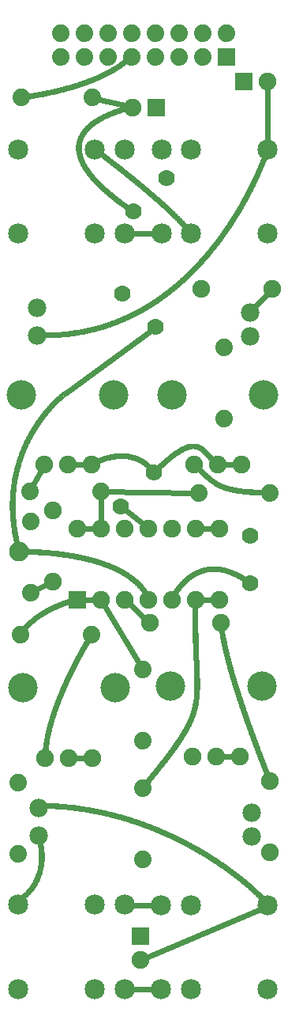
<source format=gtl>
G04 MADE WITH FRITZING*
G04 WWW.FRITZING.ORG*
G04 DOUBLE SIDED*
G04 HOLES PLATED*
G04 CONTOUR ON CENTER OF CONTOUR VECTOR*
%ASAXBY*%
%FSLAX23Y23*%
%MOIN*%
%OFA0B0*%
%SFA1.0B1.0*%
%ADD10C,0.078000*%
%ADD11C,0.075000*%
%ADD12C,0.083307*%
%ADD13C,0.074000*%
%ADD14C,0.085000*%
%ADD15C,0.074667*%
%ADD16C,0.074695*%
%ADD17C,0.124033*%
%ADD18C,0.070000*%
%ADD19R,0.075000X0.075000*%
%ADD20R,0.074000X0.074000*%
%ADD21C,0.024000*%
%ADD22R,0.001000X0.001000*%
%LNCOPPER1*%
G90*
G70*
G54D10*
X1050Y920D03*
X1050Y820D03*
X150Y823D03*
X150Y940D03*
X1050Y920D03*
X1050Y820D03*
X150Y823D03*
X150Y940D03*
X1044Y3027D03*
X1044Y2927D03*
X144Y2930D03*
X144Y3047D03*
X1044Y3027D03*
X1044Y2927D03*
X144Y2930D03*
X144Y3047D03*
G54D11*
X314Y1817D03*
X414Y1817D03*
X514Y1817D03*
X614Y1817D03*
X714Y1817D03*
X814Y1817D03*
X914Y1817D03*
X914Y2117D03*
X814Y2117D03*
X714Y2117D03*
X614Y2117D03*
X514Y2117D03*
X414Y2117D03*
X314Y2117D03*
G54D12*
X69Y2019D03*
G54D13*
X66Y744D03*
X66Y1044D03*
X66Y744D03*
X66Y1044D03*
X591Y1023D03*
X591Y723D03*
X591Y1023D03*
X591Y723D03*
X76Y1669D03*
X376Y1669D03*
X76Y1669D03*
X376Y1669D03*
X590Y1223D03*
X590Y1523D03*
X590Y1223D03*
X590Y1523D03*
X933Y2578D03*
X933Y2878D03*
X933Y2578D03*
X933Y2878D03*
X933Y2578D03*
X933Y2878D03*
X413Y2272D03*
X113Y2272D03*
X413Y2272D03*
X113Y2272D03*
X1127Y2265D03*
X827Y2265D03*
X1127Y2265D03*
X827Y2265D03*
X118Y2147D03*
X118Y1847D03*
X118Y2147D03*
X118Y1847D03*
G54D14*
X669Y174D03*
X793Y174D03*
X1117Y174D03*
X513Y177D03*
X389Y177D03*
X64Y177D03*
X513Y531D03*
X389Y531D03*
X64Y531D03*
X669Y528D03*
X793Y528D03*
X1117Y528D03*
X513Y3358D03*
X389Y3358D03*
X64Y3358D03*
X670Y3358D03*
X794Y3358D03*
X1118Y3358D03*
X670Y3712D03*
X794Y3712D03*
X1118Y3712D03*
X513Y3712D03*
X389Y3712D03*
X64Y3712D03*
G54D13*
X946Y4203D03*
X846Y4203D03*
X746Y4203D03*
X646Y4203D03*
X546Y4203D03*
X446Y4203D03*
X346Y4203D03*
X246Y4203D03*
X946Y4103D03*
X846Y4103D03*
X746Y4103D03*
X646Y4103D03*
X546Y4103D03*
X446Y4103D03*
X346Y4103D03*
X246Y4103D03*
X946Y4203D03*
X846Y4203D03*
X746Y4203D03*
X646Y4203D03*
X546Y4203D03*
X446Y4203D03*
X346Y4203D03*
X246Y4203D03*
X946Y4103D03*
X846Y4103D03*
X746Y4103D03*
X646Y4103D03*
X546Y4103D03*
X446Y4103D03*
X346Y4103D03*
X246Y4103D03*
X77Y3931D03*
X377Y3931D03*
X77Y3931D03*
X377Y3931D03*
G54D11*
X582Y398D03*
X582Y298D03*
X582Y398D03*
X582Y298D03*
X1019Y4000D03*
X1119Y4000D03*
X648Y3890D03*
X548Y3890D03*
G54D15*
X807Y2385D03*
X907Y2385D03*
G54D16*
X1007Y2385D03*
G54D17*
X713Y2680D03*
X1101Y2680D03*
G54D15*
X802Y1157D03*
X902Y1157D03*
G54D16*
X1002Y1157D03*
G54D17*
X708Y1452D03*
X1096Y1452D03*
G54D15*
X179Y1150D03*
X279Y1150D03*
G54D16*
X379Y1150D03*
G54D17*
X85Y1446D03*
X473Y1446D03*
G54D15*
X173Y2384D03*
X273Y2384D03*
G54D16*
X373Y2384D03*
G54D17*
X79Y2680D03*
X468Y2680D03*
G54D11*
X1128Y752D03*
X1128Y1052D03*
X1138Y3126D03*
X838Y3126D03*
X922Y1718D03*
X622Y1718D03*
X210Y1893D03*
X210Y2193D03*
G54D18*
X550Y3451D03*
X692Y3592D03*
X1043Y1886D03*
X1043Y2086D03*
X497Y2210D03*
X639Y2351D03*
X503Y3106D03*
X645Y2965D03*
G54D19*
X314Y1817D03*
G54D20*
X946Y4103D03*
X946Y4103D03*
G54D19*
X582Y398D03*
X582Y398D03*
X1019Y4000D03*
X648Y3890D03*
G54D21*
X598Y305D02*
X1111Y521D01*
D02*
X1111Y521D02*
X1111Y521D01*
D02*
X414Y1817D02*
X581Y1539D01*
D02*
X413Y2272D02*
X809Y2265D01*
D02*
X414Y2117D02*
X413Y2254D01*
D02*
X121Y2288D02*
X164Y2366D01*
D02*
X1118Y3735D02*
X1119Y3983D01*
D02*
X1126Y3113D02*
X1058Y3041D01*
D02*
X986Y2385D02*
X927Y2385D01*
D02*
X353Y2384D02*
X294Y2384D01*
D02*
X394Y3927D02*
X531Y3894D01*
D02*
X194Y1885D02*
X134Y1855D01*
D02*
X509Y2201D02*
X600Y2128D01*
D02*
X331Y2117D02*
X396Y2117D01*
D02*
X831Y2117D02*
X896Y2117D01*
D02*
X263Y2684D02*
X633Y2956D01*
D02*
X331Y1817D02*
X396Y1817D01*
D02*
X831Y1817D02*
X896Y1817D01*
D02*
X536Y3358D02*
X647Y3358D01*
D02*
X300Y1150D02*
X358Y1150D01*
D02*
X922Y1157D02*
X981Y1157D01*
D02*
X527Y1806D02*
X609Y1730D01*
D02*
X69Y548D02*
X69Y548D01*
D02*
X149Y948D02*
X149Y948D01*
D02*
X646Y174D02*
X536Y176D01*
D02*
X646Y528D02*
X536Y530D01*
G54D22*
X542Y4115D02*
X548Y4115D01*
X540Y4114D02*
X551Y4114D01*
X538Y4113D02*
X552Y4113D01*
X537Y4112D02*
X554Y4112D01*
X535Y4111D02*
X555Y4111D01*
X534Y4110D02*
X555Y4110D01*
X533Y4109D02*
X556Y4109D01*
X532Y4108D02*
X556Y4108D01*
X531Y4107D02*
X557Y4107D01*
X529Y4106D02*
X557Y4106D01*
X528Y4105D02*
X557Y4105D01*
X527Y4104D02*
X558Y4104D01*
X526Y4103D02*
X558Y4103D01*
X525Y4102D02*
X558Y4102D01*
X524Y4101D02*
X557Y4101D01*
X522Y4100D02*
X557Y4100D01*
X521Y4099D02*
X557Y4099D01*
X520Y4098D02*
X556Y4098D01*
X519Y4097D02*
X556Y4097D01*
X518Y4096D02*
X555Y4096D01*
X516Y4095D02*
X554Y4095D01*
X515Y4094D02*
X553Y4094D01*
X514Y4093D02*
X552Y4093D01*
X512Y4092D02*
X550Y4092D01*
X511Y4091D02*
X548Y4091D01*
X510Y4090D02*
X547Y4090D01*
X509Y4089D02*
X545Y4089D01*
X507Y4088D02*
X544Y4088D01*
X506Y4087D02*
X543Y4087D01*
X505Y4086D02*
X542Y4086D01*
X503Y4085D02*
X541Y4085D01*
X502Y4084D02*
X540Y4084D01*
X500Y4083D02*
X538Y4083D01*
X499Y4082D02*
X537Y4082D01*
X498Y4081D02*
X536Y4081D01*
X496Y4080D02*
X535Y4080D01*
X495Y4079D02*
X534Y4079D01*
X494Y4078D02*
X532Y4078D01*
X492Y4077D02*
X531Y4077D01*
X491Y4076D02*
X530Y4076D01*
X489Y4075D02*
X529Y4075D01*
X488Y4074D02*
X527Y4074D01*
X486Y4073D02*
X526Y4073D01*
X485Y4072D02*
X525Y4072D01*
X483Y4071D02*
X524Y4071D01*
X482Y4070D02*
X522Y4070D01*
X480Y4069D02*
X521Y4069D01*
X478Y4068D02*
X520Y4068D01*
X477Y4067D02*
X518Y4067D01*
X475Y4066D02*
X517Y4066D01*
X474Y4065D02*
X515Y4065D01*
X472Y4064D02*
X514Y4064D01*
X470Y4063D02*
X513Y4063D01*
X469Y4062D02*
X511Y4062D01*
X467Y4061D02*
X510Y4061D01*
X465Y4060D02*
X509Y4060D01*
X464Y4059D02*
X507Y4059D01*
X462Y4058D02*
X506Y4058D01*
X460Y4057D02*
X504Y4057D01*
X458Y4056D02*
X503Y4056D01*
X457Y4055D02*
X501Y4055D01*
X455Y4054D02*
X500Y4054D01*
X453Y4053D02*
X498Y4053D01*
X451Y4052D02*
X497Y4052D01*
X450Y4051D02*
X495Y4051D01*
X448Y4050D02*
X494Y4050D01*
X446Y4049D02*
X492Y4049D01*
X444Y4048D02*
X491Y4048D01*
X442Y4047D02*
X489Y4047D01*
X440Y4046D02*
X487Y4046D01*
X438Y4045D02*
X486Y4045D01*
X436Y4044D02*
X484Y4044D01*
X435Y4043D02*
X483Y4043D01*
X432Y4042D02*
X481Y4042D01*
X430Y4041D02*
X479Y4041D01*
X428Y4040D02*
X478Y4040D01*
X426Y4039D02*
X476Y4039D01*
X424Y4038D02*
X474Y4038D01*
X422Y4037D02*
X473Y4037D01*
X420Y4036D02*
X471Y4036D01*
X418Y4035D02*
X469Y4035D01*
X416Y4034D02*
X467Y4034D01*
X414Y4033D02*
X466Y4033D01*
X412Y4032D02*
X464Y4032D01*
X410Y4031D02*
X462Y4031D01*
X408Y4030D02*
X460Y4030D01*
X405Y4029D02*
X458Y4029D01*
X403Y4028D02*
X456Y4028D01*
X401Y4027D02*
X455Y4027D01*
X399Y4026D02*
X453Y4026D01*
X396Y4025D02*
X451Y4025D01*
X394Y4024D02*
X449Y4024D01*
X392Y4023D02*
X447Y4023D01*
X389Y4022D02*
X445Y4022D01*
X387Y4021D02*
X443Y4021D01*
X385Y4020D02*
X441Y4020D01*
X382Y4019D02*
X439Y4019D01*
X380Y4018D02*
X437Y4018D01*
X377Y4017D02*
X435Y4017D01*
X375Y4016D02*
X433Y4016D01*
X372Y4015D02*
X431Y4015D01*
X370Y4014D02*
X429Y4014D01*
X367Y4013D02*
X427Y4013D01*
X365Y4012D02*
X425Y4012D01*
X362Y4011D02*
X423Y4011D01*
X359Y4010D02*
X420Y4010D01*
X357Y4009D02*
X418Y4009D01*
X354Y4008D02*
X416Y4008D01*
X352Y4007D02*
X414Y4007D01*
X349Y4006D02*
X412Y4006D01*
X346Y4005D02*
X409Y4005D01*
X343Y4004D02*
X407Y4004D01*
X340Y4003D02*
X405Y4003D01*
X337Y4002D02*
X403Y4002D01*
X335Y4001D02*
X400Y4001D01*
X332Y4000D02*
X398Y4000D01*
X329Y3999D02*
X396Y3999D01*
X326Y3998D02*
X393Y3998D01*
X323Y3997D02*
X391Y3997D01*
X320Y3996D02*
X388Y3996D01*
X317Y3995D02*
X386Y3995D01*
X314Y3994D02*
X383Y3994D01*
X311Y3993D02*
X381Y3993D01*
X307Y3992D02*
X379Y3992D01*
X304Y3991D02*
X376Y3991D01*
X301Y3990D02*
X373Y3990D01*
X298Y3989D02*
X371Y3989D01*
X294Y3988D02*
X368Y3988D01*
X291Y3987D02*
X365Y3987D01*
X288Y3986D02*
X363Y3986D01*
X284Y3985D02*
X360Y3985D01*
X281Y3984D02*
X357Y3984D01*
X277Y3983D02*
X355Y3983D01*
X274Y3982D02*
X352Y3982D01*
X270Y3981D02*
X349Y3981D01*
X266Y3980D02*
X346Y3980D01*
X263Y3979D02*
X343Y3979D01*
X259Y3978D02*
X341Y3978D01*
X255Y3977D02*
X338Y3977D01*
X251Y3976D02*
X335Y3976D01*
X247Y3975D02*
X332Y3975D01*
X243Y3974D02*
X329Y3974D01*
X239Y3973D02*
X326Y3973D01*
X235Y3972D02*
X323Y3972D01*
X231Y3971D02*
X319Y3971D01*
X227Y3970D02*
X316Y3970D01*
X223Y3969D02*
X313Y3969D01*
X218Y3968D02*
X310Y3968D01*
X214Y3967D02*
X307Y3967D01*
X210Y3966D02*
X303Y3966D01*
X205Y3965D02*
X300Y3965D01*
X201Y3964D02*
X297Y3964D01*
X196Y3963D02*
X293Y3963D01*
X191Y3962D02*
X290Y3962D01*
X186Y3961D02*
X287Y3961D01*
X181Y3960D02*
X283Y3960D01*
X177Y3959D02*
X279Y3959D01*
X171Y3958D02*
X276Y3958D01*
X166Y3957D02*
X272Y3957D01*
X161Y3956D02*
X269Y3956D01*
X155Y3955D02*
X265Y3955D01*
X150Y3954D02*
X261Y3954D01*
X145Y3953D02*
X257Y3953D01*
X139Y3952D02*
X253Y3952D01*
X133Y3951D02*
X249Y3951D01*
X127Y3950D02*
X245Y3950D01*
X121Y3949D02*
X241Y3949D01*
X115Y3948D02*
X237Y3948D01*
X108Y3947D02*
X233Y3947D01*
X101Y3946D02*
X229Y3946D01*
X95Y3945D02*
X224Y3945D01*
X88Y3944D02*
X220Y3944D01*
X81Y3943D02*
X216Y3943D01*
X75Y3942D02*
X211Y3942D01*
X72Y3941D02*
X207Y3941D01*
X71Y3940D02*
X202Y3940D01*
X69Y3939D02*
X197Y3939D01*
X68Y3938D02*
X192Y3938D01*
X68Y3937D02*
X188Y3937D01*
X67Y3936D02*
X183Y3936D01*
X67Y3935D02*
X178Y3935D01*
X66Y3934D02*
X173Y3934D01*
X66Y3933D02*
X167Y3933D01*
X66Y3932D02*
X162Y3932D01*
X66Y3931D02*
X157Y3931D01*
X66Y3930D02*
X151Y3930D01*
X66Y3929D02*
X146Y3929D01*
X66Y3928D02*
X140Y3928D01*
X66Y3927D02*
X134Y3927D01*
X67Y3926D02*
X128Y3926D01*
X67Y3925D02*
X122Y3925D01*
X68Y3924D02*
X116Y3924D01*
X68Y3923D02*
X109Y3923D01*
X69Y3922D02*
X102Y3922D01*
X70Y3921D02*
X95Y3921D01*
X72Y3920D02*
X88Y3920D01*
X74Y3919D02*
X82Y3919D01*
X548Y3902D02*
X549Y3902D01*
X542Y3901D02*
X553Y3901D01*
X538Y3900D02*
X554Y3900D01*
X533Y3899D02*
X556Y3899D01*
X529Y3898D02*
X557Y3898D01*
X525Y3897D02*
X557Y3897D01*
X521Y3896D02*
X558Y3896D01*
X517Y3895D02*
X559Y3895D01*
X513Y3894D02*
X559Y3894D01*
X510Y3893D02*
X559Y3893D01*
X506Y3892D02*
X559Y3892D01*
X503Y3891D02*
X560Y3891D01*
X500Y3890D02*
X560Y3890D01*
X496Y3889D02*
X560Y3889D01*
X493Y3888D02*
X559Y3888D01*
X490Y3887D02*
X559Y3887D01*
X487Y3886D02*
X559Y3886D01*
X484Y3885D02*
X558Y3885D01*
X481Y3884D02*
X558Y3884D01*
X478Y3883D02*
X557Y3883D01*
X475Y3882D02*
X556Y3882D01*
X472Y3881D02*
X555Y3881D01*
X470Y3880D02*
X554Y3880D01*
X467Y3879D02*
X552Y3879D01*
X464Y3878D02*
X548Y3878D01*
X462Y3877D02*
X544Y3877D01*
X459Y3876D02*
X539Y3876D01*
X456Y3875D02*
X535Y3875D01*
X454Y3874D02*
X531Y3874D01*
X452Y3873D02*
X527Y3873D01*
X449Y3872D02*
X523Y3872D01*
X447Y3871D02*
X519Y3871D01*
X444Y3870D02*
X516Y3870D01*
X442Y3869D02*
X512Y3869D01*
X440Y3868D02*
X509Y3868D01*
X438Y3867D02*
X505Y3867D01*
X435Y3866D02*
X502Y3866D01*
X433Y3865D02*
X499Y3865D01*
X431Y3864D02*
X496Y3864D01*
X429Y3863D02*
X493Y3863D01*
X427Y3862D02*
X490Y3862D01*
X425Y3861D02*
X487Y3861D01*
X423Y3860D02*
X484Y3860D01*
X421Y3859D02*
X481Y3859D01*
X419Y3858D02*
X478Y3858D01*
X417Y3857D02*
X476Y3857D01*
X415Y3856D02*
X473Y3856D01*
X413Y3855D02*
X470Y3855D01*
X411Y3854D02*
X468Y3854D01*
X409Y3853D02*
X465Y3853D01*
X407Y3852D02*
X462Y3852D01*
X406Y3851D02*
X460Y3851D01*
X404Y3850D02*
X458Y3850D01*
X402Y3849D02*
X455Y3849D01*
X400Y3848D02*
X453Y3848D01*
X399Y3847D02*
X450Y3847D01*
X397Y3846D02*
X448Y3846D01*
X396Y3845D02*
X446Y3845D01*
X394Y3844D02*
X444Y3844D01*
X392Y3843D02*
X442Y3843D01*
X391Y3842D02*
X439Y3842D01*
X389Y3841D02*
X437Y3841D01*
X388Y3840D02*
X435Y3840D01*
X386Y3839D02*
X433Y3839D01*
X385Y3838D02*
X431Y3838D01*
X383Y3837D02*
X429Y3837D01*
X382Y3836D02*
X427Y3836D01*
X380Y3835D02*
X425Y3835D01*
X379Y3834D02*
X423Y3834D01*
X377Y3833D02*
X422Y3833D01*
X376Y3832D02*
X420Y3832D01*
X375Y3831D02*
X418Y3831D01*
X373Y3830D02*
X416Y3830D01*
X372Y3829D02*
X414Y3829D01*
X371Y3828D02*
X413Y3828D01*
X370Y3827D02*
X411Y3827D01*
X368Y3826D02*
X409Y3826D01*
X367Y3825D02*
X408Y3825D01*
X366Y3824D02*
X406Y3824D01*
X365Y3823D02*
X404Y3823D01*
X363Y3822D02*
X403Y3822D01*
X362Y3821D02*
X401Y3821D01*
X361Y3820D02*
X400Y3820D01*
X360Y3819D02*
X398Y3819D01*
X359Y3818D02*
X397Y3818D01*
X358Y3817D02*
X395Y3817D01*
X357Y3816D02*
X394Y3816D01*
X356Y3815D02*
X392Y3815D01*
X354Y3814D02*
X391Y3814D01*
X353Y3813D02*
X390Y3813D01*
X352Y3812D02*
X388Y3812D01*
X351Y3811D02*
X387Y3811D01*
X350Y3810D02*
X386Y3810D01*
X349Y3809D02*
X384Y3809D01*
X348Y3808D02*
X383Y3808D01*
X348Y3807D02*
X382Y3807D01*
X347Y3806D02*
X381Y3806D01*
X346Y3805D02*
X379Y3805D01*
X345Y3804D02*
X378Y3804D01*
X344Y3803D02*
X377Y3803D01*
X343Y3802D02*
X376Y3802D01*
X342Y3801D02*
X375Y3801D01*
X341Y3800D02*
X374Y3800D01*
X340Y3799D02*
X373Y3799D01*
X340Y3798D02*
X371Y3798D01*
X339Y3797D02*
X370Y3797D01*
X338Y3796D02*
X369Y3796D01*
X337Y3795D02*
X368Y3795D01*
X336Y3794D02*
X367Y3794D01*
X336Y3793D02*
X366Y3793D01*
X335Y3792D02*
X365Y3792D01*
X334Y3791D02*
X364Y3791D01*
X334Y3790D02*
X363Y3790D01*
X333Y3789D02*
X363Y3789D01*
X332Y3788D02*
X362Y3788D01*
X332Y3787D02*
X361Y3787D01*
X331Y3786D02*
X360Y3786D01*
X330Y3785D02*
X359Y3785D01*
X330Y3784D02*
X358Y3784D01*
X329Y3783D02*
X357Y3783D01*
X328Y3782D02*
X357Y3782D01*
X328Y3781D02*
X356Y3781D01*
X327Y3780D02*
X355Y3780D01*
X327Y3779D02*
X354Y3779D01*
X326Y3778D02*
X353Y3778D01*
X325Y3777D02*
X353Y3777D01*
X325Y3776D02*
X352Y3776D01*
X324Y3775D02*
X351Y3775D01*
X324Y3774D02*
X350Y3774D01*
X323Y3773D02*
X350Y3773D01*
X323Y3772D02*
X349Y3772D01*
X322Y3771D02*
X349Y3771D01*
X322Y3770D02*
X348Y3770D01*
X321Y3769D02*
X347Y3769D01*
X321Y3768D02*
X347Y3768D01*
X320Y3767D02*
X346Y3767D01*
X320Y3766D02*
X345Y3766D01*
X319Y3765D02*
X345Y3765D01*
X319Y3764D02*
X344Y3764D01*
X319Y3763D02*
X344Y3763D01*
X318Y3762D02*
X343Y3762D01*
X318Y3761D02*
X343Y3761D01*
X317Y3760D02*
X342Y3760D01*
X317Y3759D02*
X342Y3759D01*
X317Y3758D02*
X341Y3758D01*
X316Y3757D02*
X341Y3757D01*
X316Y3756D02*
X341Y3756D01*
X316Y3755D02*
X340Y3755D01*
X315Y3754D02*
X340Y3754D01*
X315Y3753D02*
X339Y3753D01*
X315Y3752D02*
X339Y3752D01*
X314Y3751D02*
X339Y3751D01*
X314Y3750D02*
X338Y3750D01*
X314Y3749D02*
X338Y3749D01*
X314Y3748D02*
X338Y3748D01*
X313Y3747D02*
X337Y3747D01*
X313Y3746D02*
X337Y3746D01*
X313Y3745D02*
X337Y3745D01*
X313Y3744D02*
X336Y3744D01*
X312Y3743D02*
X336Y3743D01*
X312Y3742D02*
X336Y3742D01*
X312Y3741D02*
X336Y3741D01*
X312Y3740D02*
X335Y3740D01*
X312Y3739D02*
X335Y3739D01*
X311Y3738D02*
X335Y3738D01*
X311Y3737D02*
X335Y3737D01*
X311Y3736D02*
X334Y3736D01*
X311Y3735D02*
X334Y3735D01*
X311Y3734D02*
X334Y3734D01*
X311Y3733D02*
X334Y3733D01*
X311Y3732D02*
X334Y3732D01*
X311Y3731D02*
X334Y3731D01*
X310Y3730D02*
X333Y3730D01*
X310Y3729D02*
X333Y3729D01*
X310Y3728D02*
X333Y3728D01*
X310Y3727D02*
X333Y3727D01*
X310Y3726D02*
X333Y3726D01*
X310Y3725D02*
X333Y3725D01*
X310Y3724D02*
X333Y3724D01*
X389Y3724D02*
X391Y3724D01*
X1117Y3724D02*
X1121Y3724D01*
X310Y3723D02*
X333Y3723D01*
X385Y3723D02*
X394Y3723D01*
X1114Y3723D02*
X1124Y3723D01*
X310Y3722D02*
X333Y3722D01*
X384Y3722D02*
X396Y3722D01*
X1112Y3722D02*
X1125Y3722D01*
X310Y3721D02*
X333Y3721D01*
X382Y3721D02*
X397Y3721D01*
X1111Y3721D02*
X1127Y3721D01*
X310Y3720D02*
X333Y3720D01*
X381Y3720D02*
X399Y3720D01*
X1110Y3720D02*
X1127Y3720D01*
X310Y3719D02*
X333Y3719D01*
X380Y3719D02*
X400Y3719D01*
X1109Y3719D02*
X1128Y3719D01*
X310Y3718D02*
X333Y3718D01*
X380Y3718D02*
X401Y3718D01*
X1109Y3718D02*
X1129Y3718D01*
X310Y3717D02*
X333Y3717D01*
X379Y3717D02*
X403Y3717D01*
X1108Y3717D02*
X1129Y3717D01*
X310Y3716D02*
X333Y3716D01*
X379Y3716D02*
X404Y3716D01*
X1108Y3716D02*
X1130Y3716D01*
X310Y3715D02*
X333Y3715D01*
X379Y3715D02*
X405Y3715D01*
X1108Y3715D02*
X1130Y3715D01*
X310Y3714D02*
X333Y3714D01*
X378Y3714D02*
X407Y3714D01*
X1107Y3714D02*
X1130Y3714D01*
X310Y3713D02*
X333Y3713D01*
X378Y3713D02*
X408Y3713D01*
X1107Y3713D02*
X1130Y3713D01*
X310Y3712D02*
X333Y3712D01*
X378Y3712D02*
X409Y3712D01*
X1107Y3712D02*
X1130Y3712D01*
X310Y3711D02*
X333Y3711D01*
X378Y3711D02*
X411Y3711D01*
X1106Y3711D02*
X1130Y3711D01*
X310Y3710D02*
X333Y3710D01*
X378Y3710D02*
X412Y3710D01*
X1106Y3710D02*
X1130Y3710D01*
X310Y3709D02*
X333Y3709D01*
X379Y3709D02*
X413Y3709D01*
X1105Y3709D02*
X1130Y3709D01*
X310Y3708D02*
X333Y3708D01*
X379Y3708D02*
X415Y3708D01*
X1105Y3708D02*
X1130Y3708D01*
X310Y3707D02*
X333Y3707D01*
X379Y3707D02*
X416Y3707D01*
X1105Y3707D02*
X1129Y3707D01*
X311Y3706D02*
X333Y3706D01*
X380Y3706D02*
X417Y3706D01*
X1104Y3706D02*
X1129Y3706D01*
X311Y3705D02*
X334Y3705D01*
X381Y3705D02*
X419Y3705D01*
X1104Y3705D02*
X1128Y3705D01*
X311Y3704D02*
X334Y3704D01*
X381Y3704D02*
X420Y3704D01*
X1104Y3704D02*
X1128Y3704D01*
X311Y3703D02*
X334Y3703D01*
X383Y3703D02*
X421Y3703D01*
X1103Y3703D02*
X1128Y3703D01*
X311Y3702D02*
X334Y3702D01*
X384Y3702D02*
X422Y3702D01*
X1103Y3702D02*
X1127Y3702D01*
X311Y3701D02*
X334Y3701D01*
X385Y3701D02*
X424Y3701D01*
X1103Y3701D02*
X1127Y3701D01*
X311Y3700D02*
X334Y3700D01*
X386Y3700D02*
X425Y3700D01*
X1102Y3700D02*
X1127Y3700D01*
X311Y3699D02*
X334Y3699D01*
X388Y3699D02*
X426Y3699D01*
X1102Y3699D02*
X1126Y3699D01*
X312Y3698D02*
X335Y3698D01*
X389Y3698D02*
X428Y3698D01*
X1101Y3698D02*
X1126Y3698D01*
X312Y3697D02*
X335Y3697D01*
X390Y3697D02*
X429Y3697D01*
X1101Y3697D02*
X1126Y3697D01*
X312Y3696D02*
X335Y3696D01*
X392Y3696D02*
X430Y3696D01*
X1101Y3696D02*
X1125Y3696D01*
X312Y3695D02*
X335Y3695D01*
X393Y3695D02*
X432Y3695D01*
X1100Y3695D02*
X1125Y3695D01*
X312Y3694D02*
X336Y3694D01*
X394Y3694D02*
X433Y3694D01*
X1100Y3694D02*
X1125Y3694D01*
X312Y3693D02*
X336Y3693D01*
X396Y3693D02*
X434Y3693D01*
X1100Y3693D02*
X1124Y3693D01*
X313Y3692D02*
X336Y3692D01*
X397Y3692D02*
X436Y3692D01*
X1099Y3692D02*
X1124Y3692D01*
X313Y3691D02*
X336Y3691D01*
X398Y3691D02*
X437Y3691D01*
X1099Y3691D02*
X1123Y3691D01*
X313Y3690D02*
X337Y3690D01*
X400Y3690D02*
X438Y3690D01*
X1099Y3690D02*
X1123Y3690D01*
X313Y3689D02*
X337Y3689D01*
X401Y3689D02*
X440Y3689D01*
X1098Y3689D02*
X1123Y3689D01*
X314Y3688D02*
X337Y3688D01*
X402Y3688D02*
X441Y3688D01*
X1098Y3688D02*
X1122Y3688D01*
X314Y3687D02*
X337Y3687D01*
X404Y3687D02*
X442Y3687D01*
X1097Y3687D02*
X1122Y3687D01*
X314Y3686D02*
X338Y3686D01*
X405Y3686D02*
X444Y3686D01*
X1097Y3686D02*
X1122Y3686D01*
X314Y3685D02*
X338Y3685D01*
X406Y3685D02*
X445Y3685D01*
X1097Y3685D02*
X1121Y3685D01*
X314Y3684D02*
X338Y3684D01*
X407Y3684D02*
X446Y3684D01*
X1096Y3684D02*
X1121Y3684D01*
X315Y3683D02*
X339Y3683D01*
X409Y3683D02*
X448Y3683D01*
X1096Y3683D02*
X1121Y3683D01*
X315Y3682D02*
X339Y3682D01*
X410Y3682D02*
X449Y3682D01*
X1096Y3682D02*
X1120Y3682D01*
X315Y3681D02*
X339Y3681D01*
X411Y3681D02*
X450Y3681D01*
X1095Y3681D02*
X1120Y3681D01*
X316Y3680D02*
X340Y3680D01*
X413Y3680D02*
X451Y3680D01*
X1095Y3680D02*
X1119Y3680D01*
X316Y3679D02*
X340Y3679D01*
X414Y3679D02*
X453Y3679D01*
X1094Y3679D02*
X1119Y3679D01*
X316Y3678D02*
X340Y3678D01*
X415Y3678D02*
X454Y3678D01*
X1094Y3678D02*
X1119Y3678D01*
X316Y3677D02*
X341Y3677D01*
X417Y3677D02*
X455Y3677D01*
X1094Y3677D02*
X1118Y3677D01*
X317Y3676D02*
X341Y3676D01*
X418Y3676D02*
X457Y3676D01*
X1093Y3676D02*
X1118Y3676D01*
X317Y3675D02*
X341Y3675D01*
X419Y3675D02*
X458Y3675D01*
X1093Y3675D02*
X1118Y3675D01*
X317Y3674D02*
X342Y3674D01*
X421Y3674D02*
X459Y3674D01*
X1092Y3674D02*
X1117Y3674D01*
X318Y3673D02*
X342Y3673D01*
X422Y3673D02*
X460Y3673D01*
X1092Y3673D02*
X1117Y3673D01*
X318Y3672D02*
X343Y3672D01*
X423Y3672D02*
X462Y3672D01*
X1092Y3672D02*
X1116Y3672D01*
X318Y3671D02*
X343Y3671D01*
X425Y3671D02*
X463Y3671D01*
X1091Y3671D02*
X1116Y3671D01*
X319Y3670D02*
X343Y3670D01*
X426Y3670D02*
X464Y3670D01*
X1091Y3670D02*
X1116Y3670D01*
X319Y3669D02*
X344Y3669D01*
X427Y3669D02*
X466Y3669D01*
X1090Y3669D02*
X1115Y3669D01*
X319Y3668D02*
X344Y3668D01*
X429Y3668D02*
X467Y3668D01*
X1090Y3668D02*
X1115Y3668D01*
X320Y3667D02*
X345Y3667D01*
X430Y3667D02*
X468Y3667D01*
X1090Y3667D02*
X1114Y3667D01*
X320Y3666D02*
X345Y3666D01*
X431Y3666D02*
X469Y3666D01*
X1089Y3666D02*
X1114Y3666D01*
X321Y3665D02*
X346Y3665D01*
X433Y3665D02*
X471Y3665D01*
X1089Y3665D02*
X1114Y3665D01*
X321Y3664D02*
X346Y3664D01*
X434Y3664D02*
X472Y3664D01*
X1088Y3664D02*
X1113Y3664D01*
X321Y3663D02*
X347Y3663D01*
X435Y3663D02*
X473Y3663D01*
X1088Y3663D02*
X1113Y3663D01*
X322Y3662D02*
X347Y3662D01*
X436Y3662D02*
X475Y3662D01*
X1088Y3662D02*
X1112Y3662D01*
X322Y3661D02*
X348Y3661D01*
X438Y3661D02*
X476Y3661D01*
X1087Y3661D02*
X1112Y3661D01*
X323Y3660D02*
X348Y3660D01*
X439Y3660D02*
X477Y3660D01*
X1087Y3660D02*
X1112Y3660D01*
X323Y3659D02*
X348Y3659D01*
X440Y3659D02*
X478Y3659D01*
X1086Y3659D02*
X1111Y3659D01*
X323Y3658D02*
X349Y3658D01*
X442Y3658D02*
X480Y3658D01*
X1086Y3658D02*
X1111Y3658D01*
X324Y3657D02*
X349Y3657D01*
X443Y3657D02*
X481Y3657D01*
X1086Y3657D02*
X1111Y3657D01*
X324Y3656D02*
X350Y3656D01*
X444Y3656D02*
X482Y3656D01*
X1085Y3656D02*
X1110Y3656D01*
X325Y3655D02*
X351Y3655D01*
X445Y3655D02*
X484Y3655D01*
X1085Y3655D02*
X1110Y3655D01*
X325Y3654D02*
X351Y3654D01*
X447Y3654D02*
X485Y3654D01*
X1084Y3654D02*
X1109Y3654D01*
X326Y3653D02*
X352Y3653D01*
X448Y3653D02*
X486Y3653D01*
X1084Y3653D02*
X1109Y3653D01*
X326Y3652D02*
X352Y3652D01*
X449Y3652D02*
X487Y3652D01*
X1083Y3652D02*
X1108Y3652D01*
X327Y3651D02*
X353Y3651D01*
X451Y3651D02*
X489Y3651D01*
X1083Y3651D02*
X1108Y3651D01*
X327Y3650D02*
X353Y3650D01*
X452Y3650D02*
X490Y3650D01*
X1083Y3650D02*
X1108Y3650D01*
X328Y3649D02*
X354Y3649D01*
X453Y3649D02*
X491Y3649D01*
X1082Y3649D02*
X1107Y3649D01*
X328Y3648D02*
X354Y3648D01*
X454Y3648D02*
X493Y3648D01*
X1082Y3648D02*
X1107Y3648D01*
X329Y3647D02*
X355Y3647D01*
X456Y3647D02*
X494Y3647D01*
X1081Y3647D02*
X1106Y3647D01*
X329Y3646D02*
X356Y3646D01*
X457Y3646D02*
X495Y3646D01*
X1081Y3646D02*
X1106Y3646D01*
X330Y3645D02*
X356Y3645D01*
X458Y3645D02*
X496Y3645D01*
X1081Y3645D02*
X1106Y3645D01*
X330Y3644D02*
X357Y3644D01*
X460Y3644D02*
X498Y3644D01*
X1080Y3644D02*
X1105Y3644D01*
X331Y3643D02*
X357Y3643D01*
X461Y3643D02*
X499Y3643D01*
X1080Y3643D02*
X1105Y3643D01*
X331Y3642D02*
X358Y3642D01*
X462Y3642D02*
X500Y3642D01*
X1079Y3642D02*
X1104Y3642D01*
X332Y3641D02*
X359Y3641D01*
X463Y3641D02*
X501Y3641D01*
X1079Y3641D02*
X1104Y3641D01*
X332Y3640D02*
X359Y3640D01*
X465Y3640D02*
X503Y3640D01*
X1078Y3640D02*
X1103Y3640D01*
X333Y3639D02*
X360Y3639D01*
X466Y3639D02*
X504Y3639D01*
X1078Y3639D02*
X1103Y3639D01*
X334Y3638D02*
X360Y3638D01*
X467Y3638D02*
X505Y3638D01*
X1078Y3638D02*
X1103Y3638D01*
X334Y3637D02*
X361Y3637D01*
X469Y3637D02*
X507Y3637D01*
X1077Y3637D02*
X1102Y3637D01*
X335Y3636D02*
X362Y3636D01*
X470Y3636D02*
X508Y3636D01*
X1077Y3636D02*
X1102Y3636D01*
X335Y3635D02*
X362Y3635D01*
X471Y3635D02*
X509Y3635D01*
X1076Y3635D02*
X1101Y3635D01*
X336Y3634D02*
X363Y3634D01*
X472Y3634D02*
X510Y3634D01*
X1076Y3634D02*
X1101Y3634D01*
X336Y3633D02*
X364Y3633D01*
X474Y3633D02*
X512Y3633D01*
X1075Y3633D02*
X1101Y3633D01*
X337Y3632D02*
X364Y3632D01*
X475Y3632D02*
X513Y3632D01*
X1075Y3632D02*
X1100Y3632D01*
X338Y3631D02*
X365Y3631D01*
X476Y3631D02*
X514Y3631D01*
X1075Y3631D02*
X1100Y3631D01*
X338Y3630D02*
X366Y3630D01*
X478Y3630D02*
X515Y3630D01*
X1074Y3630D02*
X1099Y3630D01*
X339Y3629D02*
X367Y3629D01*
X479Y3629D02*
X517Y3629D01*
X1074Y3629D02*
X1099Y3629D01*
X340Y3628D02*
X367Y3628D01*
X480Y3628D02*
X518Y3628D01*
X1073Y3628D02*
X1098Y3628D01*
X340Y3627D02*
X368Y3627D01*
X481Y3627D02*
X519Y3627D01*
X1073Y3627D02*
X1098Y3627D01*
X341Y3626D02*
X369Y3626D01*
X483Y3626D02*
X520Y3626D01*
X1072Y3626D02*
X1098Y3626D01*
X341Y3625D02*
X369Y3625D01*
X484Y3625D02*
X522Y3625D01*
X1072Y3625D02*
X1097Y3625D01*
X342Y3624D02*
X370Y3624D01*
X485Y3624D02*
X523Y3624D01*
X1071Y3624D02*
X1097Y3624D01*
X343Y3623D02*
X371Y3623D01*
X487Y3623D02*
X524Y3623D01*
X1071Y3623D02*
X1096Y3623D01*
X343Y3622D02*
X372Y3622D01*
X488Y3622D02*
X525Y3622D01*
X1071Y3622D02*
X1096Y3622D01*
X344Y3621D02*
X372Y3621D01*
X489Y3621D02*
X527Y3621D01*
X1070Y3621D02*
X1095Y3621D01*
X345Y3620D02*
X373Y3620D01*
X490Y3620D02*
X528Y3620D01*
X1070Y3620D02*
X1095Y3620D01*
X345Y3619D02*
X374Y3619D01*
X492Y3619D02*
X529Y3619D01*
X1069Y3619D02*
X1094Y3619D01*
X346Y3618D02*
X375Y3618D01*
X493Y3618D02*
X530Y3618D01*
X1069Y3618D02*
X1094Y3618D01*
X347Y3617D02*
X375Y3617D01*
X494Y3617D02*
X532Y3617D01*
X1068Y3617D02*
X1094Y3617D01*
X347Y3616D02*
X376Y3616D01*
X495Y3616D02*
X533Y3616D01*
X1068Y3616D02*
X1093Y3616D01*
X348Y3615D02*
X377Y3615D01*
X497Y3615D02*
X534Y3615D01*
X1067Y3615D02*
X1093Y3615D01*
X349Y3614D02*
X378Y3614D01*
X498Y3614D02*
X535Y3614D01*
X1067Y3614D02*
X1092Y3614D01*
X349Y3613D02*
X378Y3613D01*
X499Y3613D02*
X537Y3613D01*
X1067Y3613D02*
X1092Y3613D01*
X350Y3612D02*
X379Y3612D01*
X501Y3612D02*
X538Y3612D01*
X1066Y3612D02*
X1091Y3612D01*
X351Y3611D02*
X380Y3611D01*
X502Y3611D02*
X539Y3611D01*
X1066Y3611D02*
X1091Y3611D01*
X352Y3610D02*
X381Y3610D01*
X503Y3610D02*
X540Y3610D01*
X1065Y3610D02*
X1091Y3610D01*
X352Y3609D02*
X382Y3609D01*
X504Y3609D02*
X542Y3609D01*
X1065Y3609D02*
X1090Y3609D01*
X353Y3608D02*
X383Y3608D01*
X506Y3608D02*
X543Y3608D01*
X1064Y3608D02*
X1090Y3608D01*
X354Y3607D02*
X383Y3607D01*
X507Y3607D02*
X544Y3607D01*
X1064Y3607D02*
X1089Y3607D01*
X355Y3606D02*
X384Y3606D01*
X508Y3606D02*
X545Y3606D01*
X1063Y3606D02*
X1089Y3606D01*
X355Y3605D02*
X385Y3605D01*
X509Y3605D02*
X547Y3605D01*
X1063Y3605D02*
X1088Y3605D01*
X356Y3604D02*
X386Y3604D01*
X511Y3604D02*
X548Y3604D01*
X1062Y3604D02*
X1088Y3604D01*
X357Y3603D02*
X387Y3603D01*
X512Y3603D02*
X549Y3603D01*
X1062Y3603D02*
X1087Y3603D01*
X358Y3602D02*
X388Y3602D01*
X513Y3602D02*
X550Y3602D01*
X1061Y3602D02*
X1087Y3602D01*
X358Y3601D02*
X388Y3601D01*
X514Y3601D02*
X552Y3601D01*
X1061Y3601D02*
X1086Y3601D01*
X359Y3600D02*
X389Y3600D01*
X516Y3600D02*
X553Y3600D01*
X1061Y3600D02*
X1086Y3600D01*
X360Y3599D02*
X390Y3599D01*
X517Y3599D02*
X554Y3599D01*
X1060Y3599D02*
X1086Y3599D01*
X361Y3598D02*
X391Y3598D01*
X518Y3598D02*
X555Y3598D01*
X1060Y3598D02*
X1085Y3598D01*
X362Y3597D02*
X392Y3597D01*
X519Y3597D02*
X557Y3597D01*
X1059Y3597D02*
X1085Y3597D01*
X362Y3596D02*
X393Y3596D01*
X521Y3596D02*
X558Y3596D01*
X1059Y3596D02*
X1084Y3596D01*
X363Y3595D02*
X394Y3595D01*
X522Y3595D02*
X559Y3595D01*
X1058Y3595D02*
X1084Y3595D01*
X364Y3594D02*
X395Y3594D01*
X523Y3594D02*
X560Y3594D01*
X1058Y3594D02*
X1083Y3594D01*
X365Y3593D02*
X396Y3593D01*
X524Y3593D02*
X561Y3593D01*
X1057Y3593D02*
X1083Y3593D01*
X366Y3592D02*
X396Y3592D01*
X526Y3592D02*
X563Y3592D01*
X1057Y3592D02*
X1082Y3592D01*
X367Y3591D02*
X397Y3591D01*
X527Y3591D02*
X564Y3591D01*
X1056Y3591D02*
X1082Y3591D01*
X367Y3590D02*
X398Y3590D01*
X528Y3590D02*
X565Y3590D01*
X1056Y3590D02*
X1081Y3590D01*
X368Y3589D02*
X399Y3589D01*
X529Y3589D02*
X566Y3589D01*
X1055Y3589D02*
X1081Y3589D01*
X369Y3588D02*
X400Y3588D01*
X531Y3588D02*
X568Y3588D01*
X1055Y3588D02*
X1080Y3588D01*
X370Y3587D02*
X401Y3587D01*
X532Y3587D02*
X569Y3587D01*
X1054Y3587D02*
X1080Y3587D01*
X371Y3586D02*
X402Y3586D01*
X533Y3586D02*
X570Y3586D01*
X1054Y3586D02*
X1080Y3586D01*
X372Y3585D02*
X403Y3585D01*
X534Y3585D02*
X571Y3585D01*
X1054Y3585D02*
X1079Y3585D01*
X372Y3584D02*
X404Y3584D01*
X536Y3584D02*
X573Y3584D01*
X1053Y3584D02*
X1079Y3584D01*
X373Y3583D02*
X405Y3583D01*
X537Y3583D02*
X574Y3583D01*
X1053Y3583D02*
X1078Y3583D01*
X374Y3582D02*
X406Y3582D01*
X538Y3582D02*
X575Y3582D01*
X1052Y3582D02*
X1078Y3582D01*
X375Y3581D02*
X407Y3581D01*
X539Y3581D02*
X576Y3581D01*
X1052Y3581D02*
X1077Y3581D01*
X376Y3580D02*
X408Y3580D01*
X540Y3580D02*
X577Y3580D01*
X1051Y3580D02*
X1077Y3580D01*
X377Y3579D02*
X409Y3579D01*
X542Y3579D02*
X579Y3579D01*
X1051Y3579D02*
X1076Y3579D01*
X378Y3578D02*
X410Y3578D01*
X543Y3578D02*
X580Y3578D01*
X1050Y3578D02*
X1076Y3578D01*
X379Y3577D02*
X411Y3577D01*
X544Y3577D02*
X581Y3577D01*
X1050Y3577D02*
X1075Y3577D01*
X380Y3576D02*
X412Y3576D01*
X545Y3576D02*
X582Y3576D01*
X1049Y3576D02*
X1075Y3576D01*
X380Y3575D02*
X413Y3575D01*
X547Y3575D02*
X583Y3575D01*
X1049Y3575D02*
X1074Y3575D01*
X381Y3574D02*
X414Y3574D01*
X548Y3574D02*
X585Y3574D01*
X1048Y3574D02*
X1074Y3574D01*
X382Y3573D02*
X415Y3573D01*
X549Y3573D02*
X586Y3573D01*
X1048Y3573D02*
X1073Y3573D01*
X383Y3572D02*
X416Y3572D01*
X550Y3572D02*
X587Y3572D01*
X1047Y3572D02*
X1073Y3572D01*
X384Y3571D02*
X417Y3571D01*
X552Y3571D02*
X588Y3571D01*
X1047Y3571D02*
X1072Y3571D01*
X385Y3570D02*
X418Y3570D01*
X553Y3570D02*
X589Y3570D01*
X1046Y3570D02*
X1072Y3570D01*
X386Y3569D02*
X419Y3569D01*
X554Y3569D02*
X591Y3569D01*
X1046Y3569D02*
X1071Y3569D01*
X387Y3568D02*
X420Y3568D01*
X555Y3568D02*
X592Y3568D01*
X1045Y3568D02*
X1071Y3568D01*
X388Y3567D02*
X421Y3567D01*
X557Y3567D02*
X593Y3567D01*
X1045Y3567D02*
X1070Y3567D01*
X389Y3566D02*
X422Y3566D01*
X558Y3566D02*
X594Y3566D01*
X1044Y3566D02*
X1070Y3566D01*
X390Y3565D02*
X423Y3565D01*
X559Y3565D02*
X596Y3565D01*
X1044Y3565D02*
X1070Y3565D01*
X391Y3564D02*
X424Y3564D01*
X560Y3564D02*
X597Y3564D01*
X1043Y3564D02*
X1069Y3564D01*
X392Y3563D02*
X425Y3563D01*
X561Y3563D02*
X598Y3563D01*
X1043Y3563D02*
X1069Y3563D01*
X393Y3562D02*
X426Y3562D01*
X563Y3562D02*
X599Y3562D01*
X1042Y3562D02*
X1068Y3562D01*
X394Y3561D02*
X427Y3561D01*
X564Y3561D02*
X600Y3561D01*
X1042Y3561D02*
X1068Y3561D01*
X395Y3560D02*
X428Y3560D01*
X565Y3560D02*
X602Y3560D01*
X1041Y3560D02*
X1067Y3560D01*
X396Y3559D02*
X429Y3559D01*
X566Y3559D02*
X603Y3559D01*
X1041Y3559D02*
X1067Y3559D01*
X397Y3558D02*
X430Y3558D01*
X567Y3558D02*
X604Y3558D01*
X1040Y3558D02*
X1066Y3558D01*
X398Y3557D02*
X432Y3557D01*
X569Y3557D02*
X605Y3557D01*
X1040Y3557D02*
X1066Y3557D01*
X399Y3556D02*
X433Y3556D01*
X570Y3556D02*
X606Y3556D01*
X1039Y3556D02*
X1065Y3556D01*
X400Y3555D02*
X434Y3555D01*
X571Y3555D02*
X608Y3555D01*
X1039Y3555D02*
X1065Y3555D01*
X401Y3554D02*
X435Y3554D01*
X572Y3554D02*
X609Y3554D01*
X1038Y3554D02*
X1064Y3554D01*
X402Y3553D02*
X436Y3553D01*
X573Y3553D02*
X610Y3553D01*
X1038Y3553D02*
X1064Y3553D01*
X403Y3552D02*
X437Y3552D01*
X575Y3552D02*
X611Y3552D01*
X1037Y3552D02*
X1063Y3552D01*
X404Y3551D02*
X438Y3551D01*
X576Y3551D02*
X612Y3551D01*
X1037Y3551D02*
X1063Y3551D01*
X405Y3550D02*
X439Y3550D01*
X577Y3550D02*
X613Y3550D01*
X1036Y3550D02*
X1062Y3550D01*
X406Y3549D02*
X440Y3549D01*
X578Y3549D02*
X615Y3549D01*
X1036Y3549D02*
X1062Y3549D01*
X407Y3548D02*
X442Y3548D01*
X580Y3548D02*
X616Y3548D01*
X1035Y3548D02*
X1061Y3548D01*
X408Y3547D02*
X443Y3547D01*
X581Y3547D02*
X617Y3547D01*
X1035Y3547D02*
X1061Y3547D01*
X409Y3546D02*
X444Y3546D01*
X582Y3546D02*
X618Y3546D01*
X1034Y3546D02*
X1060Y3546D01*
X410Y3545D02*
X445Y3545D01*
X583Y3545D02*
X619Y3545D01*
X1034Y3545D02*
X1060Y3545D01*
X411Y3544D02*
X446Y3544D01*
X584Y3544D02*
X621Y3544D01*
X1033Y3544D02*
X1059Y3544D01*
X412Y3543D02*
X447Y3543D01*
X586Y3543D02*
X622Y3543D01*
X1033Y3543D02*
X1059Y3543D01*
X413Y3542D02*
X448Y3542D01*
X587Y3542D02*
X623Y3542D01*
X1032Y3542D02*
X1058Y3542D01*
X415Y3541D02*
X450Y3541D01*
X588Y3541D02*
X624Y3541D01*
X1032Y3541D02*
X1058Y3541D01*
X416Y3540D02*
X451Y3540D01*
X589Y3540D02*
X625Y3540D01*
X1031Y3540D02*
X1057Y3540D01*
X417Y3539D02*
X452Y3539D01*
X590Y3539D02*
X626Y3539D01*
X1031Y3539D02*
X1057Y3539D01*
X418Y3538D02*
X453Y3538D01*
X592Y3538D02*
X628Y3538D01*
X1030Y3538D02*
X1056Y3538D01*
X419Y3537D02*
X454Y3537D01*
X593Y3537D02*
X629Y3537D01*
X1030Y3537D02*
X1056Y3537D01*
X420Y3536D02*
X455Y3536D01*
X594Y3536D02*
X630Y3536D01*
X1029Y3536D02*
X1055Y3536D01*
X421Y3535D02*
X457Y3535D01*
X595Y3535D02*
X631Y3535D01*
X1029Y3535D02*
X1055Y3535D01*
X422Y3534D02*
X458Y3534D01*
X596Y3534D02*
X632Y3534D01*
X1028Y3534D02*
X1054Y3534D01*
X423Y3533D02*
X459Y3533D01*
X598Y3533D02*
X634Y3533D01*
X1028Y3533D02*
X1053Y3533D01*
X424Y3532D02*
X460Y3532D01*
X599Y3532D02*
X635Y3532D01*
X1027Y3532D02*
X1053Y3532D01*
X426Y3531D02*
X461Y3531D01*
X600Y3531D02*
X636Y3531D01*
X1026Y3531D02*
X1052Y3531D01*
X427Y3530D02*
X463Y3530D01*
X601Y3530D02*
X637Y3530D01*
X1026Y3530D02*
X1052Y3530D01*
X428Y3529D02*
X464Y3529D01*
X602Y3529D02*
X638Y3529D01*
X1025Y3529D02*
X1051Y3529D01*
X429Y3528D02*
X465Y3528D01*
X603Y3528D02*
X639Y3528D01*
X1025Y3528D02*
X1051Y3528D01*
X430Y3527D02*
X466Y3527D01*
X605Y3527D02*
X641Y3527D01*
X1024Y3527D02*
X1050Y3527D01*
X431Y3526D02*
X468Y3526D01*
X606Y3526D02*
X642Y3526D01*
X1024Y3526D02*
X1050Y3526D01*
X432Y3525D02*
X469Y3525D01*
X607Y3525D02*
X643Y3525D01*
X1023Y3525D02*
X1049Y3525D01*
X434Y3524D02*
X470Y3524D01*
X608Y3524D02*
X644Y3524D01*
X1023Y3524D02*
X1049Y3524D01*
X435Y3523D02*
X471Y3523D01*
X609Y3523D02*
X645Y3523D01*
X1022Y3523D02*
X1048Y3523D01*
X436Y3522D02*
X472Y3522D01*
X611Y3522D02*
X646Y3522D01*
X1022Y3522D02*
X1048Y3522D01*
X437Y3521D02*
X474Y3521D01*
X612Y3521D02*
X647Y3521D01*
X1021Y3521D02*
X1047Y3521D01*
X438Y3520D02*
X475Y3520D01*
X613Y3520D02*
X649Y3520D01*
X1021Y3520D02*
X1047Y3520D01*
X439Y3519D02*
X476Y3519D01*
X614Y3519D02*
X650Y3519D01*
X1020Y3519D02*
X1046Y3519D01*
X441Y3518D02*
X478Y3518D01*
X615Y3518D02*
X651Y3518D01*
X1019Y3518D02*
X1046Y3518D01*
X442Y3517D02*
X479Y3517D01*
X616Y3517D02*
X652Y3517D01*
X1019Y3517D02*
X1045Y3517D01*
X443Y3516D02*
X480Y3516D01*
X618Y3516D02*
X653Y3516D01*
X1018Y3516D02*
X1045Y3516D01*
X444Y3515D02*
X481Y3515D01*
X619Y3515D02*
X654Y3515D01*
X1018Y3515D02*
X1044Y3515D01*
X445Y3514D02*
X483Y3514D01*
X620Y3514D02*
X655Y3514D01*
X1017Y3514D02*
X1044Y3514D01*
X447Y3513D02*
X484Y3513D01*
X621Y3513D02*
X657Y3513D01*
X1017Y3513D02*
X1043Y3513D01*
X448Y3512D02*
X485Y3512D01*
X622Y3512D02*
X658Y3512D01*
X1016Y3512D02*
X1042Y3512D01*
X449Y3511D02*
X487Y3511D01*
X624Y3511D02*
X659Y3511D01*
X1016Y3511D02*
X1042Y3511D01*
X450Y3510D02*
X488Y3510D01*
X625Y3510D02*
X660Y3510D01*
X1015Y3510D02*
X1041Y3510D01*
X452Y3509D02*
X489Y3509D01*
X626Y3509D02*
X661Y3509D01*
X1015Y3509D02*
X1041Y3509D01*
X453Y3508D02*
X490Y3508D01*
X627Y3508D02*
X662Y3508D01*
X1014Y3508D02*
X1040Y3508D01*
X454Y3507D02*
X492Y3507D01*
X628Y3507D02*
X664Y3507D01*
X1013Y3507D02*
X1040Y3507D01*
X455Y3506D02*
X493Y3506D01*
X629Y3506D02*
X665Y3506D01*
X1013Y3506D02*
X1039Y3506D01*
X456Y3505D02*
X494Y3505D01*
X630Y3505D02*
X666Y3505D01*
X1012Y3505D02*
X1039Y3505D01*
X458Y3504D02*
X496Y3504D01*
X632Y3504D02*
X667Y3504D01*
X1012Y3504D02*
X1038Y3504D01*
X459Y3503D02*
X497Y3503D01*
X633Y3503D02*
X668Y3503D01*
X1011Y3503D02*
X1038Y3503D01*
X460Y3502D02*
X498Y3502D01*
X634Y3502D02*
X669Y3502D01*
X1011Y3502D02*
X1037Y3502D01*
X461Y3501D02*
X500Y3501D01*
X635Y3501D02*
X670Y3501D01*
X1010Y3501D02*
X1037Y3501D01*
X463Y3500D02*
X501Y3500D01*
X636Y3500D02*
X672Y3500D01*
X1010Y3500D02*
X1036Y3500D01*
X464Y3499D02*
X502Y3499D01*
X637Y3499D02*
X673Y3499D01*
X1009Y3499D02*
X1035Y3499D01*
X465Y3498D02*
X504Y3498D01*
X638Y3498D02*
X674Y3498D01*
X1009Y3498D02*
X1035Y3498D01*
X467Y3497D02*
X505Y3497D01*
X640Y3497D02*
X675Y3497D01*
X1008Y3497D02*
X1034Y3497D01*
X468Y3496D02*
X506Y3496D01*
X641Y3496D02*
X676Y3496D01*
X1007Y3496D02*
X1034Y3496D01*
X469Y3495D02*
X508Y3495D01*
X642Y3495D02*
X677Y3495D01*
X1007Y3495D02*
X1033Y3495D01*
X470Y3494D02*
X509Y3494D01*
X643Y3494D02*
X678Y3494D01*
X1006Y3494D02*
X1033Y3494D01*
X472Y3493D02*
X510Y3493D01*
X644Y3493D02*
X679Y3493D01*
X1006Y3493D02*
X1032Y3493D01*
X473Y3492D02*
X512Y3492D01*
X645Y3492D02*
X680Y3492D01*
X1005Y3492D02*
X1032Y3492D01*
X474Y3491D02*
X513Y3491D01*
X647Y3491D02*
X682Y3491D01*
X1005Y3491D02*
X1031Y3491D01*
X475Y3490D02*
X515Y3490D01*
X648Y3490D02*
X683Y3490D01*
X1004Y3490D02*
X1031Y3490D01*
X477Y3489D02*
X516Y3489D01*
X649Y3489D02*
X684Y3489D01*
X1004Y3489D02*
X1030Y3489D01*
X478Y3488D02*
X517Y3488D01*
X650Y3488D02*
X685Y3488D01*
X1003Y3488D02*
X1029Y3488D01*
X479Y3487D02*
X519Y3487D01*
X651Y3487D02*
X686Y3487D01*
X1002Y3487D02*
X1029Y3487D01*
X481Y3486D02*
X520Y3486D01*
X652Y3486D02*
X687Y3486D01*
X1002Y3486D02*
X1028Y3486D01*
X482Y3485D02*
X522Y3485D01*
X653Y3485D02*
X688Y3485D01*
X1001Y3485D02*
X1028Y3485D01*
X483Y3484D02*
X523Y3484D01*
X655Y3484D02*
X689Y3484D01*
X1001Y3484D02*
X1027Y3484D01*
X485Y3483D02*
X524Y3483D01*
X656Y3483D02*
X690Y3483D01*
X1000Y3483D02*
X1027Y3483D01*
X486Y3482D02*
X526Y3482D01*
X657Y3482D02*
X691Y3482D01*
X1000Y3482D02*
X1026Y3482D01*
X487Y3481D02*
X527Y3481D01*
X658Y3481D02*
X693Y3481D01*
X999Y3481D02*
X1026Y3481D01*
X489Y3480D02*
X529Y3480D01*
X659Y3480D02*
X694Y3480D01*
X998Y3480D02*
X1025Y3480D01*
X490Y3479D02*
X530Y3479D01*
X660Y3479D02*
X695Y3479D01*
X998Y3479D02*
X1024Y3479D01*
X491Y3478D02*
X531Y3478D01*
X661Y3478D02*
X696Y3478D01*
X997Y3478D02*
X1024Y3478D01*
X493Y3477D02*
X533Y3477D01*
X662Y3477D02*
X697Y3477D01*
X997Y3477D02*
X1023Y3477D01*
X494Y3476D02*
X534Y3476D01*
X664Y3476D02*
X698Y3476D01*
X996Y3476D02*
X1023Y3476D01*
X495Y3475D02*
X536Y3475D01*
X665Y3475D02*
X699Y3475D01*
X995Y3475D02*
X1022Y3475D01*
X497Y3474D02*
X537Y3474D01*
X666Y3474D02*
X700Y3474D01*
X995Y3474D02*
X1022Y3474D01*
X498Y3473D02*
X539Y3473D01*
X667Y3473D02*
X701Y3473D01*
X994Y3473D02*
X1021Y3473D01*
X500Y3472D02*
X540Y3472D01*
X668Y3472D02*
X702Y3472D01*
X994Y3472D02*
X1020Y3472D01*
X501Y3471D02*
X542Y3471D01*
X669Y3471D02*
X704Y3471D01*
X993Y3471D02*
X1020Y3471D01*
X502Y3470D02*
X543Y3470D01*
X670Y3470D02*
X705Y3470D01*
X993Y3470D02*
X1019Y3470D01*
X504Y3469D02*
X545Y3469D01*
X671Y3469D02*
X706Y3469D01*
X992Y3469D02*
X1019Y3469D01*
X505Y3468D02*
X546Y3468D01*
X672Y3468D02*
X707Y3468D01*
X991Y3468D02*
X1018Y3468D01*
X507Y3467D02*
X548Y3467D01*
X673Y3467D02*
X708Y3467D01*
X991Y3467D02*
X1018Y3467D01*
X508Y3466D02*
X549Y3466D01*
X675Y3466D02*
X709Y3466D01*
X990Y3466D02*
X1017Y3466D01*
X509Y3465D02*
X550Y3465D01*
X676Y3465D02*
X710Y3465D01*
X990Y3465D02*
X1016Y3465D01*
X511Y3464D02*
X552Y3464D01*
X677Y3464D02*
X711Y3464D01*
X989Y3464D02*
X1016Y3464D01*
X512Y3463D02*
X553Y3463D01*
X678Y3463D02*
X712Y3463D01*
X988Y3463D02*
X1015Y3463D01*
X514Y3462D02*
X555Y3462D01*
X679Y3462D02*
X713Y3462D01*
X988Y3462D02*
X1015Y3462D01*
X515Y3461D02*
X556Y3461D01*
X680Y3461D02*
X714Y3461D01*
X987Y3461D02*
X1014Y3461D01*
X516Y3460D02*
X558Y3460D01*
X681Y3460D02*
X715Y3460D01*
X987Y3460D02*
X1013Y3460D01*
X518Y3459D02*
X559Y3459D01*
X682Y3459D02*
X716Y3459D01*
X986Y3459D02*
X1013Y3459D01*
X519Y3458D02*
X560Y3458D01*
X683Y3458D02*
X718Y3458D01*
X985Y3458D02*
X1012Y3458D01*
X521Y3457D02*
X560Y3457D01*
X685Y3457D02*
X719Y3457D01*
X985Y3457D02*
X1012Y3457D01*
X522Y3456D02*
X561Y3456D01*
X686Y3456D02*
X720Y3456D01*
X984Y3456D02*
X1011Y3456D01*
X524Y3455D02*
X561Y3455D01*
X687Y3455D02*
X721Y3455D01*
X984Y3455D02*
X1011Y3455D01*
X525Y3454D02*
X562Y3454D01*
X688Y3454D02*
X722Y3454D01*
X983Y3454D02*
X1010Y3454D01*
X526Y3453D02*
X562Y3453D01*
X689Y3453D02*
X723Y3453D01*
X982Y3453D02*
X1009Y3453D01*
X528Y3452D02*
X562Y3452D01*
X690Y3452D02*
X724Y3452D01*
X982Y3452D02*
X1009Y3452D01*
X529Y3451D02*
X562Y3451D01*
X691Y3451D02*
X725Y3451D01*
X981Y3451D02*
X1008Y3451D01*
X531Y3450D02*
X562Y3450D01*
X692Y3450D02*
X726Y3450D01*
X981Y3450D02*
X1008Y3450D01*
X532Y3449D02*
X562Y3449D01*
X693Y3449D02*
X727Y3449D01*
X980Y3449D02*
X1007Y3449D01*
X534Y3448D02*
X562Y3448D01*
X694Y3448D02*
X728Y3448D01*
X979Y3448D02*
X1006Y3448D01*
X535Y3447D02*
X562Y3447D01*
X695Y3447D02*
X729Y3447D01*
X979Y3447D02*
X1006Y3447D01*
X537Y3446D02*
X561Y3446D01*
X696Y3446D02*
X730Y3446D01*
X978Y3446D02*
X1005Y3446D01*
X538Y3445D02*
X561Y3445D01*
X698Y3445D02*
X731Y3445D01*
X978Y3445D02*
X1005Y3445D01*
X540Y3444D02*
X560Y3444D01*
X699Y3444D02*
X732Y3444D01*
X977Y3444D02*
X1004Y3444D01*
X541Y3443D02*
X559Y3443D01*
X700Y3443D02*
X733Y3443D01*
X976Y3443D02*
X1003Y3443D01*
X543Y3442D02*
X558Y3442D01*
X701Y3442D02*
X734Y3442D01*
X976Y3442D02*
X1003Y3442D01*
X544Y3441D02*
X557Y3441D01*
X702Y3441D02*
X735Y3441D01*
X975Y3441D02*
X1002Y3441D01*
X546Y3440D02*
X555Y3440D01*
X703Y3440D02*
X736Y3440D01*
X974Y3440D02*
X1002Y3440D01*
X549Y3439D02*
X553Y3439D01*
X704Y3439D02*
X737Y3439D01*
X974Y3439D02*
X1001Y3439D01*
X705Y3438D02*
X738Y3438D01*
X973Y3438D02*
X1000Y3438D01*
X706Y3437D02*
X739Y3437D01*
X973Y3437D02*
X1000Y3437D01*
X707Y3436D02*
X740Y3436D01*
X972Y3436D02*
X999Y3436D01*
X708Y3435D02*
X741Y3435D01*
X971Y3435D02*
X999Y3435D01*
X709Y3434D02*
X742Y3434D01*
X971Y3434D02*
X998Y3434D01*
X710Y3433D02*
X743Y3433D01*
X970Y3433D02*
X997Y3433D01*
X711Y3432D02*
X744Y3432D01*
X969Y3432D02*
X997Y3432D01*
X712Y3431D02*
X745Y3431D01*
X969Y3431D02*
X996Y3431D01*
X713Y3430D02*
X746Y3430D01*
X968Y3430D02*
X995Y3430D01*
X714Y3429D02*
X747Y3429D01*
X968Y3429D02*
X995Y3429D01*
X715Y3428D02*
X748Y3428D01*
X967Y3428D02*
X994Y3428D01*
X716Y3427D02*
X749Y3427D01*
X966Y3427D02*
X994Y3427D01*
X717Y3426D02*
X750Y3426D01*
X966Y3426D02*
X993Y3426D01*
X718Y3425D02*
X751Y3425D01*
X965Y3425D02*
X992Y3425D01*
X719Y3424D02*
X752Y3424D01*
X964Y3424D02*
X992Y3424D01*
X720Y3423D02*
X753Y3423D01*
X964Y3423D02*
X991Y3423D01*
X721Y3422D02*
X754Y3422D01*
X963Y3422D02*
X990Y3422D01*
X722Y3421D02*
X755Y3421D01*
X962Y3421D02*
X990Y3421D01*
X723Y3420D02*
X756Y3420D01*
X962Y3420D02*
X989Y3420D01*
X724Y3419D02*
X757Y3419D01*
X961Y3419D02*
X989Y3419D01*
X726Y3418D02*
X758Y3418D01*
X961Y3418D02*
X988Y3418D01*
X727Y3417D02*
X759Y3417D01*
X960Y3417D02*
X987Y3417D01*
X728Y3416D02*
X760Y3416D01*
X959Y3416D02*
X987Y3416D01*
X729Y3415D02*
X761Y3415D01*
X959Y3415D02*
X986Y3415D01*
X730Y3414D02*
X762Y3414D01*
X958Y3414D02*
X985Y3414D01*
X731Y3413D02*
X763Y3413D01*
X957Y3413D02*
X985Y3413D01*
X732Y3412D02*
X764Y3412D01*
X957Y3412D02*
X984Y3412D01*
X733Y3411D02*
X765Y3411D01*
X956Y3411D02*
X984Y3411D01*
X734Y3410D02*
X766Y3410D01*
X955Y3410D02*
X983Y3410D01*
X734Y3409D02*
X767Y3409D01*
X955Y3409D02*
X982Y3409D01*
X735Y3408D02*
X767Y3408D01*
X954Y3408D02*
X982Y3408D01*
X736Y3407D02*
X768Y3407D01*
X953Y3407D02*
X981Y3407D01*
X737Y3406D02*
X769Y3406D01*
X953Y3406D02*
X980Y3406D01*
X738Y3405D02*
X770Y3405D01*
X952Y3405D02*
X980Y3405D01*
X739Y3404D02*
X771Y3404D01*
X951Y3404D02*
X979Y3404D01*
X740Y3403D02*
X772Y3403D01*
X951Y3403D02*
X978Y3403D01*
X741Y3402D02*
X773Y3402D01*
X950Y3402D02*
X978Y3402D01*
X742Y3401D02*
X774Y3401D01*
X949Y3401D02*
X977Y3401D01*
X743Y3400D02*
X775Y3400D01*
X949Y3400D02*
X977Y3400D01*
X744Y3399D02*
X776Y3399D01*
X948Y3399D02*
X976Y3399D01*
X745Y3398D02*
X777Y3398D01*
X947Y3398D02*
X975Y3398D01*
X746Y3397D02*
X777Y3397D01*
X947Y3397D02*
X975Y3397D01*
X747Y3396D02*
X778Y3396D01*
X946Y3396D02*
X974Y3396D01*
X748Y3395D02*
X779Y3395D01*
X945Y3395D02*
X973Y3395D01*
X749Y3394D02*
X780Y3394D01*
X945Y3394D02*
X973Y3394D01*
X750Y3393D02*
X781Y3393D01*
X944Y3393D02*
X972Y3393D01*
X751Y3392D02*
X782Y3392D01*
X943Y3392D02*
X971Y3392D01*
X752Y3391D02*
X783Y3391D01*
X943Y3391D02*
X971Y3391D01*
X753Y3390D02*
X783Y3390D01*
X942Y3390D02*
X970Y3390D01*
X753Y3389D02*
X784Y3389D01*
X941Y3389D02*
X969Y3389D01*
X754Y3388D02*
X785Y3388D01*
X941Y3388D02*
X969Y3388D01*
X755Y3387D02*
X786Y3387D01*
X940Y3387D02*
X968Y3387D01*
X756Y3386D02*
X787Y3386D01*
X939Y3386D02*
X967Y3386D01*
X757Y3385D02*
X788Y3385D01*
X939Y3385D02*
X967Y3385D01*
X758Y3384D02*
X789Y3384D01*
X938Y3384D02*
X966Y3384D01*
X759Y3383D02*
X789Y3383D01*
X937Y3383D02*
X965Y3383D01*
X760Y3382D02*
X790Y3382D01*
X937Y3382D02*
X965Y3382D01*
X761Y3381D02*
X791Y3381D01*
X936Y3381D02*
X964Y3381D01*
X761Y3380D02*
X792Y3380D01*
X935Y3380D02*
X963Y3380D01*
X762Y3379D02*
X793Y3379D01*
X935Y3379D02*
X963Y3379D01*
X763Y3378D02*
X793Y3378D01*
X934Y3378D02*
X962Y3378D01*
X764Y3377D02*
X794Y3377D01*
X933Y3377D02*
X961Y3377D01*
X765Y3376D02*
X795Y3376D01*
X932Y3376D02*
X961Y3376D01*
X766Y3375D02*
X796Y3375D01*
X932Y3375D02*
X960Y3375D01*
X767Y3374D02*
X796Y3374D01*
X931Y3374D02*
X959Y3374D01*
X768Y3373D02*
X797Y3373D01*
X930Y3373D02*
X959Y3373D01*
X768Y3372D02*
X798Y3372D01*
X930Y3372D02*
X958Y3372D01*
X769Y3371D02*
X799Y3371D01*
X929Y3371D02*
X957Y3371D01*
X770Y3370D02*
X799Y3370D01*
X928Y3370D02*
X956Y3370D01*
X771Y3369D02*
X800Y3369D01*
X928Y3369D02*
X956Y3369D01*
X772Y3368D02*
X801Y3368D01*
X927Y3368D02*
X955Y3368D01*
X772Y3367D02*
X802Y3367D01*
X926Y3367D02*
X954Y3367D01*
X773Y3366D02*
X802Y3366D01*
X925Y3366D02*
X954Y3366D01*
X774Y3365D02*
X803Y3365D01*
X925Y3365D02*
X953Y3365D01*
X775Y3364D02*
X804Y3364D01*
X924Y3364D02*
X952Y3364D01*
X776Y3363D02*
X804Y3363D01*
X923Y3363D02*
X952Y3363D01*
X776Y3362D02*
X805Y3362D01*
X923Y3362D02*
X951Y3362D01*
X777Y3361D02*
X805Y3361D01*
X922Y3361D02*
X950Y3361D01*
X778Y3360D02*
X805Y3360D01*
X921Y3360D02*
X950Y3360D01*
X779Y3359D02*
X805Y3359D01*
X920Y3359D02*
X949Y3359D01*
X779Y3358D02*
X806Y3358D01*
X920Y3358D02*
X948Y3358D01*
X780Y3357D02*
X805Y3357D01*
X919Y3357D02*
X947Y3357D01*
X781Y3356D02*
X805Y3356D01*
X918Y3356D02*
X947Y3356D01*
X782Y3355D02*
X805Y3355D01*
X918Y3355D02*
X946Y3355D01*
X782Y3354D02*
X805Y3354D01*
X917Y3354D02*
X945Y3354D01*
X783Y3353D02*
X804Y3353D01*
X916Y3353D02*
X945Y3353D01*
X784Y3352D02*
X804Y3352D01*
X915Y3352D02*
X944Y3352D01*
X785Y3351D02*
X803Y3351D01*
X915Y3351D02*
X943Y3351D01*
X786Y3350D02*
X803Y3350D01*
X914Y3350D02*
X942Y3350D01*
X786Y3349D02*
X802Y3349D01*
X913Y3349D02*
X942Y3349D01*
X788Y3348D02*
X800Y3348D01*
X912Y3348D02*
X941Y3348D01*
X789Y3347D02*
X799Y3347D01*
X912Y3347D02*
X940Y3347D01*
X793Y3346D02*
X795Y3346D01*
X911Y3346D02*
X940Y3346D01*
X910Y3345D02*
X939Y3345D01*
X910Y3344D02*
X938Y3344D01*
X909Y3343D02*
X938Y3343D01*
X908Y3342D02*
X937Y3342D01*
X907Y3341D02*
X936Y3341D01*
X907Y3340D02*
X935Y3340D01*
X906Y3339D02*
X935Y3339D01*
X905Y3338D02*
X934Y3338D01*
X904Y3337D02*
X933Y3337D01*
X904Y3336D02*
X932Y3336D01*
X903Y3335D02*
X932Y3335D01*
X902Y3334D02*
X931Y3334D01*
X901Y3333D02*
X930Y3333D01*
X901Y3332D02*
X929Y3332D01*
X900Y3331D02*
X929Y3331D01*
X899Y3330D02*
X928Y3330D01*
X898Y3329D02*
X927Y3329D01*
X897Y3328D02*
X927Y3328D01*
X897Y3327D02*
X926Y3327D01*
X896Y3326D02*
X925Y3326D01*
X895Y3325D02*
X924Y3325D01*
X894Y3324D02*
X924Y3324D01*
X894Y3323D02*
X923Y3323D01*
X893Y3322D02*
X922Y3322D01*
X892Y3321D02*
X921Y3321D01*
X891Y3320D02*
X921Y3320D01*
X891Y3319D02*
X920Y3319D01*
X890Y3318D02*
X919Y3318D01*
X889Y3317D02*
X918Y3317D01*
X888Y3316D02*
X918Y3316D01*
X887Y3315D02*
X917Y3315D01*
X887Y3314D02*
X916Y3314D01*
X886Y3313D02*
X915Y3313D01*
X885Y3312D02*
X914Y3312D01*
X884Y3311D02*
X914Y3311D01*
X883Y3310D02*
X913Y3310D01*
X883Y3309D02*
X912Y3309D01*
X882Y3308D02*
X911Y3308D01*
X881Y3307D02*
X911Y3307D01*
X880Y3306D02*
X910Y3306D01*
X880Y3305D02*
X909Y3305D01*
X879Y3304D02*
X908Y3304D01*
X878Y3303D02*
X908Y3303D01*
X877Y3302D02*
X907Y3302D01*
X876Y3301D02*
X906Y3301D01*
X876Y3300D02*
X905Y3300D01*
X875Y3299D02*
X904Y3299D01*
X874Y3298D02*
X904Y3298D01*
X873Y3297D02*
X903Y3297D01*
X872Y3296D02*
X902Y3296D01*
X871Y3295D02*
X901Y3295D01*
X871Y3294D02*
X900Y3294D01*
X870Y3293D02*
X900Y3293D01*
X869Y3292D02*
X899Y3292D01*
X868Y3291D02*
X898Y3291D01*
X867Y3290D02*
X897Y3290D01*
X867Y3289D02*
X896Y3289D01*
X866Y3288D02*
X896Y3288D01*
X865Y3287D02*
X895Y3287D01*
X864Y3286D02*
X894Y3286D01*
X863Y3285D02*
X893Y3285D01*
X862Y3284D02*
X892Y3284D01*
X862Y3283D02*
X892Y3283D01*
X861Y3282D02*
X891Y3282D01*
X860Y3281D02*
X890Y3281D01*
X859Y3280D02*
X889Y3280D01*
X858Y3279D02*
X888Y3279D01*
X857Y3278D02*
X888Y3278D01*
X856Y3277D02*
X887Y3277D01*
X856Y3276D02*
X886Y3276D01*
X855Y3275D02*
X885Y3275D01*
X854Y3274D02*
X884Y3274D01*
X853Y3273D02*
X883Y3273D01*
X852Y3272D02*
X883Y3272D01*
X851Y3271D02*
X882Y3271D01*
X851Y3270D02*
X881Y3270D01*
X850Y3269D02*
X880Y3269D01*
X849Y3268D02*
X879Y3268D01*
X848Y3267D02*
X878Y3267D01*
X847Y3266D02*
X878Y3266D01*
X846Y3265D02*
X877Y3265D01*
X845Y3264D02*
X876Y3264D01*
X844Y3263D02*
X875Y3263D01*
X844Y3262D02*
X874Y3262D01*
X843Y3261D02*
X873Y3261D01*
X842Y3260D02*
X873Y3260D01*
X841Y3259D02*
X872Y3259D01*
X840Y3258D02*
X871Y3258D01*
X839Y3257D02*
X870Y3257D01*
X838Y3256D02*
X869Y3256D01*
X837Y3255D02*
X868Y3255D01*
X836Y3254D02*
X867Y3254D01*
X836Y3253D02*
X867Y3253D01*
X835Y3252D02*
X866Y3252D01*
X834Y3251D02*
X865Y3251D01*
X833Y3250D02*
X864Y3250D01*
X832Y3249D02*
X863Y3249D01*
X831Y3248D02*
X862Y3248D01*
X830Y3247D02*
X861Y3247D01*
X829Y3246D02*
X860Y3246D01*
X828Y3245D02*
X860Y3245D01*
X828Y3244D02*
X859Y3244D01*
X827Y3243D02*
X858Y3243D01*
X826Y3242D02*
X857Y3242D01*
X825Y3241D02*
X856Y3241D01*
X824Y3240D02*
X855Y3240D01*
X823Y3239D02*
X854Y3239D01*
X822Y3238D02*
X853Y3238D01*
X821Y3237D02*
X852Y3237D01*
X820Y3236D02*
X852Y3236D01*
X819Y3235D02*
X851Y3235D01*
X818Y3234D02*
X850Y3234D01*
X817Y3233D02*
X849Y3233D01*
X816Y3232D02*
X848Y3232D01*
X815Y3231D02*
X847Y3231D01*
X815Y3230D02*
X846Y3230D01*
X814Y3229D02*
X845Y3229D01*
X813Y3228D02*
X844Y3228D01*
X812Y3227D02*
X843Y3227D01*
X811Y3226D02*
X842Y3226D01*
X810Y3225D02*
X842Y3225D01*
X809Y3224D02*
X841Y3224D01*
X808Y3223D02*
X840Y3223D01*
X807Y3222D02*
X839Y3222D01*
X806Y3221D02*
X838Y3221D01*
X805Y3220D02*
X837Y3220D01*
X804Y3219D02*
X836Y3219D01*
X803Y3218D02*
X835Y3218D01*
X802Y3217D02*
X834Y3217D01*
X801Y3216D02*
X833Y3216D01*
X800Y3215D02*
X832Y3215D01*
X799Y3214D02*
X831Y3214D01*
X798Y3213D02*
X830Y3213D01*
X797Y3212D02*
X829Y3212D01*
X796Y3211D02*
X829Y3211D01*
X795Y3210D02*
X828Y3210D01*
X794Y3209D02*
X827Y3209D01*
X793Y3208D02*
X826Y3208D01*
X792Y3207D02*
X825Y3207D01*
X791Y3206D02*
X824Y3206D01*
X790Y3205D02*
X823Y3205D01*
X789Y3204D02*
X822Y3204D01*
X788Y3203D02*
X821Y3203D01*
X787Y3202D02*
X820Y3202D01*
X786Y3201D02*
X819Y3201D01*
X785Y3200D02*
X818Y3200D01*
X784Y3199D02*
X817Y3199D01*
X783Y3198D02*
X816Y3198D01*
X782Y3197D02*
X815Y3197D01*
X781Y3196D02*
X814Y3196D01*
X780Y3195D02*
X813Y3195D01*
X779Y3194D02*
X812Y3194D01*
X778Y3193D02*
X811Y3193D01*
X777Y3192D02*
X810Y3192D01*
X776Y3191D02*
X809Y3191D01*
X775Y3190D02*
X808Y3190D01*
X774Y3189D02*
X807Y3189D01*
X773Y3188D02*
X806Y3188D01*
X772Y3187D02*
X805Y3187D01*
X771Y3186D02*
X804Y3186D01*
X770Y3185D02*
X803Y3185D01*
X768Y3184D02*
X802Y3184D01*
X767Y3183D02*
X801Y3183D01*
X766Y3182D02*
X800Y3182D01*
X765Y3181D02*
X799Y3181D01*
X764Y3180D02*
X798Y3180D01*
X763Y3179D02*
X797Y3179D01*
X762Y3178D02*
X796Y3178D01*
X761Y3177D02*
X795Y3177D01*
X760Y3176D02*
X794Y3176D01*
X759Y3175D02*
X793Y3175D01*
X758Y3174D02*
X792Y3174D01*
X757Y3173D02*
X791Y3173D01*
X756Y3172D02*
X790Y3172D01*
X754Y3171D02*
X788Y3171D01*
X753Y3170D02*
X787Y3170D01*
X752Y3169D02*
X786Y3169D01*
X751Y3168D02*
X785Y3168D01*
X750Y3167D02*
X784Y3167D01*
X749Y3166D02*
X783Y3166D01*
X748Y3165D02*
X782Y3165D01*
X747Y3164D02*
X781Y3164D01*
X745Y3163D02*
X780Y3163D01*
X744Y3162D02*
X779Y3162D01*
X743Y3161D02*
X778Y3161D01*
X742Y3160D02*
X777Y3160D01*
X741Y3159D02*
X776Y3159D01*
X740Y3158D02*
X775Y3158D01*
X739Y3157D02*
X774Y3157D01*
X738Y3156D02*
X772Y3156D01*
X736Y3155D02*
X771Y3155D01*
X735Y3154D02*
X770Y3154D01*
X734Y3153D02*
X769Y3153D01*
X733Y3152D02*
X768Y3152D01*
X732Y3151D02*
X767Y3151D01*
X731Y3150D02*
X766Y3150D01*
X729Y3149D02*
X765Y3149D01*
X728Y3148D02*
X764Y3148D01*
X727Y3147D02*
X762Y3147D01*
X726Y3146D02*
X761Y3146D01*
X725Y3145D02*
X760Y3145D01*
X723Y3144D02*
X759Y3144D01*
X722Y3143D02*
X758Y3143D01*
X721Y3142D02*
X757Y3142D01*
X720Y3141D02*
X756Y3141D01*
X719Y3140D02*
X755Y3140D01*
X717Y3139D02*
X753Y3139D01*
X716Y3138D02*
X752Y3138D01*
X715Y3137D02*
X751Y3137D01*
X714Y3136D02*
X750Y3136D01*
X712Y3135D02*
X749Y3135D01*
X711Y3134D02*
X748Y3134D01*
X710Y3133D02*
X746Y3133D01*
X709Y3132D02*
X745Y3132D01*
X708Y3131D02*
X744Y3131D01*
X706Y3130D02*
X743Y3130D01*
X705Y3129D02*
X742Y3129D01*
X704Y3128D02*
X741Y3128D01*
X703Y3127D02*
X739Y3127D01*
X701Y3126D02*
X738Y3126D01*
X700Y3125D02*
X737Y3125D01*
X699Y3124D02*
X736Y3124D01*
X697Y3123D02*
X735Y3123D01*
X696Y3122D02*
X733Y3122D01*
X695Y3121D02*
X732Y3121D01*
X694Y3120D02*
X731Y3120D01*
X692Y3119D02*
X730Y3119D01*
X691Y3118D02*
X728Y3118D01*
X690Y3117D02*
X727Y3117D01*
X688Y3116D02*
X726Y3116D01*
X687Y3115D02*
X725Y3115D01*
X686Y3114D02*
X724Y3114D01*
X684Y3113D02*
X722Y3113D01*
X683Y3112D02*
X721Y3112D01*
X682Y3111D02*
X720Y3111D01*
X680Y3110D02*
X719Y3110D01*
X679Y3109D02*
X717Y3109D01*
X678Y3108D02*
X716Y3108D01*
X676Y3107D02*
X715Y3107D01*
X675Y3106D02*
X714Y3106D01*
X674Y3105D02*
X712Y3105D01*
X672Y3104D02*
X711Y3104D01*
X671Y3103D02*
X710Y3103D01*
X669Y3102D02*
X708Y3102D01*
X668Y3101D02*
X707Y3101D01*
X667Y3100D02*
X706Y3100D01*
X665Y3099D02*
X704Y3099D01*
X664Y3098D02*
X703Y3098D01*
X663Y3097D02*
X702Y3097D01*
X661Y3096D02*
X701Y3096D01*
X660Y3095D02*
X699Y3095D01*
X658Y3094D02*
X698Y3094D01*
X657Y3093D02*
X697Y3093D01*
X655Y3092D02*
X695Y3092D01*
X654Y3091D02*
X694Y3091D01*
X652Y3090D02*
X693Y3090D01*
X651Y3089D02*
X691Y3089D01*
X650Y3088D02*
X690Y3088D01*
X648Y3087D02*
X689Y3087D01*
X647Y3086D02*
X687Y3086D01*
X645Y3085D02*
X686Y3085D01*
X644Y3084D02*
X684Y3084D01*
X642Y3083D02*
X683Y3083D01*
X641Y3082D02*
X682Y3082D01*
X639Y3081D02*
X680Y3081D01*
X638Y3080D02*
X679Y3080D01*
X636Y3079D02*
X678Y3079D01*
X635Y3078D02*
X676Y3078D01*
X633Y3077D02*
X675Y3077D01*
X632Y3076D02*
X673Y3076D01*
X630Y3075D02*
X672Y3075D01*
X628Y3074D02*
X671Y3074D01*
X627Y3073D02*
X669Y3073D01*
X625Y3072D02*
X668Y3072D01*
X624Y3071D02*
X666Y3071D01*
X622Y3070D02*
X665Y3070D01*
X621Y3069D02*
X663Y3069D01*
X619Y3068D02*
X662Y3068D01*
X617Y3067D02*
X660Y3067D01*
X616Y3066D02*
X659Y3066D01*
X614Y3065D02*
X657Y3065D01*
X613Y3064D02*
X656Y3064D01*
X611Y3063D02*
X654Y3063D01*
X609Y3062D02*
X653Y3062D01*
X608Y3061D02*
X651Y3061D01*
X606Y3060D02*
X650Y3060D01*
X604Y3059D02*
X648Y3059D01*
X603Y3058D02*
X647Y3058D01*
X601Y3057D02*
X645Y3057D01*
X599Y3056D02*
X644Y3056D01*
X598Y3055D02*
X642Y3055D01*
X596Y3054D02*
X641Y3054D01*
X594Y3053D02*
X639Y3053D01*
X592Y3052D02*
X638Y3052D01*
X591Y3051D02*
X636Y3051D01*
X589Y3050D02*
X634Y3050D01*
X587Y3049D02*
X633Y3049D01*
X585Y3048D02*
X631Y3048D01*
X584Y3047D02*
X630Y3047D01*
X582Y3046D02*
X628Y3046D01*
X580Y3045D02*
X627Y3045D01*
X578Y3044D02*
X625Y3044D01*
X576Y3043D02*
X623Y3043D01*
X575Y3042D02*
X622Y3042D01*
X573Y3041D02*
X620Y3041D01*
X571Y3040D02*
X618Y3040D01*
X569Y3039D02*
X617Y3039D01*
X567Y3038D02*
X615Y3038D01*
X565Y3037D02*
X613Y3037D01*
X563Y3036D02*
X612Y3036D01*
X561Y3035D02*
X610Y3035D01*
X560Y3034D02*
X608Y3034D01*
X558Y3033D02*
X607Y3033D01*
X556Y3032D02*
X605Y3032D01*
X554Y3031D02*
X603Y3031D01*
X552Y3030D02*
X601Y3030D01*
X550Y3029D02*
X600Y3029D01*
X548Y3028D02*
X598Y3028D01*
X546Y3027D02*
X596Y3027D01*
X544Y3026D02*
X594Y3026D01*
X542Y3025D02*
X592Y3025D01*
X540Y3024D02*
X591Y3024D01*
X538Y3023D02*
X589Y3023D01*
X536Y3022D02*
X587Y3022D01*
X533Y3021D02*
X585Y3021D01*
X531Y3020D02*
X583Y3020D01*
X529Y3019D02*
X582Y3019D01*
X527Y3018D02*
X580Y3018D01*
X525Y3017D02*
X578Y3017D01*
X523Y3016D02*
X576Y3016D01*
X521Y3015D02*
X574Y3015D01*
X519Y3014D02*
X572Y3014D01*
X516Y3013D02*
X570Y3013D01*
X514Y3012D02*
X568Y3012D01*
X512Y3011D02*
X566Y3011D01*
X510Y3010D02*
X564Y3010D01*
X507Y3009D02*
X562Y3009D01*
X505Y3008D02*
X560Y3008D01*
X503Y3007D02*
X558Y3007D01*
X500Y3006D02*
X557Y3006D01*
X498Y3005D02*
X555Y3005D01*
X496Y3004D02*
X552Y3004D01*
X493Y3003D02*
X550Y3003D01*
X491Y3002D02*
X548Y3002D01*
X488Y3001D02*
X546Y3001D01*
X486Y3000D02*
X544Y3000D01*
X483Y2999D02*
X542Y2999D01*
X481Y2998D02*
X540Y2998D01*
X478Y2997D02*
X538Y2997D01*
X476Y2996D02*
X536Y2996D01*
X473Y2995D02*
X534Y2995D01*
X471Y2994D02*
X531Y2994D01*
X468Y2993D02*
X529Y2993D01*
X465Y2992D02*
X527Y2992D01*
X463Y2991D02*
X525Y2991D01*
X460Y2990D02*
X522Y2990D01*
X457Y2989D02*
X520Y2989D01*
X454Y2988D02*
X518Y2988D01*
X451Y2987D02*
X516Y2987D01*
X449Y2986D02*
X513Y2986D01*
X446Y2985D02*
X511Y2985D01*
X443Y2984D02*
X509Y2984D01*
X440Y2983D02*
X506Y2983D01*
X437Y2982D02*
X504Y2982D01*
X434Y2981D02*
X502Y2981D01*
X431Y2980D02*
X499Y2980D01*
X427Y2979D02*
X497Y2979D01*
X424Y2978D02*
X494Y2978D01*
X421Y2977D02*
X491Y2977D01*
X418Y2976D02*
X489Y2976D01*
X414Y2975D02*
X486Y2975D01*
X411Y2974D02*
X484Y2974D01*
X407Y2973D02*
X481Y2973D01*
X404Y2972D02*
X479Y2972D01*
X400Y2971D02*
X476Y2971D01*
X397Y2970D02*
X474Y2970D01*
X393Y2969D02*
X471Y2969D01*
X389Y2968D02*
X468Y2968D01*
X385Y2967D02*
X465Y2967D01*
X381Y2966D02*
X463Y2966D01*
X377Y2965D02*
X460Y2965D01*
X373Y2964D02*
X457Y2964D01*
X369Y2963D02*
X454Y2963D01*
X365Y2962D02*
X451Y2962D01*
X360Y2961D02*
X448Y2961D01*
X356Y2960D02*
X445Y2960D01*
X351Y2959D02*
X442Y2959D01*
X346Y2958D02*
X439Y2958D01*
X341Y2957D02*
X436Y2957D01*
X336Y2956D02*
X433Y2956D01*
X331Y2955D02*
X429Y2955D01*
X325Y2954D02*
X426Y2954D01*
X320Y2953D02*
X423Y2953D01*
X313Y2952D02*
X419Y2952D01*
X307Y2951D02*
X416Y2951D01*
X300Y2950D02*
X413Y2950D01*
X293Y2949D02*
X409Y2949D01*
X286Y2948D02*
X405Y2948D01*
X277Y2947D02*
X402Y2947D01*
X268Y2946D02*
X398Y2946D01*
X259Y2945D02*
X394Y2945D01*
X247Y2944D02*
X390Y2944D01*
X233Y2943D02*
X386Y2943D01*
X214Y2942D02*
X382Y2942D01*
X142Y2941D02*
X378Y2941D01*
X139Y2940D02*
X374Y2940D01*
X138Y2939D02*
X370Y2939D01*
X137Y2938D02*
X366Y2938D01*
X136Y2937D02*
X361Y2937D01*
X135Y2936D02*
X356Y2936D01*
X135Y2935D02*
X352Y2935D01*
X134Y2934D02*
X347Y2934D01*
X134Y2933D02*
X342Y2933D01*
X134Y2932D02*
X336Y2932D01*
X134Y2931D02*
X331Y2931D01*
X133Y2930D02*
X325Y2930D01*
X133Y2929D02*
X319Y2929D01*
X134Y2928D02*
X313Y2928D01*
X134Y2927D02*
X307Y2927D01*
X134Y2926D02*
X300Y2926D01*
X134Y2925D02*
X293Y2925D01*
X135Y2924D02*
X285Y2924D01*
X135Y2923D02*
X277Y2923D01*
X136Y2922D02*
X268Y2922D01*
X137Y2921D02*
X258Y2921D01*
X138Y2920D02*
X246Y2920D01*
X140Y2919D02*
X232Y2919D01*
X143Y2918D02*
X213Y2918D01*
X261Y2695D02*
X265Y2695D01*
X258Y2694D02*
X268Y2694D01*
X256Y2693D02*
X270Y2693D01*
X255Y2692D02*
X271Y2692D01*
X253Y2691D02*
X272Y2691D01*
X252Y2690D02*
X273Y2690D01*
X251Y2689D02*
X273Y2689D01*
X250Y2688D02*
X274Y2688D01*
X249Y2687D02*
X274Y2687D01*
X247Y2686D02*
X275Y2686D01*
X246Y2685D02*
X275Y2685D01*
X245Y2684D02*
X275Y2684D01*
X244Y2683D02*
X275Y2683D01*
X243Y2682D02*
X275Y2682D01*
X241Y2681D02*
X275Y2681D01*
X240Y2680D02*
X274Y2680D01*
X239Y2679D02*
X274Y2679D01*
X238Y2678D02*
X252Y2678D01*
X254Y2678D02*
X273Y2678D01*
X237Y2677D02*
X273Y2677D01*
X236Y2676D02*
X253Y2676D01*
X255Y2676D02*
X272Y2676D01*
X235Y2675D02*
X254Y2675D01*
X256Y2675D02*
X271Y2675D01*
X234Y2674D02*
X255Y2674D01*
X257Y2674D02*
X270Y2674D01*
X232Y2673D02*
X257Y2673D01*
X259Y2673D02*
X268Y2673D01*
X231Y2672D02*
X259Y2672D01*
X263Y2672D02*
X267Y2672D01*
X230Y2671D02*
X266Y2671D01*
X229Y2670D02*
X265Y2670D01*
X228Y2669D02*
X263Y2669D01*
X227Y2668D02*
X262Y2668D01*
X226Y2667D02*
X261Y2667D01*
X225Y2666D02*
X260Y2666D01*
X224Y2665D02*
X259Y2665D01*
X223Y2664D02*
X257Y2664D01*
X222Y2663D02*
X256Y2663D01*
X221Y2662D02*
X255Y2662D01*
X220Y2661D02*
X254Y2661D01*
X218Y2660D02*
X253Y2660D01*
X217Y2659D02*
X252Y2659D01*
X216Y2658D02*
X251Y2658D01*
X215Y2657D02*
X250Y2657D01*
X214Y2656D02*
X248Y2656D01*
X213Y2655D02*
X247Y2655D01*
X212Y2654D02*
X246Y2654D01*
X211Y2653D02*
X245Y2653D01*
X210Y2652D02*
X244Y2652D01*
X209Y2651D02*
X243Y2651D01*
X208Y2650D02*
X242Y2650D01*
X208Y2649D02*
X241Y2649D01*
X207Y2648D02*
X240Y2648D01*
X206Y2647D02*
X239Y2647D01*
X205Y2646D02*
X238Y2646D01*
X204Y2645D02*
X237Y2645D01*
X203Y2644D02*
X235Y2644D01*
X202Y2643D02*
X234Y2643D01*
X201Y2642D02*
X233Y2642D01*
X200Y2641D02*
X232Y2641D01*
X199Y2640D02*
X231Y2640D01*
X198Y2639D02*
X230Y2639D01*
X197Y2638D02*
X229Y2638D01*
X196Y2637D02*
X228Y2637D01*
X195Y2636D02*
X227Y2636D01*
X194Y2635D02*
X226Y2635D01*
X194Y2634D02*
X225Y2634D01*
X193Y2633D02*
X224Y2633D01*
X192Y2632D02*
X223Y2632D01*
X191Y2631D02*
X223Y2631D01*
X190Y2630D02*
X222Y2630D01*
X189Y2629D02*
X221Y2629D01*
X188Y2628D02*
X220Y2628D01*
X187Y2627D02*
X219Y2627D01*
X186Y2626D02*
X218Y2626D01*
X185Y2625D02*
X217Y2625D01*
X185Y2624D02*
X216Y2624D01*
X184Y2623D02*
X215Y2623D01*
X183Y2622D02*
X214Y2622D01*
X182Y2621D02*
X213Y2621D01*
X181Y2620D02*
X212Y2620D01*
X180Y2619D02*
X211Y2619D01*
X180Y2618D02*
X210Y2618D01*
X179Y2617D02*
X209Y2617D01*
X178Y2616D02*
X209Y2616D01*
X177Y2615D02*
X208Y2615D01*
X176Y2614D02*
X207Y2614D01*
X175Y2613D02*
X206Y2613D01*
X174Y2612D02*
X205Y2612D01*
X174Y2611D02*
X204Y2611D01*
X173Y2610D02*
X203Y2610D01*
X172Y2609D02*
X202Y2609D01*
X171Y2608D02*
X201Y2608D01*
X170Y2607D02*
X201Y2607D01*
X170Y2606D02*
X200Y2606D01*
X169Y2605D02*
X199Y2605D01*
X168Y2604D02*
X198Y2604D01*
X167Y2603D02*
X197Y2603D01*
X166Y2602D02*
X196Y2602D01*
X166Y2601D02*
X196Y2601D01*
X165Y2600D02*
X195Y2600D01*
X164Y2599D02*
X194Y2599D01*
X163Y2598D02*
X193Y2598D01*
X162Y2597D02*
X192Y2597D01*
X162Y2596D02*
X191Y2596D01*
X161Y2595D02*
X190Y2595D01*
X160Y2594D02*
X190Y2594D01*
X159Y2593D02*
X189Y2593D01*
X159Y2592D02*
X188Y2592D01*
X158Y2591D02*
X187Y2591D01*
X157Y2590D02*
X186Y2590D01*
X156Y2589D02*
X186Y2589D01*
X156Y2588D02*
X185Y2588D01*
X155Y2587D02*
X184Y2587D01*
X154Y2586D02*
X183Y2586D01*
X153Y2585D02*
X182Y2585D01*
X153Y2584D02*
X182Y2584D01*
X152Y2583D02*
X181Y2583D01*
X151Y2582D02*
X180Y2582D01*
X150Y2581D02*
X179Y2581D01*
X150Y2580D02*
X179Y2580D01*
X149Y2579D02*
X178Y2579D01*
X148Y2578D02*
X177Y2578D01*
X147Y2577D02*
X176Y2577D01*
X147Y2576D02*
X176Y2576D01*
X146Y2575D02*
X175Y2575D01*
X145Y2574D02*
X174Y2574D01*
X145Y2573D02*
X173Y2573D01*
X144Y2572D02*
X173Y2572D01*
X143Y2571D02*
X172Y2571D01*
X143Y2570D02*
X171Y2570D01*
X142Y2569D02*
X170Y2569D01*
X141Y2568D02*
X170Y2568D01*
X140Y2567D02*
X169Y2567D01*
X140Y2566D02*
X168Y2566D01*
X139Y2565D02*
X167Y2565D01*
X138Y2564D02*
X167Y2564D01*
X138Y2563D02*
X166Y2563D01*
X137Y2562D02*
X165Y2562D01*
X136Y2561D02*
X165Y2561D01*
X136Y2560D02*
X164Y2560D01*
X135Y2559D02*
X163Y2559D01*
X134Y2558D02*
X162Y2558D01*
X134Y2557D02*
X162Y2557D01*
X133Y2556D02*
X161Y2556D01*
X132Y2555D02*
X160Y2555D01*
X132Y2554D02*
X160Y2554D01*
X131Y2553D02*
X159Y2553D01*
X130Y2552D02*
X158Y2552D01*
X130Y2551D02*
X158Y2551D01*
X129Y2550D02*
X157Y2550D01*
X129Y2549D02*
X156Y2549D01*
X128Y2548D02*
X155Y2548D01*
X127Y2547D02*
X155Y2547D01*
X127Y2546D02*
X154Y2546D01*
X126Y2545D02*
X153Y2545D01*
X125Y2544D02*
X153Y2544D01*
X125Y2543D02*
X152Y2543D01*
X124Y2542D02*
X152Y2542D01*
X123Y2541D02*
X151Y2541D01*
X123Y2540D02*
X150Y2540D01*
X122Y2539D02*
X150Y2539D01*
X122Y2538D02*
X149Y2538D01*
X121Y2537D02*
X148Y2537D01*
X120Y2536D02*
X148Y2536D01*
X120Y2535D02*
X147Y2535D01*
X119Y2534D02*
X146Y2534D01*
X119Y2533D02*
X146Y2533D01*
X118Y2532D02*
X145Y2532D01*
X117Y2531D02*
X144Y2531D01*
X117Y2530D02*
X144Y2530D01*
X116Y2529D02*
X143Y2529D01*
X116Y2528D02*
X143Y2528D01*
X115Y2527D02*
X142Y2527D01*
X114Y2526D02*
X141Y2526D01*
X114Y2525D02*
X141Y2525D01*
X113Y2524D02*
X140Y2524D01*
X113Y2523D02*
X140Y2523D01*
X112Y2522D02*
X139Y2522D01*
X111Y2521D02*
X138Y2521D01*
X111Y2520D02*
X138Y2520D01*
X110Y2519D02*
X137Y2519D01*
X110Y2518D02*
X137Y2518D01*
X109Y2517D02*
X136Y2517D01*
X109Y2516D02*
X135Y2516D01*
X108Y2515D02*
X135Y2515D01*
X108Y2514D02*
X134Y2514D01*
X107Y2513D02*
X134Y2513D01*
X107Y2512D02*
X133Y2512D01*
X106Y2511D02*
X132Y2511D01*
X105Y2510D02*
X132Y2510D01*
X105Y2509D02*
X131Y2509D01*
X104Y2508D02*
X131Y2508D01*
X104Y2507D02*
X130Y2507D01*
X103Y2506D02*
X130Y2506D01*
X103Y2505D02*
X129Y2505D01*
X102Y2504D02*
X129Y2504D01*
X102Y2503D02*
X128Y2503D01*
X101Y2502D02*
X127Y2502D01*
X101Y2501D02*
X127Y2501D01*
X100Y2500D02*
X126Y2500D01*
X100Y2499D02*
X126Y2499D01*
X99Y2498D02*
X125Y2498D01*
X98Y2497D02*
X125Y2497D01*
X98Y2496D02*
X124Y2496D01*
X97Y2495D02*
X124Y2495D01*
X97Y2494D02*
X123Y2494D01*
X96Y2493D02*
X123Y2493D01*
X96Y2492D02*
X122Y2492D01*
X95Y2491D02*
X121Y2491D01*
X95Y2490D02*
X121Y2490D01*
X94Y2489D02*
X120Y2489D01*
X94Y2488D02*
X120Y2488D01*
X93Y2487D02*
X119Y2487D01*
X93Y2486D02*
X119Y2486D01*
X92Y2485D02*
X118Y2485D01*
X92Y2484D02*
X118Y2484D01*
X92Y2483D02*
X117Y2483D01*
X91Y2482D02*
X117Y2482D01*
X91Y2481D02*
X116Y2481D01*
X90Y2480D02*
X116Y2480D01*
X90Y2479D02*
X115Y2479D01*
X89Y2478D02*
X115Y2478D01*
X89Y2477D02*
X114Y2477D01*
X88Y2476D02*
X114Y2476D01*
X88Y2475D02*
X113Y2475D01*
X87Y2474D02*
X113Y2474D01*
X87Y2473D02*
X112Y2473D01*
X793Y2473D02*
X816Y2473D01*
X86Y2472D02*
X112Y2472D01*
X787Y2472D02*
X821Y2472D01*
X86Y2471D02*
X111Y2471D01*
X784Y2471D02*
X824Y2471D01*
X85Y2470D02*
X111Y2470D01*
X780Y2470D02*
X827Y2470D01*
X85Y2469D02*
X110Y2469D01*
X777Y2469D02*
X830Y2469D01*
X85Y2468D02*
X110Y2468D01*
X774Y2468D02*
X832Y2468D01*
X84Y2467D02*
X109Y2467D01*
X771Y2467D02*
X834Y2467D01*
X84Y2466D02*
X109Y2466D01*
X769Y2466D02*
X836Y2466D01*
X83Y2465D02*
X108Y2465D01*
X766Y2465D02*
X838Y2465D01*
X83Y2464D02*
X108Y2464D01*
X764Y2464D02*
X840Y2464D01*
X82Y2463D02*
X108Y2463D01*
X762Y2463D02*
X842Y2463D01*
X82Y2462D02*
X107Y2462D01*
X760Y2462D02*
X843Y2462D01*
X81Y2461D02*
X107Y2461D01*
X758Y2461D02*
X845Y2461D01*
X81Y2460D02*
X106Y2460D01*
X756Y2460D02*
X846Y2460D01*
X81Y2459D02*
X106Y2459D01*
X754Y2459D02*
X848Y2459D01*
X80Y2458D02*
X105Y2458D01*
X752Y2458D02*
X849Y2458D01*
X80Y2457D02*
X105Y2457D01*
X750Y2457D02*
X850Y2457D01*
X79Y2456D02*
X104Y2456D01*
X748Y2456D02*
X851Y2456D01*
X79Y2455D02*
X104Y2455D01*
X746Y2455D02*
X853Y2455D01*
X78Y2454D02*
X103Y2454D01*
X745Y2454D02*
X854Y2454D01*
X78Y2453D02*
X103Y2453D01*
X743Y2453D02*
X855Y2453D01*
X78Y2452D02*
X103Y2452D01*
X742Y2452D02*
X856Y2452D01*
X77Y2451D02*
X102Y2451D01*
X740Y2451D02*
X857Y2451D01*
X77Y2450D02*
X102Y2450D01*
X738Y2450D02*
X802Y2450D01*
X807Y2450D02*
X858Y2450D01*
X76Y2449D02*
X101Y2449D01*
X737Y2449D02*
X794Y2449D01*
X815Y2449D02*
X860Y2449D01*
X76Y2448D02*
X101Y2448D01*
X735Y2448D02*
X789Y2448D01*
X819Y2448D02*
X861Y2448D01*
X76Y2447D02*
X100Y2447D01*
X734Y2447D02*
X786Y2447D01*
X822Y2447D02*
X862Y2447D01*
X75Y2446D02*
X100Y2446D01*
X732Y2446D02*
X783Y2446D01*
X824Y2446D02*
X863Y2446D01*
X75Y2445D02*
X100Y2445D01*
X731Y2445D02*
X780Y2445D01*
X826Y2445D02*
X864Y2445D01*
X74Y2444D02*
X99Y2444D01*
X729Y2444D02*
X777Y2444D01*
X828Y2444D02*
X865Y2444D01*
X74Y2443D02*
X99Y2443D01*
X728Y2443D02*
X775Y2443D01*
X830Y2443D02*
X866Y2443D01*
X74Y2442D02*
X98Y2442D01*
X726Y2442D02*
X773Y2442D01*
X831Y2442D02*
X867Y2442D01*
X73Y2441D02*
X98Y2441D01*
X725Y2441D02*
X770Y2441D01*
X833Y2441D02*
X868Y2441D01*
X73Y2440D02*
X97Y2440D01*
X723Y2440D02*
X768Y2440D01*
X834Y2440D02*
X869Y2440D01*
X72Y2439D02*
X97Y2439D01*
X722Y2439D02*
X766Y2439D01*
X836Y2439D02*
X870Y2439D01*
X72Y2438D02*
X97Y2438D01*
X721Y2438D02*
X764Y2438D01*
X837Y2438D02*
X871Y2438D01*
X72Y2437D02*
X96Y2437D01*
X719Y2437D02*
X763Y2437D01*
X838Y2437D02*
X871Y2437D01*
X71Y2436D02*
X96Y2436D01*
X718Y2436D02*
X761Y2436D01*
X839Y2436D02*
X872Y2436D01*
X71Y2435D02*
X95Y2435D01*
X716Y2435D02*
X759Y2435D01*
X840Y2435D02*
X873Y2435D01*
X70Y2434D02*
X95Y2434D01*
X715Y2434D02*
X757Y2434D01*
X841Y2434D02*
X874Y2434D01*
X70Y2433D02*
X95Y2433D01*
X714Y2433D02*
X755Y2433D01*
X843Y2433D02*
X875Y2433D01*
X70Y2432D02*
X94Y2432D01*
X485Y2432D02*
X519Y2432D01*
X712Y2432D02*
X754Y2432D01*
X844Y2432D02*
X876Y2432D01*
X69Y2431D02*
X94Y2431D01*
X475Y2431D02*
X528Y2431D01*
X711Y2431D02*
X752Y2431D01*
X845Y2431D02*
X877Y2431D01*
X69Y2430D02*
X93Y2430D01*
X468Y2430D02*
X535Y2430D01*
X710Y2430D02*
X751Y2430D01*
X846Y2430D02*
X878Y2430D01*
X69Y2429D02*
X93Y2429D01*
X462Y2429D02*
X540Y2429D01*
X708Y2429D02*
X749Y2429D01*
X847Y2429D02*
X879Y2429D01*
X68Y2428D02*
X93Y2428D01*
X457Y2428D02*
X545Y2428D01*
X707Y2428D02*
X747Y2428D01*
X848Y2428D02*
X880Y2428D01*
X68Y2427D02*
X92Y2427D01*
X452Y2427D02*
X549Y2427D01*
X706Y2427D02*
X746Y2427D01*
X849Y2427D02*
X881Y2427D01*
X67Y2426D02*
X92Y2426D01*
X447Y2426D02*
X553Y2426D01*
X705Y2426D02*
X744Y2426D01*
X850Y2426D02*
X882Y2426D01*
X67Y2425D02*
X92Y2425D01*
X443Y2425D02*
X556Y2425D01*
X703Y2425D02*
X743Y2425D01*
X851Y2425D02*
X882Y2425D01*
X67Y2424D02*
X91Y2424D01*
X440Y2424D02*
X560Y2424D01*
X702Y2424D02*
X741Y2424D01*
X852Y2424D02*
X883Y2424D01*
X66Y2423D02*
X91Y2423D01*
X436Y2423D02*
X562Y2423D01*
X701Y2423D02*
X740Y2423D01*
X853Y2423D02*
X884Y2423D01*
X66Y2422D02*
X90Y2422D01*
X433Y2422D02*
X565Y2422D01*
X700Y2422D02*
X738Y2422D01*
X854Y2422D02*
X885Y2422D01*
X66Y2421D02*
X90Y2421D01*
X429Y2421D02*
X568Y2421D01*
X698Y2421D02*
X737Y2421D01*
X855Y2421D02*
X886Y2421D01*
X65Y2420D02*
X90Y2420D01*
X426Y2420D02*
X570Y2420D01*
X697Y2420D02*
X735Y2420D01*
X855Y2420D02*
X887Y2420D01*
X65Y2419D02*
X89Y2419D01*
X423Y2419D02*
X573Y2419D01*
X696Y2419D02*
X734Y2419D01*
X856Y2419D02*
X888Y2419D01*
X65Y2418D02*
X89Y2418D01*
X420Y2418D02*
X575Y2418D01*
X695Y2418D02*
X733Y2418D01*
X857Y2418D02*
X889Y2418D01*
X64Y2417D02*
X89Y2417D01*
X417Y2417D02*
X577Y2417D01*
X694Y2417D02*
X731Y2417D01*
X858Y2417D02*
X890Y2417D01*
X64Y2416D02*
X88Y2416D01*
X414Y2416D02*
X579Y2416D01*
X692Y2416D02*
X730Y2416D01*
X859Y2416D02*
X891Y2416D01*
X64Y2415D02*
X88Y2415D01*
X412Y2415D02*
X582Y2415D01*
X691Y2415D02*
X729Y2415D01*
X860Y2415D02*
X892Y2415D01*
X63Y2414D02*
X88Y2414D01*
X409Y2414D02*
X583Y2414D01*
X690Y2414D02*
X727Y2414D01*
X861Y2414D02*
X893Y2414D01*
X63Y2413D02*
X87Y2413D01*
X407Y2413D02*
X585Y2413D01*
X689Y2413D02*
X726Y2413D01*
X862Y2413D02*
X894Y2413D01*
X62Y2412D02*
X87Y2412D01*
X404Y2412D02*
X587Y2412D01*
X688Y2412D02*
X725Y2412D01*
X863Y2412D02*
X895Y2412D01*
X62Y2411D02*
X86Y2411D01*
X402Y2411D02*
X589Y2411D01*
X686Y2411D02*
X723Y2411D01*
X864Y2411D02*
X896Y2411D01*
X62Y2410D02*
X86Y2410D01*
X399Y2410D02*
X591Y2410D01*
X685Y2410D02*
X722Y2410D01*
X865Y2410D02*
X897Y2410D01*
X61Y2409D02*
X86Y2409D01*
X397Y2409D02*
X593Y2409D01*
X684Y2409D02*
X721Y2409D01*
X866Y2409D02*
X898Y2409D01*
X61Y2408D02*
X85Y2408D01*
X395Y2408D02*
X484Y2408D01*
X521Y2408D02*
X594Y2408D01*
X683Y2408D02*
X720Y2408D01*
X867Y2408D02*
X899Y2408D01*
X61Y2407D02*
X85Y2407D01*
X392Y2407D02*
X476Y2407D01*
X528Y2407D02*
X596Y2407D01*
X682Y2407D02*
X718Y2407D01*
X867Y2407D02*
X900Y2407D01*
X61Y2406D02*
X85Y2406D01*
X390Y2406D02*
X469Y2406D01*
X534Y2406D02*
X597Y2406D01*
X681Y2406D02*
X717Y2406D01*
X868Y2406D02*
X901Y2406D01*
X60Y2405D02*
X84Y2405D01*
X388Y2405D02*
X463Y2405D01*
X539Y2405D02*
X599Y2405D01*
X679Y2405D02*
X716Y2405D01*
X869Y2405D02*
X902Y2405D01*
X60Y2404D02*
X84Y2404D01*
X386Y2404D02*
X458Y2404D01*
X543Y2404D02*
X601Y2404D01*
X678Y2404D02*
X714Y2404D01*
X870Y2404D02*
X903Y2404D01*
X60Y2403D02*
X84Y2403D01*
X384Y2403D02*
X453Y2403D01*
X547Y2403D02*
X602Y2403D01*
X677Y2403D02*
X713Y2403D01*
X871Y2403D02*
X904Y2403D01*
X59Y2402D02*
X83Y2402D01*
X382Y2402D02*
X449Y2402D01*
X550Y2402D02*
X603Y2402D01*
X676Y2402D02*
X712Y2402D01*
X872Y2402D02*
X905Y2402D01*
X59Y2401D02*
X83Y2401D01*
X380Y2401D02*
X445Y2401D01*
X554Y2401D02*
X605Y2401D01*
X675Y2401D02*
X711Y2401D01*
X873Y2401D02*
X906Y2401D01*
X59Y2400D02*
X83Y2400D01*
X378Y2400D02*
X442Y2400D01*
X556Y2400D02*
X606Y2400D01*
X674Y2400D02*
X709Y2400D01*
X874Y2400D02*
X907Y2400D01*
X58Y2399D02*
X82Y2399D01*
X376Y2399D02*
X438Y2399D01*
X559Y2399D02*
X608Y2399D01*
X673Y2399D02*
X708Y2399D01*
X875Y2399D02*
X908Y2399D01*
X58Y2398D02*
X82Y2398D01*
X374Y2398D02*
X435Y2398D01*
X562Y2398D02*
X609Y2398D01*
X671Y2398D02*
X707Y2398D01*
X876Y2398D02*
X909Y2398D01*
X58Y2397D02*
X82Y2397D01*
X372Y2397D02*
X432Y2397D01*
X564Y2397D02*
X610Y2397D01*
X670Y2397D02*
X706Y2397D01*
X877Y2397D02*
X911Y2397D01*
X57Y2396D02*
X81Y2396D01*
X371Y2396D02*
X429Y2396D01*
X567Y2396D02*
X612Y2396D01*
X669Y2396D02*
X705Y2396D01*
X804Y2396D02*
X811Y2396D01*
X878Y2396D02*
X912Y2396D01*
X57Y2395D02*
X81Y2395D01*
X369Y2395D02*
X426Y2395D01*
X569Y2395D02*
X613Y2395D01*
X668Y2395D02*
X704Y2395D01*
X802Y2395D02*
X813Y2395D01*
X879Y2395D02*
X913Y2395D01*
X57Y2394D02*
X81Y2394D01*
X367Y2394D02*
X423Y2394D01*
X571Y2394D02*
X614Y2394D01*
X667Y2394D02*
X702Y2394D01*
X800Y2394D02*
X814Y2394D01*
X880Y2394D02*
X914Y2394D01*
X56Y2393D02*
X80Y2393D01*
X366Y2393D02*
X420Y2393D01*
X573Y2393D02*
X615Y2393D01*
X666Y2393D02*
X701Y2393D01*
X799Y2393D02*
X815Y2393D01*
X881Y2393D02*
X915Y2393D01*
X56Y2392D02*
X80Y2392D01*
X365Y2392D02*
X418Y2392D01*
X575Y2392D02*
X617Y2392D01*
X665Y2392D02*
X700Y2392D01*
X798Y2392D02*
X817Y2392D01*
X882Y2392D02*
X916Y2392D01*
X56Y2391D02*
X80Y2391D01*
X364Y2391D02*
X415Y2391D01*
X577Y2391D02*
X618Y2391D01*
X664Y2391D02*
X699Y2391D01*
X798Y2391D02*
X818Y2391D01*
X883Y2391D02*
X917Y2391D01*
X56Y2390D02*
X79Y2390D01*
X364Y2390D02*
X413Y2390D01*
X579Y2390D02*
X619Y2390D01*
X663Y2390D02*
X698Y2390D01*
X797Y2390D02*
X819Y2390D01*
X884Y2390D02*
X917Y2390D01*
X55Y2389D02*
X79Y2389D01*
X363Y2389D02*
X410Y2389D01*
X581Y2389D02*
X620Y2389D01*
X662Y2389D02*
X696Y2389D01*
X797Y2389D02*
X820Y2389D01*
X885Y2389D02*
X918Y2389D01*
X55Y2388D02*
X79Y2388D01*
X363Y2388D02*
X408Y2388D01*
X582Y2388D02*
X621Y2388D01*
X660Y2388D02*
X695Y2388D01*
X796Y2388D02*
X821Y2388D01*
X886Y2388D02*
X918Y2388D01*
X55Y2387D02*
X79Y2387D01*
X363Y2387D02*
X405Y2387D01*
X584Y2387D02*
X622Y2387D01*
X659Y2387D02*
X694Y2387D01*
X796Y2387D02*
X822Y2387D01*
X887Y2387D02*
X918Y2387D01*
X54Y2386D02*
X78Y2386D01*
X363Y2386D02*
X403Y2386D01*
X586Y2386D02*
X623Y2386D01*
X658Y2386D02*
X693Y2386D01*
X796Y2386D02*
X823Y2386D01*
X888Y2386D02*
X919Y2386D01*
X54Y2385D02*
X78Y2385D01*
X362Y2385D02*
X401Y2385D01*
X587Y2385D02*
X624Y2385D01*
X657Y2385D02*
X692Y2385D01*
X796Y2385D02*
X824Y2385D01*
X889Y2385D02*
X919Y2385D01*
X54Y2384D02*
X78Y2384D01*
X363Y2384D02*
X399Y2384D01*
X589Y2384D02*
X626Y2384D01*
X656Y2384D02*
X691Y2384D01*
X796Y2384D02*
X825Y2384D01*
X890Y2384D02*
X919Y2384D01*
X53Y2383D02*
X77Y2383D01*
X363Y2383D02*
X397Y2383D01*
X590Y2383D02*
X627Y2383D01*
X655Y2383D02*
X690Y2383D01*
X796Y2383D02*
X826Y2383D01*
X891Y2383D02*
X919Y2383D01*
X53Y2382D02*
X77Y2382D01*
X363Y2382D02*
X394Y2382D01*
X592Y2382D02*
X628Y2382D01*
X654Y2382D02*
X689Y2382D01*
X796Y2382D02*
X828Y2382D01*
X892Y2382D02*
X918Y2382D01*
X53Y2381D02*
X77Y2381D01*
X363Y2381D02*
X392Y2381D01*
X593Y2381D02*
X629Y2381D01*
X653Y2381D02*
X687Y2381D01*
X796Y2381D02*
X829Y2381D01*
X893Y2381D02*
X918Y2381D01*
X53Y2380D02*
X77Y2380D01*
X363Y2380D02*
X390Y2380D01*
X594Y2380D02*
X630Y2380D01*
X652Y2380D02*
X686Y2380D01*
X797Y2380D02*
X830Y2380D01*
X895Y2380D02*
X918Y2380D01*
X52Y2379D02*
X76Y2379D01*
X364Y2379D02*
X388Y2379D01*
X596Y2379D02*
X631Y2379D01*
X651Y2379D02*
X685Y2379D01*
X797Y2379D02*
X831Y2379D01*
X896Y2379D02*
X917Y2379D01*
X52Y2378D02*
X76Y2378D01*
X364Y2378D02*
X387Y2378D01*
X597Y2378D02*
X632Y2378D01*
X650Y2378D02*
X684Y2378D01*
X798Y2378D02*
X832Y2378D01*
X897Y2378D02*
X917Y2378D01*
X52Y2377D02*
X76Y2377D01*
X365Y2377D02*
X385Y2377D01*
X598Y2377D02*
X633Y2377D01*
X649Y2377D02*
X683Y2377D01*
X799Y2377D02*
X833Y2377D01*
X898Y2377D02*
X916Y2377D01*
X52Y2376D02*
X75Y2376D01*
X366Y2376D02*
X383Y2376D01*
X600Y2376D02*
X634Y2376D01*
X648Y2376D02*
X682Y2376D01*
X800Y2376D02*
X834Y2376D01*
X899Y2376D02*
X915Y2376D01*
X51Y2375D02*
X75Y2375D01*
X367Y2375D02*
X381Y2375D01*
X601Y2375D02*
X634Y2375D01*
X647Y2375D02*
X681Y2375D01*
X801Y2375D02*
X835Y2375D01*
X901Y2375D02*
X914Y2375D01*
X51Y2374D02*
X75Y2374D01*
X369Y2374D02*
X379Y2374D01*
X602Y2374D02*
X635Y2374D01*
X646Y2374D02*
X680Y2374D01*
X802Y2374D02*
X836Y2374D01*
X902Y2374D02*
X912Y2374D01*
X51Y2373D02*
X75Y2373D01*
X371Y2373D02*
X377Y2373D01*
X603Y2373D02*
X636Y2373D01*
X645Y2373D02*
X679Y2373D01*
X803Y2373D02*
X837Y2373D01*
X905Y2373D02*
X909Y2373D01*
X50Y2372D02*
X74Y2372D01*
X604Y2372D02*
X637Y2372D01*
X643Y2372D02*
X677Y2372D01*
X804Y2372D02*
X838Y2372D01*
X50Y2371D02*
X74Y2371D01*
X605Y2371D02*
X638Y2371D01*
X642Y2371D02*
X676Y2371D01*
X805Y2371D02*
X839Y2371D01*
X50Y2370D02*
X74Y2370D01*
X607Y2370D02*
X639Y2370D01*
X641Y2370D02*
X675Y2370D01*
X806Y2370D02*
X841Y2370D01*
X50Y2369D02*
X73Y2369D01*
X608Y2369D02*
X674Y2369D01*
X807Y2369D02*
X842Y2369D01*
X49Y2368D02*
X73Y2368D01*
X609Y2368D02*
X673Y2368D01*
X808Y2368D02*
X843Y2368D01*
X49Y2367D02*
X73Y2367D01*
X610Y2367D02*
X672Y2367D01*
X809Y2367D02*
X844Y2367D01*
X49Y2366D02*
X73Y2366D01*
X611Y2366D02*
X671Y2366D01*
X810Y2366D02*
X845Y2366D01*
X49Y2365D02*
X72Y2365D01*
X612Y2365D02*
X670Y2365D01*
X812Y2365D02*
X846Y2365D01*
X48Y2364D02*
X72Y2364D01*
X613Y2364D02*
X669Y2364D01*
X813Y2364D02*
X847Y2364D01*
X48Y2363D02*
X72Y2363D01*
X614Y2363D02*
X668Y2363D01*
X814Y2363D02*
X848Y2363D01*
X48Y2362D02*
X72Y2362D01*
X615Y2362D02*
X667Y2362D01*
X815Y2362D02*
X849Y2362D01*
X48Y2361D02*
X71Y2361D01*
X616Y2361D02*
X666Y2361D01*
X816Y2361D02*
X850Y2361D01*
X47Y2360D02*
X71Y2360D01*
X617Y2360D02*
X665Y2360D01*
X817Y2360D02*
X851Y2360D01*
X47Y2359D02*
X71Y2359D01*
X618Y2359D02*
X664Y2359D01*
X818Y2359D02*
X852Y2359D01*
X47Y2358D02*
X71Y2358D01*
X619Y2358D02*
X663Y2358D01*
X819Y2358D02*
X854Y2358D01*
X47Y2357D02*
X70Y2357D01*
X619Y2357D02*
X661Y2357D01*
X820Y2357D02*
X855Y2357D01*
X46Y2356D02*
X70Y2356D01*
X620Y2356D02*
X660Y2356D01*
X821Y2356D02*
X856Y2356D01*
X46Y2355D02*
X70Y2355D01*
X621Y2355D02*
X659Y2355D01*
X822Y2355D02*
X857Y2355D01*
X46Y2354D02*
X70Y2354D01*
X622Y2354D02*
X658Y2354D01*
X823Y2354D02*
X858Y2354D01*
X46Y2353D02*
X69Y2353D01*
X623Y2353D02*
X657Y2353D01*
X825Y2353D02*
X859Y2353D01*
X46Y2352D02*
X69Y2352D01*
X624Y2352D02*
X656Y2352D01*
X826Y2352D02*
X860Y2352D01*
X45Y2351D02*
X69Y2351D01*
X625Y2351D02*
X655Y2351D01*
X827Y2351D02*
X861Y2351D01*
X45Y2350D02*
X69Y2350D01*
X625Y2350D02*
X654Y2350D01*
X828Y2350D02*
X862Y2350D01*
X45Y2349D02*
X68Y2349D01*
X626Y2349D02*
X653Y2349D01*
X829Y2349D02*
X863Y2349D01*
X45Y2348D02*
X68Y2348D01*
X627Y2348D02*
X652Y2348D01*
X830Y2348D02*
X864Y2348D01*
X44Y2347D02*
X68Y2347D01*
X628Y2347D02*
X651Y2347D01*
X831Y2347D02*
X866Y2347D01*
X44Y2346D02*
X68Y2346D01*
X629Y2346D02*
X650Y2346D01*
X832Y2346D02*
X867Y2346D01*
X44Y2345D02*
X68Y2345D01*
X629Y2345D02*
X649Y2345D01*
X833Y2345D02*
X868Y2345D01*
X44Y2344D02*
X67Y2344D01*
X630Y2344D02*
X648Y2344D01*
X834Y2344D02*
X869Y2344D01*
X44Y2343D02*
X67Y2343D01*
X631Y2343D02*
X647Y2343D01*
X835Y2343D02*
X870Y2343D01*
X43Y2342D02*
X67Y2342D01*
X632Y2342D02*
X646Y2342D01*
X836Y2342D02*
X871Y2342D01*
X43Y2341D02*
X67Y2341D01*
X634Y2341D02*
X644Y2341D01*
X837Y2341D02*
X872Y2341D01*
X43Y2340D02*
X66Y2340D01*
X636Y2340D02*
X642Y2340D01*
X838Y2340D02*
X873Y2340D01*
X43Y2339D02*
X66Y2339D01*
X840Y2339D02*
X874Y2339D01*
X43Y2338D02*
X66Y2338D01*
X841Y2338D02*
X876Y2338D01*
X42Y2337D02*
X66Y2337D01*
X842Y2337D02*
X877Y2337D01*
X42Y2336D02*
X66Y2336D01*
X843Y2336D02*
X878Y2336D01*
X42Y2335D02*
X65Y2335D01*
X844Y2335D02*
X879Y2335D01*
X42Y2334D02*
X65Y2334D01*
X845Y2334D02*
X880Y2334D01*
X42Y2333D02*
X65Y2333D01*
X846Y2333D02*
X882Y2333D01*
X41Y2332D02*
X65Y2332D01*
X847Y2332D02*
X883Y2332D01*
X41Y2331D02*
X65Y2331D01*
X848Y2331D02*
X884Y2331D01*
X41Y2330D02*
X64Y2330D01*
X849Y2330D02*
X885Y2330D01*
X41Y2329D02*
X64Y2329D01*
X850Y2329D02*
X887Y2329D01*
X41Y2328D02*
X64Y2328D01*
X852Y2328D02*
X888Y2328D01*
X40Y2327D02*
X64Y2327D01*
X853Y2327D02*
X889Y2327D01*
X40Y2326D02*
X64Y2326D01*
X854Y2326D02*
X891Y2326D01*
X40Y2325D02*
X63Y2325D01*
X855Y2325D02*
X892Y2325D01*
X40Y2324D02*
X63Y2324D01*
X856Y2324D02*
X893Y2324D01*
X40Y2323D02*
X63Y2323D01*
X857Y2323D02*
X895Y2323D01*
X40Y2322D02*
X63Y2322D01*
X858Y2322D02*
X896Y2322D01*
X39Y2321D02*
X63Y2321D01*
X859Y2321D02*
X897Y2321D01*
X39Y2320D02*
X62Y2320D01*
X861Y2320D02*
X899Y2320D01*
X39Y2319D02*
X62Y2319D01*
X862Y2319D02*
X900Y2319D01*
X39Y2318D02*
X62Y2318D01*
X863Y2318D02*
X902Y2318D01*
X39Y2317D02*
X62Y2317D01*
X864Y2317D02*
X903Y2317D01*
X39Y2316D02*
X62Y2316D01*
X865Y2316D02*
X905Y2316D01*
X38Y2315D02*
X62Y2315D01*
X867Y2315D02*
X907Y2315D01*
X38Y2314D02*
X61Y2314D01*
X868Y2314D02*
X908Y2314D01*
X38Y2313D02*
X61Y2313D01*
X869Y2313D02*
X910Y2313D01*
X38Y2312D02*
X61Y2312D01*
X870Y2312D02*
X912Y2312D01*
X38Y2311D02*
X61Y2311D01*
X871Y2311D02*
X914Y2311D01*
X38Y2310D02*
X61Y2310D01*
X873Y2310D02*
X915Y2310D01*
X37Y2309D02*
X61Y2309D01*
X874Y2309D02*
X917Y2309D01*
X37Y2308D02*
X61Y2308D01*
X875Y2308D02*
X919Y2308D01*
X37Y2307D02*
X60Y2307D01*
X877Y2307D02*
X921Y2307D01*
X37Y2306D02*
X60Y2306D01*
X878Y2306D02*
X924Y2306D01*
X37Y2305D02*
X60Y2305D01*
X879Y2305D02*
X926Y2305D01*
X37Y2304D02*
X60Y2304D01*
X881Y2304D02*
X928Y2304D01*
X37Y2303D02*
X60Y2303D01*
X882Y2303D02*
X930Y2303D01*
X36Y2302D02*
X60Y2302D01*
X884Y2302D02*
X933Y2302D01*
X36Y2301D02*
X59Y2301D01*
X885Y2301D02*
X936Y2301D01*
X36Y2300D02*
X59Y2300D01*
X887Y2300D02*
X938Y2300D01*
X36Y2299D02*
X59Y2299D01*
X888Y2299D02*
X941Y2299D01*
X36Y2298D02*
X59Y2298D01*
X890Y2298D02*
X944Y2298D01*
X36Y2297D02*
X59Y2297D01*
X891Y2297D02*
X947Y2297D01*
X36Y2296D02*
X59Y2296D01*
X893Y2296D02*
X950Y2296D01*
X35Y2295D02*
X59Y2295D01*
X894Y2295D02*
X954Y2295D01*
X35Y2294D02*
X58Y2294D01*
X896Y2294D02*
X958Y2294D01*
X35Y2293D02*
X58Y2293D01*
X898Y2293D02*
X961Y2293D01*
X35Y2292D02*
X58Y2292D01*
X899Y2292D02*
X965Y2292D01*
X35Y2291D02*
X58Y2291D01*
X901Y2291D02*
X970Y2291D01*
X35Y2290D02*
X58Y2290D01*
X903Y2290D02*
X975Y2290D01*
X35Y2289D02*
X58Y2289D01*
X905Y2289D02*
X980Y2289D01*
X35Y2288D02*
X58Y2288D01*
X907Y2288D02*
X985Y2288D01*
X34Y2287D02*
X58Y2287D01*
X909Y2287D02*
X991Y2287D01*
X34Y2286D02*
X57Y2286D01*
X911Y2286D02*
X997Y2286D01*
X34Y2285D02*
X57Y2285D01*
X913Y2285D02*
X1005Y2285D01*
X34Y2284D02*
X57Y2284D01*
X915Y2284D02*
X1012Y2284D01*
X34Y2283D02*
X57Y2283D01*
X917Y2283D02*
X1021Y2283D01*
X34Y2282D02*
X57Y2282D01*
X920Y2282D02*
X1031Y2282D01*
X34Y2281D02*
X57Y2281D01*
X922Y2281D02*
X1042Y2281D01*
X34Y2280D02*
X57Y2280D01*
X924Y2280D02*
X1056Y2280D01*
X34Y2279D02*
X57Y2279D01*
X927Y2279D02*
X1072Y2279D01*
X33Y2278D02*
X57Y2278D01*
X930Y2278D02*
X1093Y2278D01*
X33Y2277D02*
X56Y2277D01*
X932Y2277D02*
X1124Y2277D01*
X33Y2276D02*
X56Y2276D01*
X935Y2276D02*
X1131Y2276D01*
X33Y2275D02*
X56Y2275D01*
X938Y2275D02*
X1133Y2275D01*
X33Y2274D02*
X56Y2274D01*
X942Y2274D02*
X1135Y2274D01*
X33Y2273D02*
X56Y2273D01*
X945Y2273D02*
X1136Y2273D01*
X33Y2272D02*
X56Y2272D01*
X948Y2272D02*
X1137Y2272D01*
X33Y2271D02*
X56Y2271D01*
X952Y2271D02*
X1137Y2271D01*
X33Y2270D02*
X56Y2270D01*
X956Y2270D02*
X1138Y2270D01*
X33Y2269D02*
X56Y2269D01*
X960Y2269D02*
X1138Y2269D01*
X32Y2268D02*
X56Y2268D01*
X964Y2268D02*
X1139Y2268D01*
X32Y2267D02*
X55Y2267D01*
X969Y2267D02*
X1139Y2267D01*
X32Y2266D02*
X55Y2266D01*
X973Y2266D02*
X1139Y2266D01*
X32Y2265D02*
X55Y2265D01*
X979Y2265D02*
X1139Y2265D01*
X32Y2264D02*
X55Y2264D01*
X984Y2264D02*
X1139Y2264D01*
X32Y2263D02*
X55Y2263D01*
X990Y2263D02*
X1139Y2263D01*
X32Y2262D02*
X55Y2262D01*
X997Y2262D02*
X1139Y2262D01*
X32Y2261D02*
X55Y2261D01*
X1004Y2261D02*
X1138Y2261D01*
X32Y2260D02*
X55Y2260D01*
X1012Y2260D02*
X1138Y2260D01*
X32Y2259D02*
X55Y2259D01*
X1021Y2259D02*
X1137Y2259D01*
X32Y2258D02*
X55Y2258D01*
X1031Y2258D02*
X1137Y2258D01*
X32Y2257D02*
X55Y2257D01*
X1043Y2257D02*
X1136Y2257D01*
X32Y2256D02*
X55Y2256D01*
X1056Y2256D02*
X1135Y2256D01*
X32Y2255D02*
X54Y2255D01*
X1072Y2255D02*
X1134Y2255D01*
X31Y2254D02*
X54Y2254D01*
X1094Y2254D02*
X1132Y2254D01*
X31Y2253D02*
X54Y2253D01*
X1124Y2253D02*
X1128Y2253D01*
X31Y2252D02*
X54Y2252D01*
X31Y2251D02*
X54Y2251D01*
X31Y2250D02*
X54Y2250D01*
X31Y2249D02*
X54Y2249D01*
X31Y2248D02*
X54Y2248D01*
X31Y2247D02*
X54Y2247D01*
X31Y2246D02*
X54Y2246D01*
X31Y2245D02*
X54Y2245D01*
X31Y2244D02*
X54Y2244D01*
X31Y2243D02*
X54Y2243D01*
X31Y2242D02*
X54Y2242D01*
X31Y2241D02*
X54Y2241D01*
X31Y2240D02*
X54Y2240D01*
X31Y2239D02*
X54Y2239D01*
X31Y2238D02*
X54Y2238D01*
X31Y2237D02*
X54Y2237D01*
X31Y2236D02*
X53Y2236D01*
X31Y2235D02*
X53Y2235D01*
X31Y2234D02*
X53Y2234D01*
X30Y2233D02*
X53Y2233D01*
X30Y2232D02*
X53Y2232D01*
X30Y2231D02*
X53Y2231D01*
X30Y2230D02*
X53Y2230D01*
X30Y2229D02*
X53Y2229D01*
X30Y2228D02*
X53Y2228D01*
X30Y2227D02*
X53Y2227D01*
X30Y2226D02*
X53Y2226D01*
X30Y2225D02*
X53Y2225D01*
X30Y2224D02*
X53Y2224D01*
X30Y2223D02*
X53Y2223D01*
X30Y2222D02*
X53Y2222D01*
X30Y2221D02*
X53Y2221D01*
X30Y2220D02*
X53Y2220D01*
X30Y2219D02*
X53Y2219D01*
X30Y2218D02*
X53Y2218D01*
X30Y2217D02*
X53Y2217D01*
X30Y2216D02*
X53Y2216D01*
X30Y2215D02*
X53Y2215D01*
X30Y2214D02*
X53Y2214D01*
X30Y2213D02*
X53Y2213D01*
X30Y2212D02*
X53Y2212D01*
X30Y2211D02*
X53Y2211D01*
X30Y2210D02*
X53Y2210D01*
X30Y2209D02*
X53Y2209D01*
X30Y2208D02*
X53Y2208D01*
X30Y2207D02*
X53Y2207D01*
X30Y2206D02*
X53Y2206D01*
X30Y2205D02*
X53Y2205D01*
X30Y2204D02*
X53Y2204D01*
X30Y2203D02*
X53Y2203D01*
X30Y2202D02*
X53Y2202D01*
X30Y2201D02*
X53Y2201D01*
X30Y2200D02*
X53Y2200D01*
X30Y2199D02*
X53Y2199D01*
X30Y2198D02*
X53Y2198D01*
X30Y2197D02*
X53Y2197D01*
X30Y2196D02*
X53Y2196D01*
X30Y2195D02*
X53Y2195D01*
X30Y2194D02*
X53Y2194D01*
X30Y2193D02*
X53Y2193D01*
X30Y2192D02*
X53Y2192D01*
X30Y2191D02*
X53Y2191D01*
X31Y2190D02*
X53Y2190D01*
X31Y2189D02*
X53Y2189D01*
X31Y2188D02*
X53Y2188D01*
X31Y2187D02*
X54Y2187D01*
X31Y2186D02*
X54Y2186D01*
X31Y2185D02*
X54Y2185D01*
X31Y2184D02*
X54Y2184D01*
X31Y2183D02*
X54Y2183D01*
X31Y2182D02*
X54Y2182D01*
X31Y2181D02*
X54Y2181D01*
X31Y2180D02*
X54Y2180D01*
X31Y2179D02*
X54Y2179D01*
X31Y2178D02*
X54Y2178D01*
X31Y2177D02*
X54Y2177D01*
X31Y2176D02*
X54Y2176D01*
X31Y2175D02*
X54Y2175D01*
X31Y2174D02*
X54Y2174D01*
X31Y2173D02*
X54Y2173D01*
X31Y2172D02*
X54Y2172D01*
X31Y2171D02*
X54Y2171D01*
X31Y2170D02*
X54Y2170D01*
X32Y2169D02*
X55Y2169D01*
X32Y2168D02*
X55Y2168D01*
X32Y2167D02*
X55Y2167D01*
X32Y2166D02*
X55Y2166D01*
X32Y2165D02*
X55Y2165D01*
X32Y2164D02*
X55Y2164D01*
X32Y2163D02*
X55Y2163D01*
X32Y2162D02*
X55Y2162D01*
X32Y2161D02*
X55Y2161D01*
X32Y2160D02*
X55Y2160D01*
X32Y2159D02*
X55Y2159D01*
X32Y2158D02*
X55Y2158D01*
X32Y2157D02*
X55Y2157D01*
X33Y2156D02*
X55Y2156D01*
X33Y2155D02*
X56Y2155D01*
X33Y2154D02*
X56Y2154D01*
X33Y2153D02*
X56Y2153D01*
X33Y2152D02*
X56Y2152D01*
X33Y2151D02*
X56Y2151D01*
X33Y2150D02*
X56Y2150D01*
X33Y2149D02*
X56Y2149D01*
X33Y2148D02*
X56Y2148D01*
X33Y2147D02*
X56Y2147D01*
X33Y2146D02*
X56Y2146D01*
X34Y2145D02*
X57Y2145D01*
X34Y2144D02*
X57Y2144D01*
X34Y2143D02*
X57Y2143D01*
X34Y2142D02*
X57Y2142D01*
X34Y2141D02*
X57Y2141D01*
X34Y2140D02*
X57Y2140D01*
X34Y2139D02*
X57Y2139D01*
X34Y2138D02*
X57Y2138D01*
X34Y2137D02*
X57Y2137D01*
X34Y2136D02*
X58Y2136D01*
X35Y2135D02*
X58Y2135D01*
X35Y2134D02*
X58Y2134D01*
X35Y2133D02*
X58Y2133D01*
X35Y2132D02*
X58Y2132D01*
X35Y2131D02*
X58Y2131D01*
X35Y2130D02*
X58Y2130D01*
X35Y2129D02*
X58Y2129D01*
X35Y2128D02*
X59Y2128D01*
X36Y2127D02*
X59Y2127D01*
X36Y2126D02*
X59Y2126D01*
X36Y2125D02*
X59Y2125D01*
X36Y2124D02*
X59Y2124D01*
X36Y2123D02*
X59Y2123D01*
X36Y2122D02*
X59Y2122D01*
X36Y2121D02*
X59Y2121D01*
X36Y2120D02*
X60Y2120D01*
X37Y2119D02*
X60Y2119D01*
X37Y2118D02*
X60Y2118D01*
X37Y2117D02*
X60Y2117D01*
X37Y2116D02*
X60Y2116D01*
X37Y2115D02*
X60Y2115D01*
X37Y2114D02*
X60Y2114D01*
X37Y2113D02*
X61Y2113D01*
X38Y2112D02*
X61Y2112D01*
X38Y2111D02*
X61Y2111D01*
X38Y2110D02*
X61Y2110D01*
X38Y2109D02*
X61Y2109D01*
X38Y2108D02*
X61Y2108D01*
X38Y2107D02*
X62Y2107D01*
X39Y2106D02*
X62Y2106D01*
X39Y2105D02*
X62Y2105D01*
X39Y2104D02*
X62Y2104D01*
X39Y2103D02*
X62Y2103D01*
X39Y2102D02*
X62Y2102D01*
X39Y2101D02*
X63Y2101D01*
X39Y2100D02*
X63Y2100D01*
X40Y2099D02*
X63Y2099D01*
X40Y2098D02*
X63Y2098D01*
X40Y2097D02*
X63Y2097D01*
X40Y2096D02*
X63Y2096D01*
X40Y2095D02*
X64Y2095D01*
X40Y2094D02*
X64Y2094D01*
X41Y2093D02*
X64Y2093D01*
X41Y2092D02*
X64Y2092D01*
X41Y2091D02*
X64Y2091D01*
X41Y2090D02*
X65Y2090D01*
X41Y2089D02*
X65Y2089D01*
X42Y2088D02*
X65Y2088D01*
X42Y2087D02*
X65Y2087D01*
X42Y2086D02*
X65Y2086D01*
X42Y2085D02*
X65Y2085D01*
X42Y2084D02*
X66Y2084D01*
X42Y2083D02*
X66Y2083D01*
X43Y2082D02*
X66Y2082D01*
X43Y2081D02*
X66Y2081D01*
X43Y2080D02*
X66Y2080D01*
X43Y2079D02*
X67Y2079D01*
X43Y2078D02*
X67Y2078D01*
X44Y2077D02*
X67Y2077D01*
X44Y2076D02*
X67Y2076D01*
X44Y2075D02*
X67Y2075D01*
X44Y2074D02*
X68Y2074D01*
X44Y2073D02*
X68Y2073D01*
X45Y2072D02*
X68Y2072D01*
X45Y2071D02*
X68Y2071D01*
X45Y2070D02*
X68Y2070D01*
X45Y2069D02*
X69Y2069D01*
X45Y2068D02*
X69Y2068D01*
X46Y2067D02*
X69Y2067D01*
X46Y2066D02*
X69Y2066D01*
X46Y2065D02*
X70Y2065D01*
X46Y2064D02*
X70Y2064D01*
X46Y2063D02*
X70Y2063D01*
X47Y2062D02*
X70Y2062D01*
X47Y2061D02*
X70Y2061D01*
X47Y2060D02*
X71Y2060D01*
X47Y2059D02*
X71Y2059D01*
X47Y2058D02*
X71Y2058D01*
X48Y2057D02*
X71Y2057D01*
X48Y2056D02*
X72Y2056D01*
X48Y2055D02*
X72Y2055D01*
X48Y2054D02*
X72Y2054D01*
X49Y2053D02*
X72Y2053D01*
X49Y2052D02*
X73Y2052D01*
X49Y2051D02*
X73Y2051D01*
X49Y2050D02*
X73Y2050D01*
X50Y2049D02*
X73Y2049D01*
X50Y2048D02*
X73Y2048D01*
X50Y2047D02*
X74Y2047D01*
X50Y2046D02*
X74Y2046D01*
X51Y2045D02*
X74Y2045D01*
X51Y2044D02*
X74Y2044D01*
X51Y2043D02*
X75Y2043D01*
X51Y2042D02*
X75Y2042D01*
X51Y2041D02*
X75Y2041D01*
X52Y2040D02*
X75Y2040D01*
X52Y2039D02*
X76Y2039D01*
X52Y2038D02*
X76Y2038D01*
X52Y2037D02*
X76Y2037D01*
X53Y2036D02*
X76Y2036D01*
X53Y2035D02*
X77Y2035D01*
X53Y2034D02*
X77Y2034D01*
X53Y2033D02*
X77Y2033D01*
X54Y2032D02*
X78Y2032D01*
X54Y2031D02*
X78Y2031D01*
X54Y2030D02*
X111Y2030D01*
X55Y2029D02*
X133Y2029D01*
X55Y2028D02*
X150Y2028D01*
X55Y2027D02*
X165Y2027D01*
X55Y2026D02*
X178Y2026D01*
X56Y2025D02*
X190Y2025D01*
X56Y2024D02*
X201Y2024D01*
X56Y2023D02*
X211Y2023D01*
X56Y2022D02*
X220Y2022D01*
X57Y2021D02*
X229Y2021D01*
X57Y2020D02*
X238Y2020D01*
X57Y2019D02*
X245Y2019D01*
X57Y2018D02*
X253Y2018D01*
X58Y2017D02*
X260Y2017D01*
X58Y2016D02*
X267Y2016D01*
X58Y2015D02*
X274Y2015D01*
X59Y2014D02*
X280Y2014D01*
X59Y2013D02*
X286Y2013D01*
X60Y2012D02*
X292Y2012D01*
X61Y2011D02*
X298Y2011D01*
X62Y2010D02*
X304Y2010D01*
X63Y2009D02*
X309Y2009D01*
X65Y2008D02*
X314Y2008D01*
X79Y2007D02*
X320Y2007D01*
X111Y2006D02*
X325Y2006D01*
X133Y2005D02*
X329Y2005D01*
X150Y2004D02*
X334Y2004D01*
X165Y2003D02*
X339Y2003D01*
X179Y2002D02*
X343Y2002D01*
X190Y2001D02*
X348Y2001D01*
X201Y2000D02*
X352Y2000D01*
X211Y1999D02*
X356Y1999D01*
X220Y1998D02*
X360Y1998D01*
X229Y1997D02*
X364Y1997D01*
X237Y1996D02*
X368Y1996D01*
X245Y1995D02*
X372Y1995D01*
X253Y1994D02*
X376Y1994D01*
X260Y1993D02*
X380Y1993D01*
X267Y1992D02*
X383Y1992D01*
X273Y1991D02*
X387Y1991D01*
X279Y1990D02*
X390Y1990D01*
X286Y1989D02*
X394Y1989D01*
X292Y1988D02*
X397Y1988D01*
X297Y1987D02*
X401Y1987D01*
X303Y1986D02*
X404Y1986D01*
X308Y1985D02*
X407Y1985D01*
X313Y1984D02*
X410Y1984D01*
X318Y1983D02*
X413Y1983D01*
X323Y1982D02*
X416Y1982D01*
X328Y1981D02*
X419Y1981D01*
X333Y1980D02*
X422Y1980D01*
X337Y1979D02*
X425Y1979D01*
X342Y1978D02*
X428Y1978D01*
X346Y1977D02*
X431Y1977D01*
X350Y1976D02*
X434Y1976D01*
X354Y1975D02*
X437Y1975D01*
X358Y1974D02*
X439Y1974D01*
X362Y1973D02*
X442Y1973D01*
X366Y1972D02*
X445Y1972D01*
X370Y1971D02*
X447Y1971D01*
X374Y1970D02*
X450Y1970D01*
X378Y1969D02*
X452Y1969D01*
X381Y1968D02*
X455Y1968D01*
X385Y1967D02*
X457Y1967D01*
X388Y1966D02*
X459Y1966D01*
X392Y1965D02*
X462Y1965D01*
X395Y1964D02*
X464Y1964D01*
X398Y1963D02*
X467Y1963D01*
X401Y1962D02*
X469Y1962D01*
X405Y1961D02*
X471Y1961D01*
X408Y1960D02*
X473Y1960D01*
X411Y1959D02*
X476Y1959D01*
X414Y1958D02*
X478Y1958D01*
X417Y1957D02*
X480Y1957D01*
X420Y1956D02*
X482Y1956D01*
X877Y1956D02*
X907Y1956D01*
X422Y1955D02*
X484Y1955D01*
X869Y1955D02*
X916Y1955D01*
X425Y1954D02*
X486Y1954D01*
X862Y1954D02*
X923Y1954D01*
X428Y1953D02*
X489Y1953D01*
X857Y1953D02*
X928Y1953D01*
X431Y1952D02*
X490Y1952D01*
X852Y1952D02*
X933Y1952D01*
X433Y1951D02*
X492Y1951D01*
X848Y1951D02*
X938Y1951D01*
X436Y1950D02*
X494Y1950D01*
X845Y1950D02*
X942Y1950D01*
X439Y1949D02*
X496Y1949D01*
X841Y1949D02*
X945Y1949D01*
X441Y1948D02*
X498Y1948D01*
X838Y1948D02*
X949Y1948D01*
X444Y1947D02*
X500Y1947D01*
X835Y1947D02*
X952Y1947D01*
X446Y1946D02*
X502Y1946D01*
X832Y1946D02*
X955Y1946D01*
X449Y1945D02*
X504Y1945D01*
X830Y1945D02*
X958Y1945D01*
X451Y1944D02*
X506Y1944D01*
X827Y1944D02*
X961Y1944D01*
X453Y1943D02*
X508Y1943D01*
X825Y1943D02*
X964Y1943D01*
X456Y1942D02*
X510Y1942D01*
X822Y1942D02*
X967Y1942D01*
X458Y1941D02*
X511Y1941D01*
X820Y1941D02*
X969Y1941D01*
X461Y1940D02*
X513Y1940D01*
X818Y1940D02*
X972Y1940D01*
X463Y1939D02*
X515Y1939D01*
X816Y1939D02*
X974Y1939D01*
X465Y1938D02*
X516Y1938D01*
X814Y1938D02*
X977Y1938D01*
X467Y1937D02*
X518Y1937D01*
X811Y1937D02*
X979Y1937D01*
X469Y1936D02*
X520Y1936D01*
X810Y1936D02*
X981Y1936D01*
X472Y1935D02*
X522Y1935D01*
X808Y1935D02*
X984Y1935D01*
X474Y1934D02*
X523Y1934D01*
X806Y1934D02*
X986Y1934D01*
X476Y1933D02*
X525Y1933D01*
X804Y1933D02*
X988Y1933D01*
X478Y1932D02*
X527Y1932D01*
X802Y1932D02*
X876Y1932D01*
X908Y1932D02*
X990Y1932D01*
X480Y1931D02*
X528Y1931D01*
X801Y1931D02*
X868Y1931D01*
X916Y1931D02*
X992Y1931D01*
X482Y1930D02*
X530Y1930D01*
X799Y1930D02*
X862Y1930D01*
X923Y1930D02*
X994Y1930D01*
X484Y1929D02*
X531Y1929D01*
X797Y1929D02*
X857Y1929D01*
X928Y1929D02*
X996Y1929D01*
X486Y1928D02*
X533Y1928D01*
X796Y1928D02*
X853Y1928D01*
X932Y1928D02*
X998Y1928D01*
X488Y1927D02*
X534Y1927D01*
X794Y1927D02*
X850Y1927D01*
X937Y1927D02*
X1000Y1927D01*
X490Y1926D02*
X536Y1926D01*
X793Y1926D02*
X846Y1926D01*
X940Y1926D02*
X1002Y1926D01*
X492Y1925D02*
X537Y1925D01*
X791Y1925D02*
X843Y1925D01*
X944Y1925D02*
X1004Y1925D01*
X494Y1924D02*
X539Y1924D01*
X790Y1924D02*
X840Y1924D01*
X947Y1924D02*
X1006Y1924D01*
X495Y1923D02*
X540Y1923D01*
X788Y1923D02*
X837Y1923D01*
X950Y1923D02*
X1007Y1923D01*
X497Y1922D02*
X542Y1922D01*
X787Y1922D02*
X835Y1922D01*
X953Y1922D02*
X1009Y1922D01*
X499Y1921D02*
X543Y1921D01*
X785Y1921D02*
X833Y1921D01*
X956Y1921D02*
X1011Y1921D01*
X501Y1920D02*
X544Y1920D01*
X784Y1920D02*
X830Y1920D01*
X959Y1920D02*
X1013Y1920D01*
X502Y1919D02*
X546Y1919D01*
X783Y1919D02*
X828Y1919D01*
X962Y1919D02*
X1014Y1919D01*
X504Y1918D02*
X547Y1918D01*
X781Y1918D02*
X826Y1918D01*
X964Y1918D02*
X1016Y1918D01*
X506Y1917D02*
X549Y1917D01*
X780Y1917D02*
X824Y1917D01*
X966Y1917D02*
X1018Y1917D01*
X508Y1916D02*
X550Y1916D01*
X779Y1916D02*
X822Y1916D01*
X969Y1916D02*
X1020Y1916D01*
X509Y1915D02*
X551Y1915D01*
X777Y1915D02*
X820Y1915D01*
X971Y1915D02*
X1021Y1915D01*
X511Y1914D02*
X553Y1914D01*
X776Y1914D02*
X818Y1914D01*
X973Y1914D02*
X1023Y1914D01*
X513Y1913D02*
X554Y1913D01*
X775Y1913D02*
X816Y1913D01*
X976Y1913D02*
X1024Y1913D01*
X514Y1912D02*
X555Y1912D01*
X774Y1912D02*
X815Y1912D01*
X978Y1912D02*
X1026Y1912D01*
X516Y1911D02*
X557Y1911D01*
X773Y1911D02*
X813Y1911D01*
X980Y1911D02*
X1028Y1911D01*
X517Y1910D02*
X558Y1910D01*
X771Y1910D02*
X811Y1910D01*
X982Y1910D02*
X1029Y1910D01*
X519Y1909D02*
X559Y1909D01*
X770Y1909D02*
X809Y1909D01*
X984Y1909D02*
X1031Y1909D01*
X521Y1908D02*
X560Y1908D01*
X769Y1908D02*
X808Y1908D01*
X986Y1908D02*
X1032Y1908D01*
X522Y1907D02*
X562Y1907D01*
X768Y1907D02*
X806Y1907D01*
X988Y1907D02*
X1034Y1907D01*
X524Y1906D02*
X563Y1906D01*
X767Y1906D02*
X805Y1906D01*
X990Y1906D02*
X1035Y1906D01*
X525Y1905D02*
X564Y1905D01*
X766Y1905D02*
X803Y1905D01*
X992Y1905D02*
X1037Y1905D01*
X527Y1904D02*
X565Y1904D01*
X765Y1904D02*
X802Y1904D01*
X993Y1904D02*
X1038Y1904D01*
X528Y1903D02*
X566Y1903D01*
X763Y1903D02*
X800Y1903D01*
X995Y1903D02*
X1040Y1903D01*
X529Y1902D02*
X567Y1902D01*
X762Y1902D02*
X799Y1902D01*
X997Y1902D02*
X1041Y1902D01*
X531Y1901D02*
X569Y1901D01*
X761Y1901D02*
X798Y1901D01*
X999Y1901D02*
X1042Y1901D01*
X532Y1900D02*
X570Y1900D01*
X760Y1900D02*
X796Y1900D01*
X1001Y1900D02*
X1044Y1900D01*
X534Y1899D02*
X571Y1899D01*
X759Y1899D02*
X795Y1899D01*
X1002Y1899D02*
X1045Y1899D01*
X535Y1898D02*
X572Y1898D01*
X758Y1898D02*
X794Y1898D01*
X1004Y1898D02*
X1047Y1898D01*
X536Y1897D02*
X573Y1897D01*
X757Y1897D02*
X792Y1897D01*
X1006Y1897D02*
X1048Y1897D01*
X538Y1896D02*
X574Y1896D01*
X756Y1896D02*
X791Y1896D01*
X1007Y1896D02*
X1049Y1896D01*
X539Y1895D02*
X575Y1895D01*
X755Y1895D02*
X790Y1895D01*
X1009Y1895D02*
X1051Y1895D01*
X540Y1894D02*
X576Y1894D01*
X754Y1894D02*
X789Y1894D01*
X1011Y1894D02*
X1052Y1894D01*
X542Y1893D02*
X577Y1893D01*
X753Y1893D02*
X787Y1893D01*
X1012Y1893D02*
X1052Y1893D01*
X543Y1892D02*
X578Y1892D01*
X752Y1892D02*
X786Y1892D01*
X1014Y1892D02*
X1053Y1892D01*
X544Y1891D02*
X579Y1891D01*
X751Y1891D02*
X785Y1891D01*
X1015Y1891D02*
X1054Y1891D01*
X545Y1890D02*
X580Y1890D01*
X750Y1890D02*
X784Y1890D01*
X1017Y1890D02*
X1054Y1890D01*
X547Y1889D02*
X581Y1889D01*
X749Y1889D02*
X783Y1889D01*
X1018Y1889D02*
X1054Y1889D01*
X548Y1888D02*
X582Y1888D01*
X749Y1888D02*
X781Y1888D01*
X1020Y1888D02*
X1054Y1888D01*
X549Y1887D02*
X583Y1887D01*
X748Y1887D02*
X780Y1887D01*
X1021Y1887D02*
X1055Y1887D01*
X550Y1886D02*
X584Y1886D01*
X747Y1886D02*
X779Y1886D01*
X1023Y1886D02*
X1055Y1886D01*
X552Y1885D02*
X585Y1885D01*
X746Y1885D02*
X778Y1885D01*
X1024Y1885D02*
X1055Y1885D01*
X553Y1884D02*
X586Y1884D01*
X745Y1884D02*
X777Y1884D01*
X1026Y1884D02*
X1054Y1884D01*
X554Y1883D02*
X587Y1883D01*
X744Y1883D02*
X776Y1883D01*
X1027Y1883D02*
X1054Y1883D01*
X555Y1882D02*
X588Y1882D01*
X743Y1882D02*
X775Y1882D01*
X1029Y1882D02*
X1054Y1882D01*
X556Y1881D02*
X589Y1881D01*
X742Y1881D02*
X774Y1881D01*
X1030Y1881D02*
X1053Y1881D01*
X557Y1880D02*
X590Y1880D01*
X742Y1880D02*
X773Y1880D01*
X1032Y1880D02*
X1053Y1880D01*
X558Y1879D02*
X591Y1879D01*
X741Y1879D02*
X772Y1879D01*
X1033Y1879D02*
X1052Y1879D01*
X559Y1878D02*
X592Y1878D01*
X740Y1878D02*
X771Y1878D01*
X1034Y1878D02*
X1051Y1878D01*
X560Y1877D02*
X593Y1877D01*
X739Y1877D02*
X770Y1877D01*
X1036Y1877D02*
X1050Y1877D01*
X561Y1876D02*
X593Y1876D01*
X738Y1876D02*
X769Y1876D01*
X1037Y1876D02*
X1049Y1876D01*
X563Y1875D02*
X594Y1875D01*
X737Y1875D02*
X768Y1875D01*
X1039Y1875D02*
X1047Y1875D01*
X564Y1874D02*
X595Y1874D01*
X737Y1874D02*
X767Y1874D01*
X565Y1873D02*
X596Y1873D01*
X736Y1873D02*
X766Y1873D01*
X566Y1872D02*
X597Y1872D01*
X735Y1872D02*
X765Y1872D01*
X567Y1871D02*
X598Y1871D01*
X734Y1871D02*
X764Y1871D01*
X568Y1870D02*
X598Y1870D01*
X733Y1870D02*
X764Y1870D01*
X569Y1869D02*
X599Y1869D01*
X733Y1869D02*
X763Y1869D01*
X569Y1868D02*
X600Y1868D01*
X732Y1868D02*
X762Y1868D01*
X570Y1867D02*
X601Y1867D01*
X731Y1867D02*
X761Y1867D01*
X571Y1866D02*
X601Y1866D01*
X730Y1866D02*
X760Y1866D01*
X572Y1865D02*
X602Y1865D01*
X730Y1865D02*
X759Y1865D01*
X573Y1864D02*
X603Y1864D01*
X729Y1864D02*
X758Y1864D01*
X574Y1863D02*
X604Y1863D01*
X728Y1863D02*
X758Y1863D01*
X575Y1862D02*
X604Y1862D01*
X727Y1862D02*
X757Y1862D01*
X576Y1861D02*
X605Y1861D01*
X727Y1861D02*
X756Y1861D01*
X577Y1860D02*
X606Y1860D01*
X726Y1860D02*
X755Y1860D01*
X577Y1859D02*
X607Y1859D01*
X725Y1859D02*
X754Y1859D01*
X578Y1858D02*
X607Y1858D01*
X725Y1858D02*
X753Y1858D01*
X579Y1857D02*
X608Y1857D01*
X724Y1857D02*
X753Y1857D01*
X580Y1856D02*
X609Y1856D01*
X723Y1856D02*
X752Y1856D01*
X581Y1855D02*
X609Y1855D01*
X723Y1855D02*
X751Y1855D01*
X582Y1854D02*
X610Y1854D01*
X722Y1854D02*
X750Y1854D01*
X582Y1853D02*
X610Y1853D01*
X721Y1853D02*
X750Y1853D01*
X583Y1852D02*
X611Y1852D01*
X721Y1852D02*
X749Y1852D01*
X584Y1851D02*
X612Y1851D01*
X720Y1851D02*
X748Y1851D01*
X585Y1850D02*
X612Y1850D01*
X719Y1850D02*
X747Y1850D01*
X585Y1849D02*
X613Y1849D01*
X719Y1849D02*
X747Y1849D01*
X586Y1848D02*
X613Y1848D01*
X718Y1848D02*
X746Y1848D01*
X587Y1847D02*
X614Y1847D01*
X717Y1847D02*
X745Y1847D01*
X587Y1846D02*
X615Y1846D01*
X717Y1846D02*
X744Y1846D01*
X588Y1845D02*
X615Y1845D01*
X716Y1845D02*
X744Y1845D01*
X589Y1844D02*
X616Y1844D01*
X715Y1844D02*
X743Y1844D01*
X589Y1843D02*
X616Y1843D01*
X715Y1843D02*
X742Y1843D01*
X590Y1842D02*
X617Y1842D01*
X714Y1842D02*
X742Y1842D01*
X591Y1841D02*
X617Y1841D01*
X714Y1841D02*
X741Y1841D01*
X591Y1840D02*
X618Y1840D01*
X713Y1840D02*
X740Y1840D01*
X592Y1839D02*
X618Y1839D01*
X713Y1839D02*
X740Y1839D01*
X593Y1838D02*
X619Y1838D01*
X712Y1838D02*
X739Y1838D01*
X593Y1837D02*
X619Y1837D01*
X711Y1837D02*
X739Y1837D01*
X594Y1836D02*
X620Y1836D01*
X711Y1836D02*
X738Y1836D01*
X594Y1835D02*
X620Y1835D01*
X710Y1835D02*
X737Y1835D01*
X595Y1834D02*
X621Y1834D01*
X710Y1834D02*
X737Y1834D01*
X595Y1833D02*
X621Y1833D01*
X709Y1833D02*
X736Y1833D01*
X596Y1832D02*
X621Y1832D01*
X709Y1832D02*
X735Y1832D01*
X596Y1831D02*
X622Y1831D01*
X708Y1831D02*
X735Y1831D01*
X597Y1830D02*
X622Y1830D01*
X708Y1830D02*
X734Y1830D01*
X311Y1829D02*
X317Y1829D01*
X597Y1829D02*
X623Y1829D01*
X707Y1829D02*
X733Y1829D01*
X811Y1829D02*
X817Y1829D01*
X307Y1828D02*
X319Y1828D01*
X598Y1828D02*
X623Y1828D01*
X707Y1828D02*
X733Y1828D01*
X809Y1828D02*
X819Y1828D01*
X303Y1827D02*
X321Y1827D01*
X598Y1827D02*
X623Y1827D01*
X706Y1827D02*
X732Y1827D01*
X807Y1827D02*
X821Y1827D01*
X300Y1826D02*
X322Y1826D01*
X599Y1826D02*
X624Y1826D01*
X705Y1826D02*
X732Y1826D01*
X806Y1826D02*
X822Y1826D01*
X297Y1825D02*
X323Y1825D01*
X599Y1825D02*
X624Y1825D01*
X705Y1825D02*
X731Y1825D01*
X805Y1825D02*
X823Y1825D01*
X293Y1824D02*
X324Y1824D01*
X600Y1824D02*
X624Y1824D01*
X704Y1824D02*
X731Y1824D01*
X805Y1824D02*
X824Y1824D01*
X290Y1823D02*
X324Y1823D01*
X600Y1823D02*
X625Y1823D01*
X704Y1823D02*
X730Y1823D01*
X804Y1823D02*
X824Y1823D01*
X286Y1822D02*
X325Y1822D01*
X601Y1822D02*
X625Y1822D01*
X704Y1822D02*
X729Y1822D01*
X804Y1822D02*
X825Y1822D01*
X283Y1821D02*
X325Y1821D01*
X601Y1821D02*
X625Y1821D01*
X703Y1821D02*
X729Y1821D01*
X803Y1821D02*
X825Y1821D01*
X280Y1820D02*
X325Y1820D01*
X601Y1820D02*
X625Y1820D01*
X703Y1820D02*
X728Y1820D01*
X803Y1820D02*
X825Y1820D01*
X277Y1819D02*
X326Y1819D01*
X602Y1819D02*
X625Y1819D01*
X703Y1819D02*
X728Y1819D01*
X803Y1819D02*
X825Y1819D01*
X274Y1818D02*
X326Y1818D01*
X602Y1818D02*
X626Y1818D01*
X703Y1818D02*
X727Y1818D01*
X803Y1818D02*
X826Y1818D01*
X271Y1817D02*
X326Y1817D01*
X602Y1817D02*
X626Y1817D01*
X703Y1817D02*
X727Y1817D01*
X803Y1817D02*
X826Y1817D01*
X268Y1816D02*
X326Y1816D01*
X603Y1816D02*
X625Y1816D01*
X703Y1816D02*
X726Y1816D01*
X803Y1816D02*
X826Y1816D01*
X265Y1815D02*
X325Y1815D01*
X603Y1815D02*
X625Y1815D01*
X703Y1815D02*
X726Y1815D01*
X803Y1815D02*
X826Y1815D01*
X262Y1814D02*
X325Y1814D01*
X603Y1814D02*
X625Y1814D01*
X703Y1814D02*
X725Y1814D01*
X803Y1814D02*
X826Y1814D01*
X260Y1813D02*
X325Y1813D01*
X604Y1813D02*
X625Y1813D01*
X704Y1813D02*
X725Y1813D01*
X803Y1813D02*
X826Y1813D01*
X257Y1812D02*
X324Y1812D01*
X604Y1812D02*
X624Y1812D01*
X704Y1812D02*
X724Y1812D01*
X803Y1812D02*
X826Y1812D01*
X254Y1811D02*
X324Y1811D01*
X605Y1811D02*
X624Y1811D01*
X705Y1811D02*
X724Y1811D01*
X803Y1811D02*
X826Y1811D01*
X251Y1810D02*
X323Y1810D01*
X605Y1810D02*
X623Y1810D01*
X705Y1810D02*
X723Y1810D01*
X802Y1810D02*
X825Y1810D01*
X249Y1809D02*
X322Y1809D01*
X606Y1809D02*
X622Y1809D01*
X706Y1809D02*
X722Y1809D01*
X802Y1809D02*
X825Y1809D01*
X246Y1808D02*
X321Y1808D01*
X607Y1808D02*
X621Y1808D01*
X707Y1808D02*
X721Y1808D01*
X802Y1808D02*
X825Y1808D01*
X244Y1807D02*
X319Y1807D01*
X609Y1807D02*
X619Y1807D01*
X709Y1807D02*
X719Y1807D01*
X802Y1807D02*
X825Y1807D01*
X241Y1806D02*
X317Y1806D01*
X612Y1806D02*
X617Y1806D01*
X712Y1806D02*
X717Y1806D01*
X802Y1806D02*
X825Y1806D01*
X239Y1805D02*
X313Y1805D01*
X802Y1805D02*
X825Y1805D01*
X236Y1804D02*
X309Y1804D01*
X802Y1804D02*
X825Y1804D01*
X234Y1803D02*
X306Y1803D01*
X802Y1803D02*
X825Y1803D01*
X231Y1802D02*
X302Y1802D01*
X802Y1802D02*
X825Y1802D01*
X229Y1801D02*
X299Y1801D01*
X802Y1801D02*
X825Y1801D01*
X227Y1800D02*
X296Y1800D01*
X802Y1800D02*
X825Y1800D01*
X225Y1799D02*
X292Y1799D01*
X802Y1799D02*
X825Y1799D01*
X222Y1798D02*
X289Y1798D01*
X802Y1798D02*
X825Y1798D01*
X220Y1797D02*
X286Y1797D01*
X802Y1797D02*
X825Y1797D01*
X218Y1796D02*
X283Y1796D01*
X802Y1796D02*
X825Y1796D01*
X215Y1795D02*
X280Y1795D01*
X802Y1795D02*
X825Y1795D01*
X213Y1794D02*
X277Y1794D01*
X802Y1794D02*
X825Y1794D01*
X211Y1793D02*
X274Y1793D01*
X802Y1793D02*
X825Y1793D01*
X209Y1792D02*
X271Y1792D01*
X802Y1792D02*
X825Y1792D01*
X207Y1791D02*
X268Y1791D01*
X802Y1791D02*
X825Y1791D01*
X205Y1790D02*
X266Y1790D01*
X802Y1790D02*
X825Y1790D01*
X203Y1789D02*
X263Y1789D01*
X802Y1789D02*
X825Y1789D01*
X201Y1788D02*
X260Y1788D01*
X802Y1788D02*
X825Y1788D01*
X199Y1787D02*
X257Y1787D01*
X802Y1787D02*
X825Y1787D01*
X197Y1786D02*
X255Y1786D01*
X802Y1786D02*
X825Y1786D01*
X195Y1785D02*
X252Y1785D01*
X802Y1785D02*
X825Y1785D01*
X193Y1784D02*
X250Y1784D01*
X802Y1784D02*
X825Y1784D01*
X191Y1783D02*
X247Y1783D01*
X802Y1783D02*
X825Y1783D01*
X189Y1782D02*
X245Y1782D01*
X802Y1782D02*
X825Y1782D01*
X187Y1781D02*
X242Y1781D01*
X802Y1781D02*
X825Y1781D01*
X185Y1780D02*
X240Y1780D01*
X802Y1780D02*
X825Y1780D01*
X183Y1779D02*
X238Y1779D01*
X802Y1779D02*
X825Y1779D01*
X182Y1778D02*
X235Y1778D01*
X802Y1778D02*
X825Y1778D01*
X180Y1777D02*
X233Y1777D01*
X802Y1777D02*
X825Y1777D01*
X178Y1776D02*
X231Y1776D01*
X802Y1776D02*
X825Y1776D01*
X176Y1775D02*
X229Y1775D01*
X802Y1775D02*
X825Y1775D01*
X174Y1774D02*
X226Y1774D01*
X802Y1774D02*
X825Y1774D01*
X173Y1773D02*
X224Y1773D01*
X802Y1773D02*
X825Y1773D01*
X171Y1772D02*
X222Y1772D01*
X802Y1772D02*
X825Y1772D01*
X169Y1771D02*
X220Y1771D01*
X802Y1771D02*
X825Y1771D01*
X168Y1770D02*
X218Y1770D01*
X802Y1770D02*
X825Y1770D01*
X166Y1769D02*
X216Y1769D01*
X802Y1769D02*
X825Y1769D01*
X164Y1768D02*
X214Y1768D01*
X802Y1768D02*
X825Y1768D01*
X163Y1767D02*
X212Y1767D01*
X802Y1767D02*
X825Y1767D01*
X161Y1766D02*
X209Y1766D01*
X802Y1766D02*
X825Y1766D01*
X160Y1765D02*
X207Y1765D01*
X802Y1765D02*
X825Y1765D01*
X158Y1764D02*
X205Y1764D01*
X802Y1764D02*
X825Y1764D01*
X156Y1763D02*
X203Y1763D01*
X802Y1763D02*
X825Y1763D01*
X155Y1762D02*
X201Y1762D01*
X802Y1762D02*
X825Y1762D01*
X153Y1761D02*
X200Y1761D01*
X802Y1761D02*
X825Y1761D01*
X152Y1760D02*
X198Y1760D01*
X802Y1760D02*
X825Y1760D01*
X150Y1759D02*
X196Y1759D01*
X802Y1759D02*
X825Y1759D01*
X149Y1758D02*
X194Y1758D01*
X802Y1758D02*
X825Y1758D01*
X147Y1757D02*
X192Y1757D01*
X802Y1757D02*
X825Y1757D01*
X146Y1756D02*
X190Y1756D01*
X802Y1756D02*
X825Y1756D01*
X144Y1755D02*
X188Y1755D01*
X802Y1755D02*
X825Y1755D01*
X143Y1754D02*
X187Y1754D01*
X802Y1754D02*
X825Y1754D01*
X142Y1753D02*
X185Y1753D01*
X802Y1753D02*
X825Y1753D01*
X140Y1752D02*
X183Y1752D01*
X802Y1752D02*
X825Y1752D01*
X139Y1751D02*
X181Y1751D01*
X802Y1751D02*
X825Y1751D01*
X137Y1750D02*
X180Y1750D01*
X802Y1750D02*
X825Y1750D01*
X136Y1749D02*
X178Y1749D01*
X802Y1749D02*
X825Y1749D01*
X135Y1748D02*
X176Y1748D01*
X802Y1748D02*
X825Y1748D01*
X133Y1747D02*
X175Y1747D01*
X802Y1747D02*
X825Y1747D01*
X132Y1746D02*
X173Y1746D01*
X802Y1746D02*
X825Y1746D01*
X131Y1745D02*
X172Y1745D01*
X802Y1745D02*
X825Y1745D01*
X129Y1744D02*
X170Y1744D01*
X802Y1744D02*
X825Y1744D01*
X128Y1743D02*
X168Y1743D01*
X802Y1743D02*
X825Y1743D01*
X127Y1742D02*
X167Y1742D01*
X802Y1742D02*
X825Y1742D01*
X126Y1741D02*
X165Y1741D01*
X802Y1741D02*
X825Y1741D01*
X124Y1740D02*
X164Y1740D01*
X802Y1740D02*
X825Y1740D01*
X123Y1739D02*
X162Y1739D01*
X802Y1739D02*
X825Y1739D01*
X122Y1738D02*
X161Y1738D01*
X802Y1738D02*
X825Y1738D01*
X121Y1737D02*
X159Y1737D01*
X802Y1737D02*
X825Y1737D01*
X120Y1736D02*
X158Y1736D01*
X802Y1736D02*
X825Y1736D01*
X118Y1735D02*
X156Y1735D01*
X802Y1735D02*
X825Y1735D01*
X117Y1734D02*
X155Y1734D01*
X802Y1734D02*
X825Y1734D01*
X116Y1733D02*
X154Y1733D01*
X802Y1733D02*
X825Y1733D01*
X115Y1732D02*
X152Y1732D01*
X802Y1732D02*
X825Y1732D01*
X114Y1731D02*
X151Y1731D01*
X802Y1731D02*
X825Y1731D01*
X113Y1730D02*
X149Y1730D01*
X802Y1730D02*
X825Y1730D01*
X921Y1730D02*
X924Y1730D01*
X111Y1729D02*
X148Y1729D01*
X802Y1729D02*
X825Y1729D01*
X918Y1729D02*
X927Y1729D01*
X110Y1728D02*
X147Y1728D01*
X802Y1728D02*
X825Y1728D01*
X916Y1728D02*
X929Y1728D01*
X109Y1727D02*
X145Y1727D01*
X802Y1727D02*
X825Y1727D01*
X915Y1727D02*
X930Y1727D01*
X108Y1726D02*
X144Y1726D01*
X802Y1726D02*
X825Y1726D01*
X914Y1726D02*
X931Y1726D01*
X107Y1725D02*
X143Y1725D01*
X802Y1725D02*
X825Y1725D01*
X913Y1725D02*
X932Y1725D01*
X106Y1724D02*
X141Y1724D01*
X802Y1724D02*
X825Y1724D01*
X912Y1724D02*
X932Y1724D01*
X105Y1723D02*
X140Y1723D01*
X802Y1723D02*
X825Y1723D01*
X912Y1723D02*
X933Y1723D01*
X104Y1722D02*
X139Y1722D01*
X802Y1722D02*
X825Y1722D01*
X911Y1722D02*
X933Y1722D01*
X103Y1721D02*
X138Y1721D01*
X802Y1721D02*
X825Y1721D01*
X911Y1721D02*
X934Y1721D01*
X102Y1720D02*
X136Y1720D01*
X802Y1720D02*
X825Y1720D01*
X911Y1720D02*
X934Y1720D01*
X101Y1719D02*
X135Y1719D01*
X802Y1719D02*
X825Y1719D01*
X911Y1719D02*
X934Y1719D01*
X100Y1718D02*
X134Y1718D01*
X802Y1718D02*
X825Y1718D01*
X911Y1718D02*
X934Y1718D01*
X99Y1717D02*
X133Y1717D01*
X802Y1717D02*
X825Y1717D01*
X911Y1717D02*
X934Y1717D01*
X98Y1716D02*
X132Y1716D01*
X802Y1716D02*
X825Y1716D01*
X911Y1716D02*
X934Y1716D01*
X97Y1715D02*
X130Y1715D01*
X802Y1715D02*
X825Y1715D01*
X911Y1715D02*
X934Y1715D01*
X96Y1714D02*
X129Y1714D01*
X802Y1714D02*
X825Y1714D01*
X911Y1714D02*
X934Y1714D01*
X95Y1713D02*
X128Y1713D01*
X802Y1713D02*
X825Y1713D01*
X911Y1713D02*
X934Y1713D01*
X94Y1712D02*
X127Y1712D01*
X802Y1712D02*
X825Y1712D01*
X911Y1712D02*
X934Y1712D01*
X93Y1711D02*
X126Y1711D01*
X802Y1711D02*
X825Y1711D01*
X911Y1711D02*
X935Y1711D01*
X92Y1710D02*
X125Y1710D01*
X802Y1710D02*
X825Y1710D01*
X912Y1710D02*
X935Y1710D01*
X91Y1709D02*
X124Y1709D01*
X802Y1709D02*
X825Y1709D01*
X912Y1709D02*
X935Y1709D01*
X91Y1708D02*
X123Y1708D01*
X802Y1708D02*
X825Y1708D01*
X912Y1708D02*
X935Y1708D01*
X90Y1707D02*
X122Y1707D01*
X802Y1707D02*
X825Y1707D01*
X912Y1707D02*
X935Y1707D01*
X89Y1706D02*
X121Y1706D01*
X802Y1706D02*
X825Y1706D01*
X912Y1706D02*
X935Y1706D01*
X88Y1705D02*
X120Y1705D01*
X802Y1705D02*
X825Y1705D01*
X912Y1705D02*
X935Y1705D01*
X87Y1704D02*
X119Y1704D01*
X802Y1704D02*
X825Y1704D01*
X912Y1704D02*
X935Y1704D01*
X86Y1703D02*
X118Y1703D01*
X802Y1703D02*
X825Y1703D01*
X912Y1703D02*
X935Y1703D01*
X85Y1702D02*
X117Y1702D01*
X802Y1702D02*
X825Y1702D01*
X912Y1702D02*
X935Y1702D01*
X85Y1701D02*
X116Y1701D01*
X802Y1701D02*
X825Y1701D01*
X912Y1701D02*
X936Y1701D01*
X84Y1700D02*
X115Y1700D01*
X802Y1700D02*
X825Y1700D01*
X913Y1700D02*
X936Y1700D01*
X83Y1699D02*
X114Y1699D01*
X802Y1699D02*
X825Y1699D01*
X913Y1699D02*
X936Y1699D01*
X82Y1698D02*
X113Y1698D01*
X802Y1698D02*
X825Y1698D01*
X913Y1698D02*
X936Y1698D01*
X81Y1697D02*
X112Y1697D01*
X802Y1697D02*
X825Y1697D01*
X913Y1697D02*
X936Y1697D01*
X81Y1696D02*
X111Y1696D01*
X802Y1696D02*
X825Y1696D01*
X913Y1696D02*
X936Y1696D01*
X80Y1695D02*
X110Y1695D01*
X802Y1695D02*
X825Y1695D01*
X913Y1695D02*
X936Y1695D01*
X79Y1694D02*
X109Y1694D01*
X802Y1694D02*
X825Y1694D01*
X913Y1694D02*
X936Y1694D01*
X78Y1693D02*
X108Y1693D01*
X802Y1693D02*
X825Y1693D01*
X913Y1693D02*
X937Y1693D01*
X78Y1692D02*
X107Y1692D01*
X802Y1692D02*
X825Y1692D01*
X914Y1692D02*
X937Y1692D01*
X77Y1691D02*
X106Y1691D01*
X802Y1691D02*
X825Y1691D01*
X914Y1691D02*
X937Y1691D01*
X76Y1690D02*
X105Y1690D01*
X802Y1690D02*
X825Y1690D01*
X914Y1690D02*
X937Y1690D01*
X75Y1689D02*
X105Y1689D01*
X802Y1689D02*
X825Y1689D01*
X914Y1689D02*
X937Y1689D01*
X75Y1688D02*
X104Y1688D01*
X802Y1688D02*
X825Y1688D01*
X914Y1688D02*
X937Y1688D01*
X74Y1687D02*
X103Y1687D01*
X802Y1687D02*
X825Y1687D01*
X914Y1687D02*
X937Y1687D01*
X73Y1686D02*
X102Y1686D01*
X802Y1686D02*
X825Y1686D01*
X914Y1686D02*
X938Y1686D01*
X73Y1685D02*
X101Y1685D01*
X802Y1685D02*
X825Y1685D01*
X914Y1685D02*
X938Y1685D01*
X72Y1684D02*
X101Y1684D01*
X802Y1684D02*
X825Y1684D01*
X915Y1684D02*
X938Y1684D01*
X71Y1683D02*
X100Y1683D01*
X802Y1683D02*
X825Y1683D01*
X915Y1683D02*
X938Y1683D01*
X71Y1682D02*
X99Y1682D01*
X802Y1682D02*
X825Y1682D01*
X915Y1682D02*
X938Y1682D01*
X70Y1681D02*
X98Y1681D01*
X373Y1681D02*
X380Y1681D01*
X802Y1681D02*
X825Y1681D01*
X915Y1681D02*
X938Y1681D01*
X69Y1680D02*
X97Y1680D01*
X371Y1680D02*
X382Y1680D01*
X802Y1680D02*
X825Y1680D01*
X915Y1680D02*
X938Y1680D01*
X69Y1679D02*
X97Y1679D01*
X370Y1679D02*
X383Y1679D01*
X802Y1679D02*
X825Y1679D01*
X915Y1679D02*
X939Y1679D01*
X68Y1678D02*
X96Y1678D01*
X368Y1678D02*
X385Y1678D01*
X802Y1678D02*
X825Y1678D01*
X915Y1678D02*
X939Y1678D01*
X67Y1677D02*
X95Y1677D01*
X368Y1677D02*
X385Y1677D01*
X802Y1677D02*
X825Y1677D01*
X916Y1677D02*
X939Y1677D01*
X67Y1676D02*
X95Y1676D01*
X367Y1676D02*
X386Y1676D01*
X802Y1676D02*
X825Y1676D01*
X916Y1676D02*
X939Y1676D01*
X66Y1675D02*
X94Y1675D01*
X366Y1675D02*
X387Y1675D01*
X802Y1675D02*
X825Y1675D01*
X916Y1675D02*
X939Y1675D01*
X66Y1674D02*
X93Y1674D01*
X366Y1674D02*
X387Y1674D01*
X802Y1674D02*
X826Y1674D01*
X916Y1674D02*
X939Y1674D01*
X66Y1673D02*
X92Y1673D01*
X365Y1673D02*
X387Y1673D01*
X802Y1673D02*
X826Y1673D01*
X916Y1673D02*
X940Y1673D01*
X65Y1672D02*
X92Y1672D01*
X364Y1672D02*
X388Y1672D01*
X802Y1672D02*
X826Y1672D01*
X916Y1672D02*
X940Y1672D01*
X65Y1671D02*
X91Y1671D01*
X364Y1671D02*
X388Y1671D01*
X802Y1671D02*
X826Y1671D01*
X917Y1671D02*
X940Y1671D01*
X65Y1670D02*
X90Y1670D01*
X363Y1670D02*
X388Y1670D01*
X803Y1670D02*
X826Y1670D01*
X917Y1670D02*
X940Y1670D01*
X65Y1669D02*
X90Y1669D01*
X362Y1669D02*
X388Y1669D01*
X803Y1669D02*
X826Y1669D01*
X917Y1669D02*
X940Y1669D01*
X65Y1668D02*
X89Y1668D01*
X362Y1668D02*
X388Y1668D01*
X803Y1668D02*
X826Y1668D01*
X917Y1668D02*
X940Y1668D01*
X65Y1667D02*
X89Y1667D01*
X361Y1667D02*
X388Y1667D01*
X803Y1667D02*
X826Y1667D01*
X917Y1667D02*
X941Y1667D01*
X66Y1666D02*
X88Y1666D01*
X361Y1666D02*
X387Y1666D01*
X803Y1666D02*
X826Y1666D01*
X917Y1666D02*
X941Y1666D01*
X66Y1665D02*
X87Y1665D01*
X360Y1665D02*
X387Y1665D01*
X803Y1665D02*
X826Y1665D01*
X918Y1665D02*
X941Y1665D01*
X66Y1664D02*
X87Y1664D01*
X359Y1664D02*
X387Y1664D01*
X803Y1664D02*
X826Y1664D01*
X918Y1664D02*
X941Y1664D01*
X67Y1663D02*
X86Y1663D01*
X359Y1663D02*
X386Y1663D01*
X803Y1663D02*
X826Y1663D01*
X918Y1663D02*
X941Y1663D01*
X68Y1662D02*
X85Y1662D01*
X358Y1662D02*
X385Y1662D01*
X803Y1662D02*
X826Y1662D01*
X918Y1662D02*
X941Y1662D01*
X69Y1661D02*
X84Y1661D01*
X358Y1661D02*
X385Y1661D01*
X803Y1661D02*
X826Y1661D01*
X918Y1661D02*
X942Y1661D01*
X70Y1660D02*
X83Y1660D01*
X357Y1660D02*
X384Y1660D01*
X803Y1660D02*
X826Y1660D01*
X918Y1660D02*
X942Y1660D01*
X72Y1659D02*
X81Y1659D01*
X356Y1659D02*
X384Y1659D01*
X803Y1659D02*
X826Y1659D01*
X919Y1659D02*
X942Y1659D01*
X74Y1658D02*
X79Y1658D01*
X356Y1658D02*
X383Y1658D01*
X803Y1658D02*
X826Y1658D01*
X919Y1658D02*
X942Y1658D01*
X355Y1657D02*
X382Y1657D01*
X803Y1657D02*
X826Y1657D01*
X919Y1657D02*
X942Y1657D01*
X355Y1656D02*
X382Y1656D01*
X803Y1656D02*
X826Y1656D01*
X919Y1656D02*
X942Y1656D01*
X354Y1655D02*
X381Y1655D01*
X803Y1655D02*
X826Y1655D01*
X919Y1655D02*
X943Y1655D01*
X353Y1654D02*
X380Y1654D01*
X803Y1654D02*
X826Y1654D01*
X919Y1654D02*
X943Y1654D01*
X353Y1653D02*
X380Y1653D01*
X803Y1653D02*
X826Y1653D01*
X920Y1653D02*
X943Y1653D01*
X352Y1652D02*
X379Y1652D01*
X803Y1652D02*
X826Y1652D01*
X920Y1652D02*
X943Y1652D01*
X352Y1651D02*
X379Y1651D01*
X803Y1651D02*
X826Y1651D01*
X920Y1651D02*
X943Y1651D01*
X351Y1650D02*
X378Y1650D01*
X803Y1650D02*
X826Y1650D01*
X920Y1650D02*
X944Y1650D01*
X350Y1649D02*
X377Y1649D01*
X803Y1649D02*
X826Y1649D01*
X920Y1649D02*
X944Y1649D01*
X350Y1648D02*
X377Y1648D01*
X803Y1648D02*
X826Y1648D01*
X921Y1648D02*
X944Y1648D01*
X349Y1647D02*
X376Y1647D01*
X803Y1647D02*
X826Y1647D01*
X921Y1647D02*
X944Y1647D01*
X349Y1646D02*
X376Y1646D01*
X803Y1646D02*
X826Y1646D01*
X921Y1646D02*
X944Y1646D01*
X348Y1645D02*
X375Y1645D01*
X803Y1645D02*
X826Y1645D01*
X921Y1645D02*
X945Y1645D01*
X347Y1644D02*
X374Y1644D01*
X803Y1644D02*
X826Y1644D01*
X921Y1644D02*
X945Y1644D01*
X347Y1643D02*
X374Y1643D01*
X803Y1643D02*
X826Y1643D01*
X922Y1643D02*
X945Y1643D01*
X346Y1642D02*
X373Y1642D01*
X803Y1642D02*
X826Y1642D01*
X922Y1642D02*
X945Y1642D01*
X346Y1641D02*
X373Y1641D01*
X803Y1641D02*
X826Y1641D01*
X922Y1641D02*
X945Y1641D01*
X345Y1640D02*
X372Y1640D01*
X803Y1640D02*
X826Y1640D01*
X922Y1640D02*
X946Y1640D01*
X345Y1639D02*
X371Y1639D01*
X803Y1639D02*
X826Y1639D01*
X922Y1639D02*
X946Y1639D01*
X344Y1638D02*
X371Y1638D01*
X803Y1638D02*
X826Y1638D01*
X923Y1638D02*
X946Y1638D01*
X343Y1637D02*
X370Y1637D01*
X803Y1637D02*
X826Y1637D01*
X923Y1637D02*
X946Y1637D01*
X343Y1636D02*
X370Y1636D01*
X803Y1636D02*
X827Y1636D01*
X923Y1636D02*
X946Y1636D01*
X342Y1635D02*
X369Y1635D01*
X803Y1635D02*
X827Y1635D01*
X923Y1635D02*
X947Y1635D01*
X342Y1634D02*
X368Y1634D01*
X803Y1634D02*
X827Y1634D01*
X923Y1634D02*
X947Y1634D01*
X341Y1633D02*
X368Y1633D01*
X803Y1633D02*
X827Y1633D01*
X924Y1633D02*
X947Y1633D01*
X340Y1632D02*
X367Y1632D01*
X804Y1632D02*
X827Y1632D01*
X924Y1632D02*
X947Y1632D01*
X340Y1631D02*
X367Y1631D01*
X804Y1631D02*
X827Y1631D01*
X924Y1631D02*
X947Y1631D01*
X339Y1630D02*
X366Y1630D01*
X804Y1630D02*
X827Y1630D01*
X924Y1630D02*
X948Y1630D01*
X339Y1629D02*
X365Y1629D01*
X804Y1629D02*
X827Y1629D01*
X924Y1629D02*
X948Y1629D01*
X338Y1628D02*
X365Y1628D01*
X804Y1628D02*
X827Y1628D01*
X925Y1628D02*
X948Y1628D01*
X338Y1627D02*
X364Y1627D01*
X804Y1627D02*
X827Y1627D01*
X925Y1627D02*
X948Y1627D01*
X337Y1626D02*
X364Y1626D01*
X804Y1626D02*
X827Y1626D01*
X925Y1626D02*
X948Y1626D01*
X336Y1625D02*
X363Y1625D01*
X804Y1625D02*
X827Y1625D01*
X925Y1625D02*
X949Y1625D01*
X336Y1624D02*
X363Y1624D01*
X804Y1624D02*
X827Y1624D01*
X925Y1624D02*
X949Y1624D01*
X335Y1623D02*
X362Y1623D01*
X804Y1623D02*
X827Y1623D01*
X926Y1623D02*
X949Y1623D01*
X335Y1622D02*
X361Y1622D01*
X804Y1622D02*
X827Y1622D01*
X926Y1622D02*
X949Y1622D01*
X334Y1621D02*
X361Y1621D01*
X804Y1621D02*
X827Y1621D01*
X926Y1621D02*
X950Y1621D01*
X334Y1620D02*
X360Y1620D01*
X804Y1620D02*
X827Y1620D01*
X926Y1620D02*
X950Y1620D01*
X333Y1619D02*
X360Y1619D01*
X804Y1619D02*
X827Y1619D01*
X927Y1619D02*
X950Y1619D01*
X332Y1618D02*
X359Y1618D01*
X804Y1618D02*
X827Y1618D01*
X927Y1618D02*
X950Y1618D01*
X332Y1617D02*
X358Y1617D01*
X804Y1617D02*
X827Y1617D01*
X927Y1617D02*
X950Y1617D01*
X331Y1616D02*
X358Y1616D01*
X804Y1616D02*
X827Y1616D01*
X927Y1616D02*
X951Y1616D01*
X331Y1615D02*
X357Y1615D01*
X804Y1615D02*
X827Y1615D01*
X927Y1615D02*
X951Y1615D01*
X330Y1614D02*
X357Y1614D01*
X804Y1614D02*
X827Y1614D01*
X928Y1614D02*
X951Y1614D01*
X330Y1613D02*
X356Y1613D01*
X804Y1613D02*
X827Y1613D01*
X928Y1613D02*
X951Y1613D01*
X329Y1612D02*
X356Y1612D01*
X804Y1612D02*
X827Y1612D01*
X928Y1612D02*
X952Y1612D01*
X328Y1611D02*
X355Y1611D01*
X804Y1611D02*
X827Y1611D01*
X928Y1611D02*
X952Y1611D01*
X328Y1610D02*
X354Y1610D01*
X804Y1610D02*
X827Y1610D01*
X929Y1610D02*
X952Y1610D01*
X327Y1609D02*
X354Y1609D01*
X804Y1609D02*
X827Y1609D01*
X929Y1609D02*
X952Y1609D01*
X327Y1608D02*
X353Y1608D01*
X804Y1608D02*
X828Y1608D01*
X929Y1608D02*
X952Y1608D01*
X326Y1607D02*
X353Y1607D01*
X804Y1607D02*
X828Y1607D01*
X929Y1607D02*
X953Y1607D01*
X326Y1606D02*
X352Y1606D01*
X804Y1606D02*
X828Y1606D01*
X929Y1606D02*
X953Y1606D01*
X325Y1605D02*
X352Y1605D01*
X804Y1605D02*
X828Y1605D01*
X930Y1605D02*
X953Y1605D01*
X325Y1604D02*
X351Y1604D01*
X805Y1604D02*
X828Y1604D01*
X930Y1604D02*
X953Y1604D01*
X324Y1603D02*
X350Y1603D01*
X805Y1603D02*
X828Y1603D01*
X930Y1603D02*
X954Y1603D01*
X323Y1602D02*
X350Y1602D01*
X805Y1602D02*
X828Y1602D01*
X930Y1602D02*
X954Y1602D01*
X323Y1601D02*
X349Y1601D01*
X805Y1601D02*
X828Y1601D01*
X931Y1601D02*
X954Y1601D01*
X322Y1600D02*
X349Y1600D01*
X805Y1600D02*
X828Y1600D01*
X931Y1600D02*
X954Y1600D01*
X322Y1599D02*
X348Y1599D01*
X805Y1599D02*
X828Y1599D01*
X931Y1599D02*
X955Y1599D01*
X321Y1598D02*
X348Y1598D01*
X805Y1598D02*
X828Y1598D01*
X931Y1598D02*
X955Y1598D01*
X321Y1597D02*
X347Y1597D01*
X805Y1597D02*
X828Y1597D01*
X932Y1597D02*
X955Y1597D01*
X320Y1596D02*
X347Y1596D01*
X805Y1596D02*
X828Y1596D01*
X932Y1596D02*
X955Y1596D01*
X320Y1595D02*
X346Y1595D01*
X805Y1595D02*
X828Y1595D01*
X932Y1595D02*
X956Y1595D01*
X319Y1594D02*
X345Y1594D01*
X805Y1594D02*
X828Y1594D01*
X932Y1594D02*
X956Y1594D01*
X318Y1593D02*
X345Y1593D01*
X805Y1593D02*
X828Y1593D01*
X932Y1593D02*
X956Y1593D01*
X318Y1592D02*
X344Y1592D01*
X805Y1592D02*
X828Y1592D01*
X933Y1592D02*
X956Y1592D01*
X317Y1591D02*
X344Y1591D01*
X805Y1591D02*
X828Y1591D01*
X933Y1591D02*
X957Y1591D01*
X317Y1590D02*
X343Y1590D01*
X805Y1590D02*
X828Y1590D01*
X933Y1590D02*
X957Y1590D01*
X316Y1589D02*
X343Y1589D01*
X805Y1589D02*
X828Y1589D01*
X933Y1589D02*
X957Y1589D01*
X316Y1588D02*
X342Y1588D01*
X805Y1588D02*
X828Y1588D01*
X934Y1588D02*
X957Y1588D01*
X315Y1587D02*
X342Y1587D01*
X805Y1587D02*
X828Y1587D01*
X934Y1587D02*
X958Y1587D01*
X315Y1586D02*
X341Y1586D01*
X805Y1586D02*
X828Y1586D01*
X934Y1586D02*
X958Y1586D01*
X314Y1585D02*
X340Y1585D01*
X805Y1585D02*
X828Y1585D01*
X934Y1585D02*
X958Y1585D01*
X314Y1584D02*
X340Y1584D01*
X805Y1584D02*
X829Y1584D01*
X935Y1584D02*
X958Y1584D01*
X313Y1583D02*
X339Y1583D01*
X805Y1583D02*
X829Y1583D01*
X935Y1583D02*
X958Y1583D01*
X313Y1582D02*
X339Y1582D01*
X805Y1582D02*
X829Y1582D01*
X935Y1582D02*
X959Y1582D01*
X312Y1581D02*
X338Y1581D01*
X805Y1581D02*
X829Y1581D01*
X935Y1581D02*
X959Y1581D01*
X311Y1580D02*
X338Y1580D01*
X806Y1580D02*
X829Y1580D01*
X936Y1580D02*
X959Y1580D01*
X311Y1579D02*
X337Y1579D01*
X806Y1579D02*
X829Y1579D01*
X936Y1579D02*
X960Y1579D01*
X310Y1578D02*
X337Y1578D01*
X806Y1578D02*
X829Y1578D01*
X936Y1578D02*
X960Y1578D01*
X310Y1577D02*
X336Y1577D01*
X806Y1577D02*
X829Y1577D01*
X936Y1577D02*
X960Y1577D01*
X309Y1576D02*
X336Y1576D01*
X806Y1576D02*
X829Y1576D01*
X937Y1576D02*
X960Y1576D01*
X309Y1575D02*
X335Y1575D01*
X806Y1575D02*
X829Y1575D01*
X937Y1575D02*
X961Y1575D01*
X308Y1574D02*
X334Y1574D01*
X806Y1574D02*
X829Y1574D01*
X937Y1574D02*
X961Y1574D01*
X308Y1573D02*
X334Y1573D01*
X806Y1573D02*
X829Y1573D01*
X937Y1573D02*
X961Y1573D01*
X307Y1572D02*
X333Y1572D01*
X806Y1572D02*
X829Y1572D01*
X938Y1572D02*
X961Y1572D01*
X307Y1571D02*
X333Y1571D01*
X806Y1571D02*
X829Y1571D01*
X938Y1571D02*
X962Y1571D01*
X306Y1570D02*
X332Y1570D01*
X806Y1570D02*
X829Y1570D01*
X938Y1570D02*
X962Y1570D01*
X306Y1569D02*
X332Y1569D01*
X806Y1569D02*
X829Y1569D01*
X938Y1569D02*
X962Y1569D01*
X305Y1568D02*
X331Y1568D01*
X806Y1568D02*
X829Y1568D01*
X939Y1568D02*
X962Y1568D01*
X304Y1567D02*
X331Y1567D01*
X806Y1567D02*
X829Y1567D01*
X939Y1567D02*
X963Y1567D01*
X304Y1566D02*
X330Y1566D01*
X806Y1566D02*
X829Y1566D01*
X939Y1566D02*
X963Y1566D01*
X303Y1565D02*
X330Y1565D01*
X806Y1565D02*
X829Y1565D01*
X939Y1565D02*
X963Y1565D01*
X303Y1564D02*
X329Y1564D01*
X806Y1564D02*
X829Y1564D01*
X940Y1564D02*
X963Y1564D01*
X302Y1563D02*
X329Y1563D01*
X806Y1563D02*
X829Y1563D01*
X940Y1563D02*
X964Y1563D01*
X302Y1562D02*
X328Y1562D01*
X806Y1562D02*
X830Y1562D01*
X940Y1562D02*
X964Y1562D01*
X301Y1561D02*
X327Y1561D01*
X806Y1561D02*
X830Y1561D01*
X940Y1561D02*
X964Y1561D01*
X301Y1560D02*
X327Y1560D01*
X806Y1560D02*
X830Y1560D01*
X941Y1560D02*
X964Y1560D01*
X300Y1559D02*
X326Y1559D01*
X806Y1559D02*
X830Y1559D01*
X941Y1559D02*
X965Y1559D01*
X300Y1558D02*
X326Y1558D01*
X807Y1558D02*
X830Y1558D01*
X941Y1558D02*
X965Y1558D01*
X299Y1557D02*
X325Y1557D01*
X807Y1557D02*
X830Y1557D01*
X941Y1557D02*
X965Y1557D01*
X299Y1556D02*
X325Y1556D01*
X807Y1556D02*
X830Y1556D01*
X942Y1556D02*
X965Y1556D01*
X298Y1555D02*
X324Y1555D01*
X807Y1555D02*
X830Y1555D01*
X942Y1555D02*
X966Y1555D01*
X298Y1554D02*
X324Y1554D01*
X807Y1554D02*
X830Y1554D01*
X942Y1554D02*
X966Y1554D01*
X297Y1553D02*
X323Y1553D01*
X807Y1553D02*
X830Y1553D01*
X943Y1553D02*
X966Y1553D01*
X297Y1552D02*
X323Y1552D01*
X807Y1552D02*
X830Y1552D01*
X943Y1552D02*
X967Y1552D01*
X296Y1551D02*
X322Y1551D01*
X807Y1551D02*
X830Y1551D01*
X943Y1551D02*
X967Y1551D01*
X296Y1550D02*
X322Y1550D01*
X807Y1550D02*
X830Y1550D01*
X943Y1550D02*
X967Y1550D01*
X295Y1549D02*
X321Y1549D01*
X807Y1549D02*
X830Y1549D01*
X944Y1549D02*
X967Y1549D01*
X295Y1548D02*
X321Y1548D01*
X807Y1548D02*
X830Y1548D01*
X944Y1548D02*
X968Y1548D01*
X294Y1547D02*
X320Y1547D01*
X807Y1547D02*
X830Y1547D01*
X944Y1547D02*
X968Y1547D01*
X294Y1546D02*
X320Y1546D01*
X807Y1546D02*
X830Y1546D01*
X944Y1546D02*
X968Y1546D01*
X293Y1545D02*
X319Y1545D01*
X807Y1545D02*
X830Y1545D01*
X945Y1545D02*
X968Y1545D01*
X293Y1544D02*
X319Y1544D01*
X807Y1544D02*
X830Y1544D01*
X945Y1544D02*
X969Y1544D01*
X292Y1543D02*
X318Y1543D01*
X807Y1543D02*
X830Y1543D01*
X945Y1543D02*
X969Y1543D01*
X292Y1542D02*
X317Y1542D01*
X807Y1542D02*
X830Y1542D01*
X945Y1542D02*
X969Y1542D01*
X291Y1541D02*
X317Y1541D01*
X807Y1541D02*
X830Y1541D01*
X946Y1541D02*
X970Y1541D01*
X291Y1540D02*
X316Y1540D01*
X807Y1540D02*
X830Y1540D01*
X946Y1540D02*
X970Y1540D01*
X290Y1539D02*
X316Y1539D01*
X807Y1539D02*
X830Y1539D01*
X946Y1539D02*
X970Y1539D01*
X290Y1538D02*
X315Y1538D01*
X807Y1538D02*
X831Y1538D01*
X947Y1538D02*
X970Y1538D01*
X289Y1537D02*
X315Y1537D01*
X807Y1537D02*
X831Y1537D01*
X947Y1537D02*
X971Y1537D01*
X288Y1536D02*
X314Y1536D01*
X807Y1536D02*
X831Y1536D01*
X947Y1536D02*
X971Y1536D01*
X288Y1535D02*
X314Y1535D01*
X808Y1535D02*
X831Y1535D01*
X947Y1535D02*
X971Y1535D01*
X287Y1534D02*
X313Y1534D01*
X808Y1534D02*
X831Y1534D01*
X948Y1534D02*
X971Y1534D01*
X287Y1533D02*
X313Y1533D01*
X808Y1533D02*
X831Y1533D01*
X948Y1533D02*
X972Y1533D01*
X286Y1532D02*
X312Y1532D01*
X808Y1532D02*
X831Y1532D01*
X948Y1532D02*
X972Y1532D01*
X286Y1531D02*
X312Y1531D01*
X808Y1531D02*
X831Y1531D01*
X948Y1531D02*
X972Y1531D01*
X285Y1530D02*
X311Y1530D01*
X808Y1530D02*
X831Y1530D01*
X949Y1530D02*
X973Y1530D01*
X285Y1529D02*
X311Y1529D01*
X808Y1529D02*
X831Y1529D01*
X949Y1529D02*
X973Y1529D01*
X284Y1528D02*
X310Y1528D01*
X808Y1528D02*
X831Y1528D01*
X949Y1528D02*
X973Y1528D01*
X284Y1527D02*
X310Y1527D01*
X808Y1527D02*
X831Y1527D01*
X950Y1527D02*
X973Y1527D01*
X283Y1526D02*
X309Y1526D01*
X808Y1526D02*
X831Y1526D01*
X950Y1526D02*
X974Y1526D01*
X283Y1525D02*
X309Y1525D01*
X808Y1525D02*
X831Y1525D01*
X950Y1525D02*
X974Y1525D01*
X282Y1524D02*
X308Y1524D01*
X808Y1524D02*
X831Y1524D01*
X950Y1524D02*
X974Y1524D01*
X282Y1523D02*
X308Y1523D01*
X808Y1523D02*
X831Y1523D01*
X951Y1523D02*
X975Y1523D01*
X282Y1522D02*
X307Y1522D01*
X808Y1522D02*
X831Y1522D01*
X951Y1522D02*
X975Y1522D01*
X281Y1521D02*
X307Y1521D01*
X808Y1521D02*
X831Y1521D01*
X951Y1521D02*
X975Y1521D01*
X281Y1520D02*
X306Y1520D01*
X808Y1520D02*
X831Y1520D01*
X952Y1520D02*
X975Y1520D01*
X280Y1519D02*
X306Y1519D01*
X808Y1519D02*
X831Y1519D01*
X952Y1519D02*
X976Y1519D01*
X280Y1518D02*
X305Y1518D01*
X808Y1518D02*
X831Y1518D01*
X952Y1518D02*
X976Y1518D01*
X279Y1517D02*
X305Y1517D01*
X808Y1517D02*
X831Y1517D01*
X952Y1517D02*
X976Y1517D01*
X279Y1516D02*
X304Y1516D01*
X808Y1516D02*
X831Y1516D01*
X953Y1516D02*
X977Y1516D01*
X278Y1515D02*
X304Y1515D01*
X808Y1515D02*
X831Y1515D01*
X953Y1515D02*
X977Y1515D01*
X278Y1514D02*
X303Y1514D01*
X808Y1514D02*
X832Y1514D01*
X953Y1514D02*
X977Y1514D01*
X277Y1513D02*
X303Y1513D01*
X808Y1513D02*
X832Y1513D01*
X954Y1513D02*
X977Y1513D01*
X277Y1512D02*
X302Y1512D01*
X808Y1512D02*
X832Y1512D01*
X954Y1512D02*
X978Y1512D01*
X276Y1511D02*
X302Y1511D01*
X809Y1511D02*
X832Y1511D01*
X954Y1511D02*
X978Y1511D01*
X276Y1510D02*
X301Y1510D01*
X809Y1510D02*
X832Y1510D01*
X954Y1510D02*
X978Y1510D01*
X275Y1509D02*
X301Y1509D01*
X809Y1509D02*
X832Y1509D01*
X955Y1509D02*
X979Y1509D01*
X275Y1508D02*
X300Y1508D01*
X809Y1508D02*
X832Y1508D01*
X955Y1508D02*
X979Y1508D01*
X274Y1507D02*
X300Y1507D01*
X809Y1507D02*
X832Y1507D01*
X955Y1507D02*
X979Y1507D01*
X274Y1506D02*
X299Y1506D01*
X809Y1506D02*
X832Y1506D01*
X956Y1506D02*
X979Y1506D01*
X273Y1505D02*
X299Y1505D01*
X809Y1505D02*
X832Y1505D01*
X956Y1505D02*
X980Y1505D01*
X273Y1504D02*
X298Y1504D01*
X809Y1504D02*
X832Y1504D01*
X956Y1504D02*
X980Y1504D01*
X272Y1503D02*
X298Y1503D01*
X809Y1503D02*
X832Y1503D01*
X956Y1503D02*
X980Y1503D01*
X272Y1502D02*
X297Y1502D01*
X809Y1502D02*
X832Y1502D01*
X957Y1502D02*
X981Y1502D01*
X271Y1501D02*
X297Y1501D01*
X809Y1501D02*
X832Y1501D01*
X957Y1501D02*
X981Y1501D01*
X271Y1500D02*
X296Y1500D01*
X809Y1500D02*
X832Y1500D01*
X957Y1500D02*
X981Y1500D01*
X270Y1499D02*
X296Y1499D01*
X809Y1499D02*
X832Y1499D01*
X958Y1499D02*
X981Y1499D01*
X270Y1498D02*
X295Y1498D01*
X809Y1498D02*
X832Y1498D01*
X958Y1498D02*
X982Y1498D01*
X269Y1497D02*
X295Y1497D01*
X809Y1497D02*
X832Y1497D01*
X958Y1497D02*
X982Y1497D01*
X269Y1496D02*
X294Y1496D01*
X809Y1496D02*
X832Y1496D01*
X958Y1496D02*
X982Y1496D01*
X268Y1495D02*
X294Y1495D01*
X809Y1495D02*
X832Y1495D01*
X959Y1495D02*
X983Y1495D01*
X268Y1494D02*
X293Y1494D01*
X809Y1494D02*
X832Y1494D01*
X959Y1494D02*
X983Y1494D01*
X267Y1493D02*
X293Y1493D01*
X809Y1493D02*
X832Y1493D01*
X959Y1493D02*
X983Y1493D01*
X267Y1492D02*
X292Y1492D01*
X809Y1492D02*
X832Y1492D01*
X960Y1492D02*
X984Y1492D01*
X266Y1491D02*
X292Y1491D01*
X809Y1491D02*
X832Y1491D01*
X960Y1491D02*
X984Y1491D01*
X266Y1490D02*
X291Y1490D01*
X809Y1490D02*
X832Y1490D01*
X960Y1490D02*
X984Y1490D01*
X266Y1489D02*
X291Y1489D01*
X809Y1489D02*
X832Y1489D01*
X961Y1489D02*
X984Y1489D01*
X265Y1488D02*
X290Y1488D01*
X809Y1488D02*
X832Y1488D01*
X961Y1488D02*
X985Y1488D01*
X265Y1487D02*
X290Y1487D01*
X809Y1487D02*
X832Y1487D01*
X961Y1487D02*
X985Y1487D01*
X264Y1486D02*
X289Y1486D01*
X809Y1486D02*
X832Y1486D01*
X961Y1486D02*
X985Y1486D01*
X264Y1485D02*
X289Y1485D01*
X809Y1485D02*
X833Y1485D01*
X962Y1485D02*
X986Y1485D01*
X263Y1484D02*
X289Y1484D01*
X809Y1484D02*
X833Y1484D01*
X962Y1484D02*
X986Y1484D01*
X263Y1483D02*
X288Y1483D01*
X809Y1483D02*
X833Y1483D01*
X962Y1483D02*
X986Y1483D01*
X262Y1482D02*
X288Y1482D01*
X809Y1482D02*
X833Y1482D01*
X963Y1482D02*
X987Y1482D01*
X262Y1481D02*
X287Y1481D01*
X810Y1481D02*
X833Y1481D01*
X963Y1481D02*
X987Y1481D01*
X261Y1480D02*
X287Y1480D01*
X810Y1480D02*
X833Y1480D01*
X963Y1480D02*
X987Y1480D01*
X261Y1479D02*
X286Y1479D01*
X810Y1479D02*
X833Y1479D01*
X964Y1479D02*
X987Y1479D01*
X260Y1478D02*
X286Y1478D01*
X810Y1478D02*
X833Y1478D01*
X964Y1478D02*
X988Y1478D01*
X260Y1477D02*
X285Y1477D01*
X810Y1477D02*
X833Y1477D01*
X964Y1477D02*
X988Y1477D01*
X259Y1476D02*
X285Y1476D01*
X810Y1476D02*
X833Y1476D01*
X964Y1476D02*
X988Y1476D01*
X259Y1475D02*
X284Y1475D01*
X810Y1475D02*
X833Y1475D01*
X965Y1475D02*
X989Y1475D01*
X259Y1474D02*
X284Y1474D01*
X810Y1474D02*
X833Y1474D01*
X965Y1474D02*
X989Y1474D01*
X258Y1473D02*
X283Y1473D01*
X810Y1473D02*
X833Y1473D01*
X965Y1473D02*
X989Y1473D01*
X258Y1472D02*
X283Y1472D01*
X810Y1472D02*
X833Y1472D01*
X966Y1472D02*
X990Y1472D01*
X257Y1471D02*
X282Y1471D01*
X810Y1471D02*
X833Y1471D01*
X966Y1471D02*
X990Y1471D01*
X257Y1470D02*
X282Y1470D01*
X810Y1470D02*
X833Y1470D01*
X966Y1470D02*
X990Y1470D01*
X256Y1469D02*
X282Y1469D01*
X810Y1469D02*
X833Y1469D01*
X967Y1469D02*
X991Y1469D01*
X256Y1468D02*
X281Y1468D01*
X810Y1468D02*
X833Y1468D01*
X967Y1468D02*
X991Y1468D01*
X255Y1467D02*
X281Y1467D01*
X810Y1467D02*
X833Y1467D01*
X967Y1467D02*
X991Y1467D01*
X255Y1466D02*
X280Y1466D01*
X810Y1466D02*
X833Y1466D01*
X967Y1466D02*
X991Y1466D01*
X254Y1465D02*
X280Y1465D01*
X810Y1465D02*
X833Y1465D01*
X968Y1465D02*
X992Y1465D01*
X254Y1464D02*
X279Y1464D01*
X810Y1464D02*
X833Y1464D01*
X968Y1464D02*
X992Y1464D01*
X254Y1463D02*
X279Y1463D01*
X810Y1463D02*
X833Y1463D01*
X968Y1463D02*
X992Y1463D01*
X253Y1462D02*
X278Y1462D01*
X810Y1462D02*
X833Y1462D01*
X969Y1462D02*
X993Y1462D01*
X253Y1461D02*
X278Y1461D01*
X810Y1461D02*
X833Y1461D01*
X969Y1461D02*
X993Y1461D01*
X252Y1460D02*
X277Y1460D01*
X810Y1460D02*
X833Y1460D01*
X969Y1460D02*
X993Y1460D01*
X252Y1459D02*
X277Y1459D01*
X810Y1459D02*
X833Y1459D01*
X970Y1459D02*
X994Y1459D01*
X251Y1458D02*
X276Y1458D01*
X810Y1458D02*
X833Y1458D01*
X970Y1458D02*
X994Y1458D01*
X251Y1457D02*
X276Y1457D01*
X810Y1457D02*
X833Y1457D01*
X970Y1457D02*
X994Y1457D01*
X250Y1456D02*
X276Y1456D01*
X810Y1456D02*
X833Y1456D01*
X971Y1456D02*
X995Y1456D01*
X250Y1455D02*
X275Y1455D01*
X810Y1455D02*
X833Y1455D01*
X971Y1455D02*
X995Y1455D01*
X249Y1454D02*
X275Y1454D01*
X810Y1454D02*
X833Y1454D01*
X971Y1454D02*
X995Y1454D01*
X249Y1453D02*
X274Y1453D01*
X810Y1453D02*
X833Y1453D01*
X971Y1453D02*
X995Y1453D01*
X249Y1452D02*
X274Y1452D01*
X810Y1452D02*
X833Y1452D01*
X972Y1452D02*
X996Y1452D01*
X248Y1451D02*
X273Y1451D01*
X810Y1451D02*
X833Y1451D01*
X972Y1451D02*
X996Y1451D01*
X248Y1450D02*
X273Y1450D01*
X810Y1450D02*
X833Y1450D01*
X972Y1450D02*
X996Y1450D01*
X247Y1449D02*
X272Y1449D01*
X810Y1449D02*
X833Y1449D01*
X973Y1449D02*
X997Y1449D01*
X247Y1448D02*
X272Y1448D01*
X810Y1448D02*
X833Y1448D01*
X973Y1448D02*
X997Y1448D01*
X246Y1447D02*
X272Y1447D01*
X810Y1447D02*
X833Y1447D01*
X973Y1447D02*
X997Y1447D01*
X246Y1446D02*
X271Y1446D01*
X810Y1446D02*
X833Y1446D01*
X974Y1446D02*
X998Y1446D01*
X246Y1445D02*
X271Y1445D01*
X810Y1445D02*
X833Y1445D01*
X974Y1445D02*
X998Y1445D01*
X245Y1444D02*
X270Y1444D01*
X810Y1444D02*
X833Y1444D01*
X974Y1444D02*
X998Y1444D01*
X245Y1443D02*
X270Y1443D01*
X810Y1443D02*
X833Y1443D01*
X975Y1443D02*
X999Y1443D01*
X244Y1442D02*
X269Y1442D01*
X810Y1442D02*
X833Y1442D01*
X975Y1442D02*
X999Y1442D01*
X244Y1441D02*
X269Y1441D01*
X810Y1441D02*
X833Y1441D01*
X975Y1441D02*
X999Y1441D01*
X243Y1440D02*
X268Y1440D01*
X810Y1440D02*
X833Y1440D01*
X975Y1440D02*
X1000Y1440D01*
X243Y1439D02*
X268Y1439D01*
X810Y1439D02*
X833Y1439D01*
X976Y1439D02*
X1000Y1439D01*
X243Y1438D02*
X268Y1438D01*
X810Y1438D02*
X833Y1438D01*
X976Y1438D02*
X1000Y1438D01*
X242Y1437D02*
X267Y1437D01*
X810Y1437D02*
X833Y1437D01*
X976Y1437D02*
X1001Y1437D01*
X242Y1436D02*
X267Y1436D01*
X809Y1436D02*
X833Y1436D01*
X977Y1436D02*
X1001Y1436D01*
X241Y1435D02*
X266Y1435D01*
X809Y1435D02*
X833Y1435D01*
X977Y1435D02*
X1001Y1435D01*
X241Y1434D02*
X266Y1434D01*
X809Y1434D02*
X832Y1434D01*
X977Y1434D02*
X1001Y1434D01*
X240Y1433D02*
X265Y1433D01*
X809Y1433D02*
X832Y1433D01*
X978Y1433D02*
X1002Y1433D01*
X240Y1432D02*
X265Y1432D01*
X809Y1432D02*
X832Y1432D01*
X978Y1432D02*
X1002Y1432D01*
X240Y1431D02*
X265Y1431D01*
X809Y1431D02*
X832Y1431D01*
X978Y1431D02*
X1002Y1431D01*
X239Y1430D02*
X264Y1430D01*
X809Y1430D02*
X832Y1430D01*
X979Y1430D02*
X1003Y1430D01*
X239Y1429D02*
X264Y1429D01*
X809Y1429D02*
X832Y1429D01*
X979Y1429D02*
X1003Y1429D01*
X238Y1428D02*
X263Y1428D01*
X809Y1428D02*
X832Y1428D01*
X979Y1428D02*
X1003Y1428D01*
X238Y1427D02*
X263Y1427D01*
X809Y1427D02*
X832Y1427D01*
X980Y1427D02*
X1004Y1427D01*
X237Y1426D02*
X262Y1426D01*
X809Y1426D02*
X832Y1426D01*
X980Y1426D02*
X1004Y1426D01*
X237Y1425D02*
X262Y1425D01*
X809Y1425D02*
X832Y1425D01*
X980Y1425D02*
X1004Y1425D01*
X237Y1424D02*
X261Y1424D01*
X809Y1424D02*
X832Y1424D01*
X981Y1424D02*
X1005Y1424D01*
X236Y1423D02*
X261Y1423D01*
X809Y1423D02*
X832Y1423D01*
X981Y1423D02*
X1005Y1423D01*
X236Y1422D02*
X261Y1422D01*
X809Y1422D02*
X832Y1422D01*
X981Y1422D02*
X1005Y1422D01*
X235Y1421D02*
X260Y1421D01*
X809Y1421D02*
X832Y1421D01*
X982Y1421D02*
X1006Y1421D01*
X235Y1420D02*
X260Y1420D01*
X809Y1420D02*
X832Y1420D01*
X982Y1420D02*
X1006Y1420D01*
X235Y1419D02*
X259Y1419D01*
X809Y1419D02*
X832Y1419D01*
X982Y1419D02*
X1006Y1419D01*
X234Y1418D02*
X259Y1418D01*
X809Y1418D02*
X832Y1418D01*
X982Y1418D02*
X1007Y1418D01*
X234Y1417D02*
X259Y1417D01*
X808Y1417D02*
X832Y1417D01*
X983Y1417D02*
X1007Y1417D01*
X233Y1416D02*
X258Y1416D01*
X808Y1416D02*
X832Y1416D01*
X983Y1416D02*
X1007Y1416D01*
X233Y1415D02*
X258Y1415D01*
X808Y1415D02*
X831Y1415D01*
X983Y1415D02*
X1008Y1415D01*
X233Y1414D02*
X257Y1414D01*
X808Y1414D02*
X831Y1414D01*
X984Y1414D02*
X1008Y1414D01*
X232Y1413D02*
X257Y1413D01*
X808Y1413D02*
X831Y1413D01*
X984Y1413D02*
X1008Y1413D01*
X232Y1412D02*
X256Y1412D01*
X808Y1412D02*
X831Y1412D01*
X984Y1412D02*
X1009Y1412D01*
X231Y1411D02*
X256Y1411D01*
X808Y1411D02*
X831Y1411D01*
X985Y1411D02*
X1009Y1411D01*
X231Y1410D02*
X256Y1410D01*
X808Y1410D02*
X831Y1410D01*
X985Y1410D02*
X1009Y1410D01*
X230Y1409D02*
X255Y1409D01*
X808Y1409D02*
X831Y1409D01*
X985Y1409D02*
X1010Y1409D01*
X230Y1408D02*
X255Y1408D01*
X808Y1408D02*
X831Y1408D01*
X986Y1408D02*
X1010Y1408D01*
X230Y1407D02*
X254Y1407D01*
X808Y1407D02*
X831Y1407D01*
X986Y1407D02*
X1010Y1407D01*
X229Y1406D02*
X254Y1406D01*
X808Y1406D02*
X831Y1406D01*
X986Y1406D02*
X1011Y1406D01*
X229Y1405D02*
X254Y1405D01*
X807Y1405D02*
X831Y1405D01*
X987Y1405D02*
X1011Y1405D01*
X229Y1404D02*
X253Y1404D01*
X807Y1404D02*
X830Y1404D01*
X987Y1404D02*
X1011Y1404D01*
X228Y1403D02*
X253Y1403D01*
X807Y1403D02*
X830Y1403D01*
X987Y1403D02*
X1012Y1403D01*
X228Y1402D02*
X252Y1402D01*
X807Y1402D02*
X830Y1402D01*
X988Y1402D02*
X1012Y1402D01*
X227Y1401D02*
X252Y1401D01*
X807Y1401D02*
X830Y1401D01*
X988Y1401D02*
X1012Y1401D01*
X227Y1400D02*
X252Y1400D01*
X807Y1400D02*
X830Y1400D01*
X988Y1400D02*
X1013Y1400D01*
X227Y1399D02*
X251Y1399D01*
X807Y1399D02*
X830Y1399D01*
X989Y1399D02*
X1013Y1399D01*
X226Y1398D02*
X251Y1398D01*
X807Y1398D02*
X830Y1398D01*
X989Y1398D02*
X1013Y1398D01*
X226Y1397D02*
X250Y1397D01*
X807Y1397D02*
X830Y1397D01*
X989Y1397D02*
X1014Y1397D01*
X225Y1396D02*
X250Y1396D01*
X806Y1396D02*
X830Y1396D01*
X990Y1396D02*
X1014Y1396D01*
X225Y1395D02*
X250Y1395D01*
X806Y1395D02*
X829Y1395D01*
X990Y1395D02*
X1014Y1395D01*
X225Y1394D02*
X249Y1394D01*
X806Y1394D02*
X829Y1394D01*
X990Y1394D02*
X1015Y1394D01*
X224Y1393D02*
X249Y1393D01*
X806Y1393D02*
X829Y1393D01*
X991Y1393D02*
X1015Y1393D01*
X224Y1392D02*
X248Y1392D01*
X806Y1392D02*
X829Y1392D01*
X991Y1392D02*
X1015Y1392D01*
X223Y1391D02*
X248Y1391D01*
X806Y1391D02*
X829Y1391D01*
X991Y1391D02*
X1016Y1391D01*
X223Y1390D02*
X248Y1390D01*
X806Y1390D02*
X829Y1390D01*
X992Y1390D02*
X1016Y1390D01*
X223Y1389D02*
X247Y1389D01*
X805Y1389D02*
X829Y1389D01*
X992Y1389D02*
X1016Y1389D01*
X222Y1388D02*
X247Y1388D01*
X805Y1388D02*
X829Y1388D01*
X992Y1388D02*
X1017Y1388D01*
X222Y1387D02*
X246Y1387D01*
X805Y1387D02*
X828Y1387D01*
X993Y1387D02*
X1017Y1387D01*
X221Y1386D02*
X246Y1386D01*
X805Y1386D02*
X828Y1386D01*
X993Y1386D02*
X1017Y1386D01*
X221Y1385D02*
X246Y1385D01*
X805Y1385D02*
X828Y1385D01*
X993Y1385D02*
X1018Y1385D01*
X221Y1384D02*
X245Y1384D01*
X805Y1384D02*
X828Y1384D01*
X994Y1384D02*
X1018Y1384D01*
X220Y1383D02*
X245Y1383D01*
X805Y1383D02*
X828Y1383D01*
X994Y1383D02*
X1018Y1383D01*
X220Y1382D02*
X244Y1382D01*
X804Y1382D02*
X828Y1382D01*
X994Y1382D02*
X1019Y1382D01*
X220Y1381D02*
X244Y1381D01*
X804Y1381D02*
X828Y1381D01*
X995Y1381D02*
X1019Y1381D01*
X219Y1380D02*
X244Y1380D01*
X804Y1380D02*
X827Y1380D01*
X995Y1380D02*
X1019Y1380D01*
X219Y1379D02*
X243Y1379D01*
X804Y1379D02*
X827Y1379D01*
X995Y1379D02*
X1020Y1379D01*
X218Y1378D02*
X243Y1378D01*
X804Y1378D02*
X827Y1378D01*
X996Y1378D02*
X1020Y1378D01*
X218Y1377D02*
X243Y1377D01*
X803Y1377D02*
X827Y1377D01*
X996Y1377D02*
X1020Y1377D01*
X218Y1376D02*
X242Y1376D01*
X803Y1376D02*
X827Y1376D01*
X996Y1376D02*
X1021Y1376D01*
X217Y1375D02*
X242Y1375D01*
X803Y1375D02*
X826Y1375D01*
X997Y1375D02*
X1021Y1375D01*
X217Y1374D02*
X241Y1374D01*
X803Y1374D02*
X826Y1374D01*
X997Y1374D02*
X1021Y1374D01*
X217Y1373D02*
X241Y1373D01*
X803Y1373D02*
X826Y1373D01*
X997Y1373D02*
X1022Y1373D01*
X216Y1372D02*
X241Y1372D01*
X802Y1372D02*
X826Y1372D01*
X998Y1372D02*
X1022Y1372D01*
X216Y1371D02*
X240Y1371D01*
X802Y1371D02*
X826Y1371D01*
X998Y1371D02*
X1022Y1371D01*
X215Y1370D02*
X240Y1370D01*
X802Y1370D02*
X826Y1370D01*
X998Y1370D02*
X1023Y1370D01*
X215Y1369D02*
X240Y1369D01*
X802Y1369D02*
X825Y1369D01*
X999Y1369D02*
X1023Y1369D01*
X215Y1368D02*
X239Y1368D01*
X802Y1368D02*
X825Y1368D01*
X999Y1368D02*
X1023Y1368D01*
X214Y1367D02*
X239Y1367D01*
X801Y1367D02*
X825Y1367D01*
X999Y1367D02*
X1024Y1367D01*
X214Y1366D02*
X238Y1366D01*
X801Y1366D02*
X825Y1366D01*
X1000Y1366D02*
X1024Y1366D01*
X214Y1365D02*
X238Y1365D01*
X801Y1365D02*
X824Y1365D01*
X1000Y1365D02*
X1024Y1365D01*
X213Y1364D02*
X238Y1364D01*
X801Y1364D02*
X824Y1364D01*
X1000Y1364D02*
X1025Y1364D01*
X213Y1363D02*
X237Y1363D01*
X800Y1363D02*
X824Y1363D01*
X1001Y1363D02*
X1025Y1363D01*
X213Y1362D02*
X237Y1362D01*
X800Y1362D02*
X824Y1362D01*
X1001Y1362D02*
X1025Y1362D01*
X212Y1361D02*
X237Y1361D01*
X800Y1361D02*
X824Y1361D01*
X1001Y1361D02*
X1026Y1361D01*
X212Y1360D02*
X236Y1360D01*
X800Y1360D02*
X823Y1360D01*
X1002Y1360D02*
X1026Y1360D01*
X212Y1359D02*
X236Y1359D01*
X799Y1359D02*
X823Y1359D01*
X1002Y1359D02*
X1026Y1359D01*
X211Y1358D02*
X235Y1358D01*
X799Y1358D02*
X823Y1358D01*
X1002Y1358D02*
X1027Y1358D01*
X211Y1357D02*
X235Y1357D01*
X799Y1357D02*
X823Y1357D01*
X1003Y1357D02*
X1027Y1357D01*
X210Y1356D02*
X235Y1356D01*
X799Y1356D02*
X822Y1356D01*
X1003Y1356D02*
X1027Y1356D01*
X210Y1355D02*
X234Y1355D01*
X798Y1355D02*
X822Y1355D01*
X1003Y1355D02*
X1028Y1355D01*
X210Y1354D02*
X234Y1354D01*
X798Y1354D02*
X822Y1354D01*
X1004Y1354D02*
X1028Y1354D01*
X209Y1353D02*
X234Y1353D01*
X798Y1353D02*
X822Y1353D01*
X1004Y1353D02*
X1028Y1353D01*
X209Y1352D02*
X233Y1352D01*
X798Y1352D02*
X821Y1352D01*
X1004Y1352D02*
X1029Y1352D01*
X209Y1351D02*
X233Y1351D01*
X797Y1351D02*
X821Y1351D01*
X1005Y1351D02*
X1029Y1351D01*
X208Y1350D02*
X233Y1350D01*
X797Y1350D02*
X821Y1350D01*
X1005Y1350D02*
X1029Y1350D01*
X208Y1349D02*
X232Y1349D01*
X797Y1349D02*
X821Y1349D01*
X1005Y1349D02*
X1030Y1349D01*
X208Y1348D02*
X232Y1348D01*
X796Y1348D02*
X820Y1348D01*
X1006Y1348D02*
X1030Y1348D01*
X207Y1347D02*
X232Y1347D01*
X796Y1347D02*
X820Y1347D01*
X1006Y1347D02*
X1030Y1347D01*
X207Y1346D02*
X231Y1346D01*
X796Y1346D02*
X820Y1346D01*
X1006Y1346D02*
X1031Y1346D01*
X207Y1345D02*
X231Y1345D01*
X796Y1345D02*
X820Y1345D01*
X1007Y1345D02*
X1031Y1345D01*
X206Y1344D02*
X231Y1344D01*
X795Y1344D02*
X819Y1344D01*
X1007Y1344D02*
X1031Y1344D01*
X206Y1343D02*
X230Y1343D01*
X795Y1343D02*
X819Y1343D01*
X1007Y1343D02*
X1032Y1343D01*
X206Y1342D02*
X230Y1342D01*
X795Y1342D02*
X819Y1342D01*
X1008Y1342D02*
X1032Y1342D01*
X205Y1341D02*
X229Y1341D01*
X794Y1341D02*
X818Y1341D01*
X1008Y1341D02*
X1033Y1341D01*
X205Y1340D02*
X229Y1340D01*
X794Y1340D02*
X818Y1340D01*
X1009Y1340D02*
X1033Y1340D01*
X205Y1339D02*
X229Y1339D01*
X794Y1339D02*
X818Y1339D01*
X1009Y1339D02*
X1033Y1339D01*
X204Y1338D02*
X228Y1338D01*
X793Y1338D02*
X817Y1338D01*
X1009Y1338D02*
X1034Y1338D01*
X204Y1337D02*
X228Y1337D01*
X793Y1337D02*
X817Y1337D01*
X1010Y1337D02*
X1034Y1337D01*
X204Y1336D02*
X228Y1336D01*
X793Y1336D02*
X817Y1336D01*
X1010Y1336D02*
X1034Y1336D01*
X203Y1335D02*
X227Y1335D01*
X792Y1335D02*
X817Y1335D01*
X1010Y1335D02*
X1035Y1335D01*
X203Y1334D02*
X227Y1334D01*
X792Y1334D02*
X816Y1334D01*
X1011Y1334D02*
X1035Y1334D01*
X203Y1333D02*
X227Y1333D01*
X792Y1333D02*
X816Y1333D01*
X1011Y1333D02*
X1035Y1333D01*
X202Y1332D02*
X226Y1332D01*
X791Y1332D02*
X816Y1332D01*
X1011Y1332D02*
X1036Y1332D01*
X202Y1331D02*
X226Y1331D01*
X791Y1331D02*
X815Y1331D01*
X1012Y1331D02*
X1036Y1331D01*
X202Y1330D02*
X226Y1330D01*
X791Y1330D02*
X815Y1330D01*
X1012Y1330D02*
X1036Y1330D01*
X201Y1329D02*
X225Y1329D01*
X790Y1329D02*
X815Y1329D01*
X1012Y1329D02*
X1037Y1329D01*
X201Y1328D02*
X225Y1328D01*
X790Y1328D02*
X814Y1328D01*
X1013Y1328D02*
X1037Y1328D01*
X201Y1327D02*
X225Y1327D01*
X789Y1327D02*
X814Y1327D01*
X1013Y1327D02*
X1037Y1327D01*
X200Y1326D02*
X224Y1326D01*
X789Y1326D02*
X813Y1326D01*
X1013Y1326D02*
X1038Y1326D01*
X200Y1325D02*
X224Y1325D01*
X789Y1325D02*
X813Y1325D01*
X1014Y1325D02*
X1038Y1325D01*
X200Y1324D02*
X224Y1324D01*
X788Y1324D02*
X813Y1324D01*
X1014Y1324D02*
X1038Y1324D01*
X199Y1323D02*
X223Y1323D01*
X788Y1323D02*
X812Y1323D01*
X1014Y1323D02*
X1039Y1323D01*
X199Y1322D02*
X223Y1322D01*
X787Y1322D02*
X812Y1322D01*
X1015Y1322D02*
X1039Y1322D01*
X199Y1321D02*
X223Y1321D01*
X787Y1321D02*
X812Y1321D01*
X1015Y1321D02*
X1039Y1321D01*
X199Y1320D02*
X223Y1320D01*
X787Y1320D02*
X811Y1320D01*
X1015Y1320D02*
X1040Y1320D01*
X198Y1319D02*
X222Y1319D01*
X786Y1319D02*
X811Y1319D01*
X1016Y1319D02*
X1040Y1319D01*
X198Y1318D02*
X222Y1318D01*
X786Y1318D02*
X811Y1318D01*
X1016Y1318D02*
X1040Y1318D01*
X198Y1317D02*
X222Y1317D01*
X785Y1317D02*
X810Y1317D01*
X1016Y1317D02*
X1041Y1317D01*
X197Y1316D02*
X221Y1316D01*
X785Y1316D02*
X810Y1316D01*
X1017Y1316D02*
X1041Y1316D01*
X197Y1315D02*
X221Y1315D01*
X785Y1315D02*
X809Y1315D01*
X1017Y1315D02*
X1041Y1315D01*
X197Y1314D02*
X221Y1314D01*
X784Y1314D02*
X809Y1314D01*
X1017Y1314D02*
X1042Y1314D01*
X196Y1313D02*
X220Y1313D01*
X784Y1313D02*
X809Y1313D01*
X1018Y1313D02*
X1042Y1313D01*
X196Y1312D02*
X220Y1312D01*
X783Y1312D02*
X808Y1312D01*
X1018Y1312D02*
X1043Y1312D01*
X196Y1311D02*
X220Y1311D01*
X783Y1311D02*
X808Y1311D01*
X1019Y1311D02*
X1043Y1311D01*
X196Y1310D02*
X219Y1310D01*
X782Y1310D02*
X807Y1310D01*
X1019Y1310D02*
X1043Y1310D01*
X195Y1309D02*
X219Y1309D01*
X782Y1309D02*
X807Y1309D01*
X1019Y1309D02*
X1044Y1309D01*
X195Y1308D02*
X219Y1308D01*
X781Y1308D02*
X807Y1308D01*
X1020Y1308D02*
X1044Y1308D01*
X195Y1307D02*
X219Y1307D01*
X781Y1307D02*
X806Y1307D01*
X1020Y1307D02*
X1044Y1307D01*
X194Y1306D02*
X218Y1306D01*
X781Y1306D02*
X806Y1306D01*
X1020Y1306D02*
X1045Y1306D01*
X194Y1305D02*
X218Y1305D01*
X780Y1305D02*
X805Y1305D01*
X1021Y1305D02*
X1045Y1305D01*
X194Y1304D02*
X218Y1304D01*
X780Y1304D02*
X805Y1304D01*
X1021Y1304D02*
X1045Y1304D01*
X193Y1303D02*
X217Y1303D01*
X779Y1303D02*
X804Y1303D01*
X1021Y1303D02*
X1046Y1303D01*
X193Y1302D02*
X217Y1302D01*
X779Y1302D02*
X804Y1302D01*
X1022Y1302D02*
X1046Y1302D01*
X193Y1301D02*
X217Y1301D01*
X778Y1301D02*
X804Y1301D01*
X1022Y1301D02*
X1046Y1301D01*
X193Y1300D02*
X216Y1300D01*
X778Y1300D02*
X803Y1300D01*
X1022Y1300D02*
X1047Y1300D01*
X192Y1299D02*
X216Y1299D01*
X777Y1299D02*
X803Y1299D01*
X1023Y1299D02*
X1047Y1299D01*
X192Y1298D02*
X216Y1298D01*
X777Y1298D02*
X802Y1298D01*
X1023Y1298D02*
X1048Y1298D01*
X192Y1297D02*
X215Y1297D01*
X776Y1297D02*
X802Y1297D01*
X1023Y1297D02*
X1048Y1297D01*
X191Y1296D02*
X215Y1296D01*
X776Y1296D02*
X801Y1296D01*
X1024Y1296D02*
X1048Y1296D01*
X191Y1295D02*
X215Y1295D01*
X775Y1295D02*
X801Y1295D01*
X1024Y1295D02*
X1049Y1295D01*
X191Y1294D02*
X215Y1294D01*
X775Y1294D02*
X800Y1294D01*
X1025Y1294D02*
X1049Y1294D01*
X191Y1293D02*
X214Y1293D01*
X774Y1293D02*
X800Y1293D01*
X1025Y1293D02*
X1049Y1293D01*
X190Y1292D02*
X214Y1292D01*
X774Y1292D02*
X800Y1292D01*
X1025Y1292D02*
X1050Y1292D01*
X190Y1291D02*
X214Y1291D01*
X773Y1291D02*
X799Y1291D01*
X1026Y1291D02*
X1050Y1291D01*
X190Y1290D02*
X214Y1290D01*
X773Y1290D02*
X799Y1290D01*
X1026Y1290D02*
X1050Y1290D01*
X190Y1289D02*
X213Y1289D01*
X772Y1289D02*
X798Y1289D01*
X1026Y1289D02*
X1051Y1289D01*
X189Y1288D02*
X213Y1288D01*
X772Y1288D02*
X798Y1288D01*
X1027Y1288D02*
X1051Y1288D01*
X189Y1287D02*
X213Y1287D01*
X771Y1287D02*
X797Y1287D01*
X1027Y1287D02*
X1051Y1287D01*
X189Y1286D02*
X212Y1286D01*
X771Y1286D02*
X797Y1286D01*
X1027Y1286D02*
X1052Y1286D01*
X188Y1285D02*
X212Y1285D01*
X770Y1285D02*
X796Y1285D01*
X1028Y1285D02*
X1052Y1285D01*
X188Y1284D02*
X212Y1284D01*
X770Y1284D02*
X796Y1284D01*
X1028Y1284D02*
X1053Y1284D01*
X188Y1283D02*
X212Y1283D01*
X769Y1283D02*
X795Y1283D01*
X1028Y1283D02*
X1053Y1283D01*
X188Y1282D02*
X211Y1282D01*
X769Y1282D02*
X795Y1282D01*
X1029Y1282D02*
X1053Y1282D01*
X187Y1281D02*
X211Y1281D01*
X768Y1281D02*
X794Y1281D01*
X1029Y1281D02*
X1054Y1281D01*
X187Y1280D02*
X211Y1280D01*
X768Y1280D02*
X794Y1280D01*
X1030Y1280D02*
X1054Y1280D01*
X187Y1279D02*
X211Y1279D01*
X767Y1279D02*
X793Y1279D01*
X1030Y1279D02*
X1054Y1279D01*
X187Y1278D02*
X210Y1278D01*
X766Y1278D02*
X793Y1278D01*
X1030Y1278D02*
X1055Y1278D01*
X186Y1277D02*
X210Y1277D01*
X766Y1277D02*
X792Y1277D01*
X1031Y1277D02*
X1055Y1277D01*
X186Y1276D02*
X210Y1276D01*
X765Y1276D02*
X792Y1276D01*
X1031Y1276D02*
X1055Y1276D01*
X186Y1275D02*
X209Y1275D01*
X765Y1275D02*
X791Y1275D01*
X1031Y1275D02*
X1056Y1275D01*
X186Y1274D02*
X209Y1274D01*
X764Y1274D02*
X791Y1274D01*
X1032Y1274D02*
X1056Y1274D01*
X185Y1273D02*
X209Y1273D01*
X764Y1273D02*
X790Y1273D01*
X1032Y1273D02*
X1057Y1273D01*
X185Y1272D02*
X209Y1272D01*
X763Y1272D02*
X790Y1272D01*
X1032Y1272D02*
X1057Y1272D01*
X185Y1271D02*
X208Y1271D01*
X763Y1271D02*
X789Y1271D01*
X1033Y1271D02*
X1057Y1271D01*
X185Y1270D02*
X208Y1270D01*
X762Y1270D02*
X788Y1270D01*
X1033Y1270D02*
X1058Y1270D01*
X184Y1269D02*
X208Y1269D01*
X761Y1269D02*
X788Y1269D01*
X1033Y1269D02*
X1058Y1269D01*
X184Y1268D02*
X208Y1268D01*
X761Y1268D02*
X787Y1268D01*
X1034Y1268D02*
X1058Y1268D01*
X184Y1267D02*
X207Y1267D01*
X760Y1267D02*
X787Y1267D01*
X1034Y1267D02*
X1059Y1267D01*
X184Y1266D02*
X207Y1266D01*
X760Y1266D02*
X786Y1266D01*
X1035Y1266D02*
X1059Y1266D01*
X183Y1265D02*
X207Y1265D01*
X759Y1265D02*
X786Y1265D01*
X1035Y1265D02*
X1059Y1265D01*
X183Y1264D02*
X207Y1264D01*
X759Y1264D02*
X785Y1264D01*
X1035Y1264D02*
X1060Y1264D01*
X183Y1263D02*
X206Y1263D01*
X758Y1263D02*
X785Y1263D01*
X1036Y1263D02*
X1060Y1263D01*
X183Y1262D02*
X206Y1262D01*
X757Y1262D02*
X784Y1262D01*
X1036Y1262D02*
X1060Y1262D01*
X182Y1261D02*
X206Y1261D01*
X757Y1261D02*
X783Y1261D01*
X1036Y1261D02*
X1061Y1261D01*
X182Y1260D02*
X206Y1260D01*
X756Y1260D02*
X783Y1260D01*
X1037Y1260D02*
X1061Y1260D01*
X182Y1259D02*
X206Y1259D01*
X756Y1259D02*
X782Y1259D01*
X1037Y1259D02*
X1062Y1259D01*
X182Y1258D02*
X205Y1258D01*
X755Y1258D02*
X782Y1258D01*
X1037Y1258D02*
X1062Y1258D01*
X181Y1257D02*
X205Y1257D01*
X754Y1257D02*
X781Y1257D01*
X1038Y1257D02*
X1062Y1257D01*
X181Y1256D02*
X205Y1256D01*
X754Y1256D02*
X781Y1256D01*
X1038Y1256D02*
X1063Y1256D01*
X181Y1255D02*
X205Y1255D01*
X753Y1255D02*
X780Y1255D01*
X1038Y1255D02*
X1063Y1255D01*
X181Y1254D02*
X204Y1254D01*
X752Y1254D02*
X780Y1254D01*
X1039Y1254D02*
X1063Y1254D01*
X181Y1253D02*
X204Y1253D01*
X752Y1253D02*
X779Y1253D01*
X1039Y1253D02*
X1064Y1253D01*
X180Y1252D02*
X204Y1252D01*
X751Y1252D02*
X778Y1252D01*
X1040Y1252D02*
X1064Y1252D01*
X180Y1251D02*
X204Y1251D01*
X751Y1251D02*
X778Y1251D01*
X1040Y1251D02*
X1065Y1251D01*
X180Y1250D02*
X203Y1250D01*
X750Y1250D02*
X777Y1250D01*
X1040Y1250D02*
X1065Y1250D01*
X180Y1249D02*
X203Y1249D01*
X749Y1249D02*
X777Y1249D01*
X1041Y1249D02*
X1065Y1249D01*
X180Y1248D02*
X203Y1248D01*
X749Y1248D02*
X776Y1248D01*
X1041Y1248D02*
X1066Y1248D01*
X179Y1247D02*
X203Y1247D01*
X748Y1247D02*
X775Y1247D01*
X1041Y1247D02*
X1066Y1247D01*
X179Y1246D02*
X203Y1246D01*
X748Y1246D02*
X775Y1246D01*
X1042Y1246D02*
X1066Y1246D01*
X179Y1245D02*
X202Y1245D01*
X747Y1245D02*
X774Y1245D01*
X1042Y1245D02*
X1067Y1245D01*
X179Y1244D02*
X202Y1244D01*
X746Y1244D02*
X773Y1244D01*
X1043Y1244D02*
X1067Y1244D01*
X179Y1243D02*
X202Y1243D01*
X746Y1243D02*
X773Y1243D01*
X1043Y1243D02*
X1067Y1243D01*
X178Y1242D02*
X202Y1242D01*
X745Y1242D02*
X772Y1242D01*
X1043Y1242D02*
X1068Y1242D01*
X178Y1241D02*
X202Y1241D01*
X744Y1241D02*
X772Y1241D01*
X1044Y1241D02*
X1068Y1241D01*
X178Y1240D02*
X201Y1240D01*
X744Y1240D02*
X771Y1240D01*
X1044Y1240D02*
X1069Y1240D01*
X178Y1239D02*
X201Y1239D01*
X743Y1239D02*
X770Y1239D01*
X1044Y1239D02*
X1069Y1239D01*
X178Y1238D02*
X201Y1238D01*
X742Y1238D02*
X770Y1238D01*
X1045Y1238D02*
X1069Y1238D01*
X177Y1237D02*
X201Y1237D01*
X742Y1237D02*
X769Y1237D01*
X1045Y1237D02*
X1070Y1237D01*
X177Y1236D02*
X201Y1236D01*
X741Y1236D02*
X769Y1236D01*
X1045Y1236D02*
X1070Y1236D01*
X177Y1235D02*
X200Y1235D01*
X740Y1235D02*
X768Y1235D01*
X1046Y1235D02*
X1070Y1235D01*
X177Y1234D02*
X200Y1234D01*
X740Y1234D02*
X767Y1234D01*
X1046Y1234D02*
X1071Y1234D01*
X177Y1233D02*
X200Y1233D01*
X739Y1233D02*
X767Y1233D01*
X1047Y1233D02*
X1071Y1233D01*
X176Y1232D02*
X200Y1232D01*
X738Y1232D02*
X766Y1232D01*
X1047Y1232D02*
X1072Y1232D01*
X176Y1231D02*
X200Y1231D01*
X738Y1231D02*
X765Y1231D01*
X1047Y1231D02*
X1072Y1231D01*
X176Y1230D02*
X199Y1230D01*
X737Y1230D02*
X765Y1230D01*
X1048Y1230D02*
X1072Y1230D01*
X176Y1229D02*
X199Y1229D01*
X736Y1229D02*
X764Y1229D01*
X1048Y1229D02*
X1073Y1229D01*
X176Y1228D02*
X199Y1228D01*
X736Y1228D02*
X764Y1228D01*
X1048Y1228D02*
X1073Y1228D01*
X176Y1227D02*
X199Y1227D01*
X735Y1227D02*
X763Y1227D01*
X1049Y1227D02*
X1073Y1227D01*
X175Y1226D02*
X199Y1226D01*
X735Y1226D02*
X762Y1226D01*
X1049Y1226D02*
X1074Y1226D01*
X175Y1225D02*
X198Y1225D01*
X734Y1225D02*
X762Y1225D01*
X1050Y1225D02*
X1074Y1225D01*
X175Y1224D02*
X198Y1224D01*
X733Y1224D02*
X761Y1224D01*
X1050Y1224D02*
X1074Y1224D01*
X175Y1223D02*
X198Y1223D01*
X732Y1223D02*
X760Y1223D01*
X1050Y1223D02*
X1075Y1223D01*
X175Y1222D02*
X198Y1222D01*
X732Y1222D02*
X760Y1222D01*
X1051Y1222D02*
X1075Y1222D01*
X175Y1221D02*
X198Y1221D01*
X731Y1221D02*
X759Y1221D01*
X1051Y1221D02*
X1076Y1221D01*
X174Y1220D02*
X198Y1220D01*
X730Y1220D02*
X758Y1220D01*
X1051Y1220D02*
X1076Y1220D01*
X174Y1219D02*
X197Y1219D01*
X730Y1219D02*
X758Y1219D01*
X1052Y1219D02*
X1076Y1219D01*
X174Y1218D02*
X197Y1218D01*
X729Y1218D02*
X757Y1218D01*
X1052Y1218D02*
X1077Y1218D01*
X174Y1217D02*
X197Y1217D01*
X728Y1217D02*
X756Y1217D01*
X1052Y1217D02*
X1077Y1217D01*
X174Y1216D02*
X197Y1216D01*
X728Y1216D02*
X756Y1216D01*
X1053Y1216D02*
X1077Y1216D01*
X174Y1215D02*
X197Y1215D01*
X727Y1215D02*
X755Y1215D01*
X1053Y1215D02*
X1078Y1215D01*
X173Y1214D02*
X197Y1214D01*
X726Y1214D02*
X754Y1214D01*
X1054Y1214D02*
X1078Y1214D01*
X173Y1213D02*
X196Y1213D01*
X726Y1213D02*
X754Y1213D01*
X1054Y1213D02*
X1079Y1213D01*
X173Y1212D02*
X196Y1212D01*
X725Y1212D02*
X753Y1212D01*
X1054Y1212D02*
X1079Y1212D01*
X173Y1211D02*
X196Y1211D01*
X724Y1211D02*
X752Y1211D01*
X1055Y1211D02*
X1079Y1211D01*
X173Y1210D02*
X196Y1210D01*
X723Y1210D02*
X752Y1210D01*
X1055Y1210D02*
X1080Y1210D01*
X173Y1209D02*
X196Y1209D01*
X723Y1209D02*
X751Y1209D01*
X1055Y1209D02*
X1080Y1209D01*
X172Y1208D02*
X196Y1208D01*
X722Y1208D02*
X750Y1208D01*
X1056Y1208D02*
X1080Y1208D01*
X172Y1207D02*
X196Y1207D01*
X721Y1207D02*
X750Y1207D01*
X1056Y1207D02*
X1081Y1207D01*
X172Y1206D02*
X195Y1206D01*
X721Y1206D02*
X749Y1206D01*
X1057Y1206D02*
X1081Y1206D01*
X172Y1205D02*
X195Y1205D01*
X720Y1205D02*
X748Y1205D01*
X1057Y1205D02*
X1082Y1205D01*
X172Y1204D02*
X195Y1204D01*
X719Y1204D02*
X747Y1204D01*
X1057Y1204D02*
X1082Y1204D01*
X172Y1203D02*
X195Y1203D01*
X719Y1203D02*
X747Y1203D01*
X1058Y1203D02*
X1082Y1203D01*
X172Y1202D02*
X195Y1202D01*
X718Y1202D02*
X746Y1202D01*
X1058Y1202D02*
X1083Y1202D01*
X172Y1201D02*
X195Y1201D01*
X717Y1201D02*
X745Y1201D01*
X1058Y1201D02*
X1083Y1201D01*
X171Y1200D02*
X195Y1200D01*
X716Y1200D02*
X745Y1200D01*
X1059Y1200D02*
X1083Y1200D01*
X171Y1199D02*
X194Y1199D01*
X716Y1199D02*
X744Y1199D01*
X1059Y1199D02*
X1084Y1199D01*
X171Y1198D02*
X194Y1198D01*
X715Y1198D02*
X743Y1198D01*
X1060Y1198D02*
X1084Y1198D01*
X171Y1197D02*
X194Y1197D01*
X714Y1197D02*
X743Y1197D01*
X1060Y1197D02*
X1085Y1197D01*
X171Y1196D02*
X194Y1196D01*
X713Y1196D02*
X742Y1196D01*
X1060Y1196D02*
X1085Y1196D01*
X171Y1195D02*
X194Y1195D01*
X713Y1195D02*
X741Y1195D01*
X1061Y1195D02*
X1085Y1195D01*
X171Y1194D02*
X194Y1194D01*
X712Y1194D02*
X741Y1194D01*
X1061Y1194D02*
X1086Y1194D01*
X171Y1193D02*
X194Y1193D01*
X711Y1193D02*
X740Y1193D01*
X1061Y1193D02*
X1086Y1193D01*
X170Y1192D02*
X194Y1192D01*
X711Y1192D02*
X739Y1192D01*
X1062Y1192D02*
X1086Y1192D01*
X170Y1191D02*
X193Y1191D01*
X710Y1191D02*
X738Y1191D01*
X1062Y1191D02*
X1087Y1191D01*
X170Y1190D02*
X193Y1190D01*
X709Y1190D02*
X738Y1190D01*
X1063Y1190D02*
X1087Y1190D01*
X170Y1189D02*
X193Y1189D01*
X708Y1189D02*
X737Y1189D01*
X1063Y1189D02*
X1088Y1189D01*
X170Y1188D02*
X193Y1188D01*
X708Y1188D02*
X736Y1188D01*
X1063Y1188D02*
X1088Y1188D01*
X170Y1187D02*
X193Y1187D01*
X707Y1187D02*
X736Y1187D01*
X1064Y1187D02*
X1088Y1187D01*
X170Y1186D02*
X193Y1186D01*
X706Y1186D02*
X735Y1186D01*
X1064Y1186D02*
X1089Y1186D01*
X170Y1185D02*
X193Y1185D01*
X705Y1185D02*
X734Y1185D01*
X1064Y1185D02*
X1089Y1185D01*
X170Y1184D02*
X193Y1184D01*
X705Y1184D02*
X733Y1184D01*
X1065Y1184D02*
X1089Y1184D01*
X170Y1183D02*
X193Y1183D01*
X704Y1183D02*
X733Y1183D01*
X1065Y1183D02*
X1090Y1183D01*
X169Y1182D02*
X193Y1182D01*
X703Y1182D02*
X732Y1182D01*
X1066Y1182D02*
X1090Y1182D01*
X169Y1181D02*
X192Y1181D01*
X703Y1181D02*
X731Y1181D01*
X1066Y1181D02*
X1091Y1181D01*
X169Y1180D02*
X192Y1180D01*
X702Y1180D02*
X730Y1180D01*
X1066Y1180D02*
X1091Y1180D01*
X169Y1179D02*
X192Y1179D01*
X701Y1179D02*
X730Y1179D01*
X1067Y1179D02*
X1091Y1179D01*
X169Y1178D02*
X192Y1178D01*
X700Y1178D02*
X729Y1178D01*
X1067Y1178D02*
X1092Y1178D01*
X169Y1177D02*
X192Y1177D01*
X700Y1177D02*
X728Y1177D01*
X1067Y1177D02*
X1092Y1177D01*
X169Y1176D02*
X192Y1176D01*
X699Y1176D02*
X728Y1176D01*
X1068Y1176D02*
X1093Y1176D01*
X169Y1175D02*
X192Y1175D01*
X698Y1175D02*
X727Y1175D01*
X1068Y1175D02*
X1093Y1175D01*
X169Y1174D02*
X192Y1174D01*
X697Y1174D02*
X726Y1174D01*
X1069Y1174D02*
X1093Y1174D01*
X169Y1173D02*
X192Y1173D01*
X697Y1173D02*
X725Y1173D01*
X1069Y1173D02*
X1094Y1173D01*
X169Y1172D02*
X192Y1172D01*
X696Y1172D02*
X725Y1172D01*
X1069Y1172D02*
X1094Y1172D01*
X169Y1171D02*
X192Y1171D01*
X695Y1171D02*
X724Y1171D01*
X1070Y1171D02*
X1094Y1171D01*
X169Y1170D02*
X192Y1170D01*
X694Y1170D02*
X723Y1170D01*
X1070Y1170D02*
X1095Y1170D01*
X169Y1169D02*
X192Y1169D01*
X693Y1169D02*
X722Y1169D01*
X1071Y1169D02*
X1095Y1169D01*
X169Y1168D02*
X192Y1168D01*
X693Y1168D02*
X722Y1168D01*
X1071Y1168D02*
X1096Y1168D01*
X169Y1167D02*
X192Y1167D01*
X692Y1167D02*
X721Y1167D01*
X1071Y1167D02*
X1096Y1167D01*
X168Y1166D02*
X191Y1166D01*
X691Y1166D02*
X720Y1166D01*
X1072Y1166D02*
X1096Y1166D01*
X168Y1165D02*
X191Y1165D01*
X690Y1165D02*
X720Y1165D01*
X1072Y1165D02*
X1097Y1165D01*
X168Y1164D02*
X191Y1164D01*
X690Y1164D02*
X719Y1164D01*
X1072Y1164D02*
X1097Y1164D01*
X168Y1163D02*
X191Y1163D01*
X689Y1163D02*
X718Y1163D01*
X1073Y1163D02*
X1097Y1163D01*
X168Y1162D02*
X191Y1162D01*
X688Y1162D02*
X717Y1162D01*
X1073Y1162D02*
X1098Y1162D01*
X168Y1161D02*
X191Y1161D01*
X687Y1161D02*
X717Y1161D01*
X1074Y1161D02*
X1098Y1161D01*
X168Y1160D02*
X191Y1160D01*
X687Y1160D02*
X716Y1160D01*
X1074Y1160D02*
X1099Y1160D01*
X168Y1159D02*
X191Y1159D01*
X686Y1159D02*
X715Y1159D01*
X1074Y1159D02*
X1099Y1159D01*
X168Y1158D02*
X191Y1158D01*
X685Y1158D02*
X714Y1158D01*
X1075Y1158D02*
X1099Y1158D01*
X168Y1157D02*
X191Y1157D01*
X684Y1157D02*
X713Y1157D01*
X1075Y1157D02*
X1100Y1157D01*
X168Y1156D02*
X191Y1156D01*
X684Y1156D02*
X713Y1156D01*
X1075Y1156D02*
X1100Y1156D01*
X168Y1155D02*
X191Y1155D01*
X683Y1155D02*
X712Y1155D01*
X1076Y1155D02*
X1101Y1155D01*
X168Y1154D02*
X191Y1154D01*
X682Y1154D02*
X711Y1154D01*
X1076Y1154D02*
X1101Y1154D01*
X168Y1153D02*
X191Y1153D01*
X681Y1153D02*
X710Y1153D01*
X1077Y1153D02*
X1101Y1153D01*
X168Y1152D02*
X191Y1152D01*
X681Y1152D02*
X710Y1152D01*
X1077Y1152D02*
X1102Y1152D01*
X168Y1151D02*
X191Y1151D01*
X680Y1151D02*
X709Y1151D01*
X1077Y1151D02*
X1102Y1151D01*
X168Y1150D02*
X191Y1150D01*
X679Y1150D02*
X708Y1150D01*
X1078Y1150D02*
X1102Y1150D01*
X168Y1149D02*
X191Y1149D01*
X678Y1149D02*
X707Y1149D01*
X1078Y1149D02*
X1103Y1149D01*
X168Y1148D02*
X191Y1148D01*
X677Y1148D02*
X707Y1148D01*
X1079Y1148D02*
X1103Y1148D01*
X169Y1147D02*
X190Y1147D01*
X677Y1147D02*
X706Y1147D01*
X1079Y1147D02*
X1104Y1147D01*
X169Y1146D02*
X190Y1146D01*
X676Y1146D02*
X705Y1146D01*
X1079Y1146D02*
X1104Y1146D01*
X170Y1145D02*
X189Y1145D01*
X675Y1145D02*
X704Y1145D01*
X1080Y1145D02*
X1104Y1145D01*
X170Y1144D02*
X189Y1144D01*
X674Y1144D02*
X704Y1144D01*
X1080Y1144D02*
X1105Y1144D01*
X171Y1143D02*
X188Y1143D01*
X673Y1143D02*
X703Y1143D01*
X1080Y1143D02*
X1105Y1143D01*
X172Y1142D02*
X187Y1142D01*
X673Y1142D02*
X702Y1142D01*
X1081Y1142D02*
X1106Y1142D01*
X173Y1141D02*
X186Y1141D01*
X672Y1141D02*
X701Y1141D01*
X1081Y1141D02*
X1106Y1141D01*
X175Y1140D02*
X184Y1140D01*
X671Y1140D02*
X701Y1140D01*
X1082Y1140D02*
X1106Y1140D01*
X178Y1139D02*
X181Y1139D01*
X670Y1139D02*
X700Y1139D01*
X1082Y1139D02*
X1107Y1139D01*
X670Y1138D02*
X699Y1138D01*
X1082Y1138D02*
X1107Y1138D01*
X669Y1137D02*
X698Y1137D01*
X1083Y1137D02*
X1108Y1137D01*
X668Y1136D02*
X697Y1136D01*
X1083Y1136D02*
X1108Y1136D01*
X667Y1135D02*
X697Y1135D01*
X1084Y1135D02*
X1108Y1135D01*
X666Y1134D02*
X696Y1134D01*
X1084Y1134D02*
X1109Y1134D01*
X666Y1133D02*
X695Y1133D01*
X1084Y1133D02*
X1109Y1133D01*
X665Y1132D02*
X694Y1132D01*
X1085Y1132D02*
X1109Y1132D01*
X664Y1131D02*
X694Y1131D01*
X1085Y1131D02*
X1110Y1131D01*
X663Y1130D02*
X693Y1130D01*
X1086Y1130D02*
X1110Y1130D01*
X663Y1129D02*
X692Y1129D01*
X1086Y1129D02*
X1111Y1129D01*
X662Y1128D02*
X691Y1128D01*
X1086Y1128D02*
X1111Y1128D01*
X661Y1127D02*
X690Y1127D01*
X1087Y1127D02*
X1111Y1127D01*
X660Y1126D02*
X690Y1126D01*
X1087Y1126D02*
X1112Y1126D01*
X659Y1125D02*
X689Y1125D01*
X1087Y1125D02*
X1112Y1125D01*
X659Y1124D02*
X688Y1124D01*
X1088Y1124D02*
X1113Y1124D01*
X658Y1123D02*
X687Y1123D01*
X1088Y1123D02*
X1113Y1123D01*
X657Y1122D02*
X687Y1122D01*
X1089Y1122D02*
X1113Y1122D01*
X656Y1121D02*
X686Y1121D01*
X1089Y1121D02*
X1114Y1121D01*
X655Y1120D02*
X685Y1120D01*
X1089Y1120D02*
X1114Y1120D01*
X655Y1119D02*
X684Y1119D01*
X1090Y1119D02*
X1115Y1119D01*
X654Y1118D02*
X683Y1118D01*
X1090Y1118D02*
X1115Y1118D01*
X653Y1117D02*
X683Y1117D01*
X1091Y1117D02*
X1115Y1117D01*
X652Y1116D02*
X682Y1116D01*
X1091Y1116D02*
X1116Y1116D01*
X651Y1115D02*
X681Y1115D01*
X1091Y1115D02*
X1116Y1115D01*
X651Y1114D02*
X680Y1114D01*
X1092Y1114D02*
X1117Y1114D01*
X650Y1113D02*
X679Y1113D01*
X1092Y1113D02*
X1117Y1113D01*
X649Y1112D02*
X679Y1112D01*
X1093Y1112D02*
X1117Y1112D01*
X648Y1111D02*
X678Y1111D01*
X1093Y1111D02*
X1118Y1111D01*
X647Y1110D02*
X677Y1110D01*
X1093Y1110D02*
X1118Y1110D01*
X647Y1109D02*
X676Y1109D01*
X1094Y1109D02*
X1119Y1109D01*
X646Y1108D02*
X675Y1108D01*
X1094Y1108D02*
X1119Y1108D01*
X645Y1107D02*
X675Y1107D01*
X1095Y1107D02*
X1119Y1107D01*
X644Y1106D02*
X674Y1106D01*
X1095Y1106D02*
X1120Y1106D01*
X643Y1105D02*
X673Y1105D01*
X1095Y1105D02*
X1120Y1105D01*
X643Y1104D02*
X672Y1104D01*
X1096Y1104D02*
X1121Y1104D01*
X642Y1103D02*
X671Y1103D01*
X1096Y1103D02*
X1121Y1103D01*
X641Y1102D02*
X671Y1102D01*
X1097Y1102D02*
X1121Y1102D01*
X640Y1101D02*
X670Y1101D01*
X1097Y1101D02*
X1122Y1101D01*
X639Y1100D02*
X669Y1100D01*
X1097Y1100D02*
X1122Y1100D01*
X639Y1099D02*
X668Y1099D01*
X1098Y1099D02*
X1122Y1099D01*
X638Y1098D02*
X667Y1098D01*
X1098Y1098D02*
X1123Y1098D01*
X637Y1097D02*
X667Y1097D01*
X1098Y1097D02*
X1123Y1097D01*
X636Y1096D02*
X666Y1096D01*
X1099Y1096D02*
X1124Y1096D01*
X635Y1095D02*
X665Y1095D01*
X1099Y1095D02*
X1124Y1095D01*
X634Y1094D02*
X664Y1094D01*
X1100Y1094D02*
X1124Y1094D01*
X634Y1093D02*
X663Y1093D01*
X1100Y1093D02*
X1125Y1093D01*
X633Y1092D02*
X663Y1092D01*
X1100Y1092D02*
X1125Y1092D01*
X632Y1091D02*
X662Y1091D01*
X1101Y1091D02*
X1126Y1091D01*
X631Y1090D02*
X661Y1090D01*
X1101Y1090D02*
X1126Y1090D01*
X630Y1089D02*
X660Y1089D01*
X1102Y1089D02*
X1126Y1089D01*
X630Y1088D02*
X659Y1088D01*
X1102Y1088D02*
X1127Y1088D01*
X629Y1087D02*
X659Y1087D01*
X1102Y1087D02*
X1127Y1087D01*
X628Y1086D02*
X658Y1086D01*
X1103Y1086D02*
X1128Y1086D01*
X627Y1085D02*
X657Y1085D01*
X1103Y1085D02*
X1128Y1085D01*
X626Y1084D02*
X656Y1084D01*
X1104Y1084D02*
X1128Y1084D01*
X625Y1083D02*
X655Y1083D01*
X1104Y1083D02*
X1129Y1083D01*
X625Y1082D02*
X655Y1082D01*
X1104Y1082D02*
X1129Y1082D01*
X624Y1081D02*
X654Y1081D01*
X1105Y1081D02*
X1130Y1081D01*
X623Y1080D02*
X653Y1080D01*
X1105Y1080D02*
X1130Y1080D01*
X622Y1079D02*
X652Y1079D01*
X1106Y1079D02*
X1130Y1079D01*
X621Y1078D02*
X651Y1078D01*
X1106Y1078D02*
X1131Y1078D01*
X621Y1077D02*
X651Y1077D01*
X1106Y1077D02*
X1131Y1077D01*
X620Y1076D02*
X650Y1076D01*
X1107Y1076D02*
X1132Y1076D01*
X619Y1075D02*
X649Y1075D01*
X1107Y1075D02*
X1132Y1075D01*
X618Y1074D02*
X648Y1074D01*
X1108Y1074D02*
X1132Y1074D01*
X617Y1073D02*
X647Y1073D01*
X1108Y1073D02*
X1133Y1073D01*
X616Y1072D02*
X646Y1072D01*
X1108Y1072D02*
X1133Y1072D01*
X616Y1071D02*
X646Y1071D01*
X1109Y1071D02*
X1134Y1071D01*
X615Y1070D02*
X645Y1070D01*
X1109Y1070D02*
X1134Y1070D01*
X614Y1069D02*
X644Y1069D01*
X1110Y1069D02*
X1134Y1069D01*
X613Y1068D02*
X643Y1068D01*
X1110Y1068D02*
X1135Y1068D01*
X612Y1067D02*
X642Y1067D01*
X1110Y1067D02*
X1135Y1067D01*
X612Y1066D02*
X642Y1066D01*
X1111Y1066D02*
X1136Y1066D01*
X611Y1065D02*
X641Y1065D01*
X1111Y1065D02*
X1136Y1065D01*
X610Y1064D02*
X640Y1064D01*
X1112Y1064D02*
X1136Y1064D01*
X609Y1063D02*
X639Y1063D01*
X1112Y1063D02*
X1137Y1063D01*
X608Y1062D02*
X638Y1062D01*
X1112Y1062D02*
X1137Y1062D01*
X607Y1061D02*
X637Y1061D01*
X1113Y1061D02*
X1138Y1061D01*
X607Y1060D02*
X637Y1060D01*
X1113Y1060D02*
X1138Y1060D01*
X606Y1059D02*
X636Y1059D01*
X1114Y1059D02*
X1139Y1059D01*
X605Y1058D02*
X635Y1058D01*
X1114Y1058D02*
X1139Y1058D01*
X604Y1057D02*
X634Y1057D01*
X1114Y1057D02*
X1139Y1057D01*
X603Y1056D02*
X633Y1056D01*
X1115Y1056D02*
X1140Y1056D01*
X602Y1055D02*
X633Y1055D01*
X1115Y1055D02*
X1140Y1055D01*
X602Y1054D02*
X632Y1054D01*
X1116Y1054D02*
X1140Y1054D01*
X601Y1053D02*
X631Y1053D01*
X1116Y1053D02*
X1140Y1053D01*
X600Y1052D02*
X630Y1052D01*
X1116Y1052D02*
X1140Y1052D01*
X599Y1051D02*
X629Y1051D01*
X1117Y1051D02*
X1140Y1051D01*
X598Y1050D02*
X628Y1050D01*
X1117Y1050D02*
X1140Y1050D01*
X597Y1049D02*
X628Y1049D01*
X1118Y1049D02*
X1139Y1049D01*
X597Y1048D02*
X627Y1048D01*
X1118Y1048D02*
X1139Y1048D01*
X596Y1047D02*
X626Y1047D01*
X1119Y1047D02*
X1139Y1047D01*
X595Y1046D02*
X625Y1046D01*
X1119Y1046D02*
X1138Y1046D01*
X594Y1045D02*
X624Y1045D01*
X1120Y1045D02*
X1137Y1045D01*
X593Y1044D02*
X624Y1044D01*
X1121Y1044D02*
X1136Y1044D01*
X593Y1043D02*
X623Y1043D01*
X1122Y1043D02*
X1135Y1043D01*
X592Y1042D02*
X622Y1042D01*
X1124Y1042D02*
X1133Y1042D01*
X591Y1041D02*
X621Y1041D01*
X1126Y1041D02*
X1131Y1041D01*
X590Y1040D02*
X620Y1040D01*
X589Y1039D02*
X619Y1039D01*
X588Y1038D02*
X619Y1038D01*
X588Y1037D02*
X618Y1037D01*
X587Y1036D02*
X617Y1036D01*
X586Y1035D02*
X616Y1035D01*
X585Y1034D02*
X615Y1034D01*
X584Y1033D02*
X614Y1033D01*
X583Y1032D02*
X614Y1032D01*
X583Y1031D02*
X613Y1031D01*
X582Y1030D02*
X612Y1030D01*
X581Y1029D02*
X611Y1029D01*
X581Y1028D02*
X610Y1028D01*
X581Y1027D02*
X609Y1027D01*
X580Y1026D02*
X609Y1026D01*
X580Y1025D02*
X608Y1025D01*
X580Y1024D02*
X607Y1024D01*
X580Y1023D02*
X606Y1023D01*
X580Y1022D02*
X605Y1022D01*
X580Y1021D02*
X604Y1021D01*
X581Y1020D02*
X604Y1020D01*
X581Y1019D02*
X603Y1019D01*
X582Y1018D02*
X602Y1018D01*
X582Y1017D02*
X601Y1017D01*
X583Y1016D02*
X600Y1016D01*
X584Y1015D02*
X599Y1015D01*
X585Y1014D02*
X598Y1014D01*
X587Y1013D02*
X597Y1013D01*
X589Y1012D02*
X594Y1012D01*
X147Y960D02*
X170Y960D01*
X144Y959D02*
X202Y959D01*
X143Y958D02*
X220Y958D01*
X141Y957D02*
X236Y957D01*
X140Y956D02*
X249Y956D01*
X140Y955D02*
X261Y955D01*
X139Y954D02*
X271Y954D01*
X138Y953D02*
X281Y953D01*
X138Y952D02*
X290Y952D01*
X138Y951D02*
X298Y951D01*
X138Y950D02*
X307Y950D01*
X138Y949D02*
X314Y949D01*
X138Y948D02*
X321Y948D01*
X138Y947D02*
X329Y947D01*
X138Y946D02*
X336Y946D01*
X138Y945D02*
X342Y945D01*
X138Y944D02*
X348Y944D01*
X139Y943D02*
X355Y943D01*
X139Y942D02*
X361Y942D01*
X140Y941D02*
X366Y941D01*
X141Y940D02*
X372Y940D01*
X142Y939D02*
X378Y939D01*
X143Y938D02*
X383Y938D01*
X146Y937D02*
X388Y937D01*
X170Y936D02*
X393Y936D01*
X203Y935D02*
X399Y935D01*
X221Y934D02*
X404Y934D01*
X236Y933D02*
X409Y933D01*
X249Y932D02*
X413Y932D01*
X261Y931D02*
X418Y931D01*
X271Y930D02*
X422Y930D01*
X281Y929D02*
X427Y929D01*
X290Y928D02*
X432Y928D01*
X299Y927D02*
X436Y927D01*
X307Y926D02*
X440Y926D01*
X314Y925D02*
X444Y925D01*
X322Y924D02*
X449Y924D01*
X329Y923D02*
X453Y923D01*
X335Y922D02*
X457Y922D01*
X342Y921D02*
X461Y921D01*
X348Y920D02*
X465Y920D01*
X355Y919D02*
X469Y919D01*
X360Y918D02*
X473Y918D01*
X366Y917D02*
X477Y917D01*
X372Y916D02*
X481Y916D01*
X377Y915D02*
X484Y915D01*
X383Y914D02*
X488Y914D01*
X388Y913D02*
X492Y913D01*
X393Y912D02*
X495Y912D01*
X398Y911D02*
X499Y911D01*
X403Y910D02*
X503Y910D01*
X408Y909D02*
X506Y909D01*
X412Y908D02*
X509Y908D01*
X417Y907D02*
X513Y907D01*
X422Y906D02*
X516Y906D01*
X426Y905D02*
X520Y905D01*
X431Y904D02*
X523Y904D01*
X435Y903D02*
X526Y903D01*
X439Y902D02*
X530Y902D01*
X443Y901D02*
X533Y901D01*
X448Y900D02*
X536Y900D01*
X452Y899D02*
X539Y899D01*
X456Y898D02*
X543Y898D01*
X460Y897D02*
X546Y897D01*
X464Y896D02*
X549Y896D01*
X468Y895D02*
X552Y895D01*
X472Y894D02*
X555Y894D01*
X475Y893D02*
X558Y893D01*
X479Y892D02*
X561Y892D01*
X483Y891D02*
X564Y891D01*
X486Y890D02*
X567Y890D01*
X490Y889D02*
X570Y889D01*
X494Y888D02*
X573Y888D01*
X497Y887D02*
X576Y887D01*
X501Y886D02*
X579Y886D01*
X504Y885D02*
X582Y885D01*
X508Y884D02*
X585Y884D01*
X511Y883D02*
X587Y883D01*
X514Y882D02*
X590Y882D01*
X518Y881D02*
X593Y881D01*
X521Y880D02*
X596Y880D01*
X524Y879D02*
X599Y879D01*
X528Y878D02*
X601Y878D01*
X531Y877D02*
X604Y877D01*
X534Y876D02*
X607Y876D01*
X537Y875D02*
X610Y875D01*
X540Y874D02*
X612Y874D01*
X544Y873D02*
X615Y873D01*
X547Y872D02*
X618Y872D01*
X550Y871D02*
X620Y871D01*
X553Y870D02*
X623Y870D01*
X556Y869D02*
X625Y869D01*
X559Y868D02*
X628Y868D01*
X562Y867D02*
X631Y867D01*
X565Y866D02*
X633Y866D01*
X568Y865D02*
X636Y865D01*
X571Y864D02*
X638Y864D01*
X573Y863D02*
X641Y863D01*
X576Y862D02*
X643Y862D01*
X579Y861D02*
X646Y861D01*
X582Y860D02*
X648Y860D01*
X585Y859D02*
X651Y859D01*
X588Y858D02*
X653Y858D01*
X590Y857D02*
X656Y857D01*
X593Y856D02*
X658Y856D01*
X596Y855D02*
X660Y855D01*
X599Y854D02*
X663Y854D01*
X601Y853D02*
X665Y853D01*
X604Y852D02*
X668Y852D01*
X607Y851D02*
X670Y851D01*
X609Y850D02*
X672Y850D01*
X612Y849D02*
X675Y849D01*
X615Y848D02*
X677Y848D01*
X617Y847D02*
X679Y847D01*
X620Y846D02*
X682Y846D01*
X622Y845D02*
X684Y845D01*
X625Y844D02*
X686Y844D01*
X627Y843D02*
X688Y843D01*
X630Y842D02*
X691Y842D01*
X632Y841D02*
X693Y841D01*
X635Y840D02*
X695Y840D01*
X637Y839D02*
X698Y839D01*
X640Y838D02*
X700Y838D01*
X642Y837D02*
X702Y837D01*
X645Y836D02*
X704Y836D01*
X647Y835D02*
X706Y835D01*
X146Y834D02*
X154Y834D01*
X650Y834D02*
X709Y834D01*
X144Y833D02*
X156Y833D01*
X652Y833D02*
X711Y833D01*
X143Y832D02*
X157Y832D01*
X655Y832D02*
X713Y832D01*
X142Y831D02*
X158Y831D01*
X657Y831D02*
X715Y831D01*
X141Y830D02*
X159Y830D01*
X659Y830D02*
X717Y830D01*
X140Y829D02*
X160Y829D01*
X662Y829D02*
X719Y829D01*
X140Y828D02*
X160Y828D01*
X664Y828D02*
X721Y828D01*
X139Y827D02*
X161Y827D01*
X666Y827D02*
X724Y827D01*
X139Y826D02*
X161Y826D01*
X669Y826D02*
X726Y826D01*
X139Y825D02*
X161Y825D01*
X671Y825D02*
X728Y825D01*
X139Y824D02*
X162Y824D01*
X673Y824D02*
X730Y824D01*
X139Y823D02*
X162Y823D01*
X676Y823D02*
X732Y823D01*
X139Y822D02*
X162Y822D01*
X678Y822D02*
X734Y822D01*
X139Y821D02*
X163Y821D01*
X680Y821D02*
X736Y821D01*
X139Y820D02*
X163Y820D01*
X682Y820D02*
X738Y820D01*
X139Y819D02*
X163Y819D01*
X685Y819D02*
X740Y819D01*
X140Y818D02*
X164Y818D01*
X687Y818D02*
X742Y818D01*
X140Y817D02*
X164Y817D01*
X689Y817D02*
X744Y817D01*
X140Y816D02*
X164Y816D01*
X691Y816D02*
X746Y816D01*
X141Y815D02*
X165Y815D01*
X694Y815D02*
X748Y815D01*
X141Y814D02*
X165Y814D01*
X696Y814D02*
X751Y814D01*
X141Y813D02*
X165Y813D01*
X698Y813D02*
X753Y813D01*
X142Y812D02*
X165Y812D01*
X700Y812D02*
X755Y812D01*
X142Y811D02*
X166Y811D01*
X702Y811D02*
X757Y811D01*
X142Y810D02*
X166Y810D01*
X705Y810D02*
X758Y810D01*
X142Y809D02*
X166Y809D01*
X707Y809D02*
X760Y809D01*
X143Y808D02*
X167Y808D01*
X709Y808D02*
X762Y808D01*
X143Y807D02*
X167Y807D01*
X711Y807D02*
X764Y807D01*
X143Y806D02*
X167Y806D01*
X713Y806D02*
X766Y806D01*
X144Y805D02*
X167Y805D01*
X715Y805D02*
X768Y805D01*
X144Y804D02*
X168Y804D01*
X717Y804D02*
X770Y804D01*
X144Y803D02*
X168Y803D01*
X719Y803D02*
X772Y803D01*
X144Y802D02*
X168Y802D01*
X722Y802D02*
X774Y802D01*
X145Y801D02*
X168Y801D01*
X724Y801D02*
X776Y801D01*
X145Y800D02*
X168Y800D01*
X726Y800D02*
X778Y800D01*
X145Y799D02*
X169Y799D01*
X728Y799D02*
X780Y799D01*
X145Y798D02*
X169Y798D01*
X730Y798D02*
X782Y798D01*
X146Y797D02*
X169Y797D01*
X732Y797D02*
X784Y797D01*
X146Y796D02*
X169Y796D01*
X734Y796D02*
X786Y796D01*
X146Y795D02*
X170Y795D01*
X736Y795D02*
X788Y795D01*
X146Y794D02*
X170Y794D01*
X738Y794D02*
X789Y794D01*
X146Y793D02*
X170Y793D01*
X740Y793D02*
X791Y793D01*
X147Y792D02*
X170Y792D01*
X742Y792D02*
X793Y792D01*
X147Y791D02*
X170Y791D01*
X744Y791D02*
X795Y791D01*
X147Y790D02*
X171Y790D01*
X746Y790D02*
X797Y790D01*
X147Y789D02*
X171Y789D01*
X748Y789D02*
X799Y789D01*
X148Y788D02*
X171Y788D01*
X750Y788D02*
X801Y788D01*
X148Y787D02*
X171Y787D01*
X752Y787D02*
X802Y787D01*
X148Y786D02*
X171Y786D01*
X754Y786D02*
X804Y786D01*
X148Y785D02*
X172Y785D01*
X756Y785D02*
X806Y785D01*
X148Y784D02*
X172Y784D01*
X758Y784D02*
X808Y784D01*
X148Y783D02*
X172Y783D01*
X760Y783D02*
X810Y783D01*
X149Y782D02*
X172Y782D01*
X762Y782D02*
X811Y782D01*
X149Y781D02*
X172Y781D01*
X764Y781D02*
X813Y781D01*
X149Y780D02*
X172Y780D01*
X766Y780D02*
X815Y780D01*
X149Y779D02*
X173Y779D01*
X767Y779D02*
X817Y779D01*
X149Y778D02*
X173Y778D01*
X769Y778D02*
X819Y778D01*
X150Y777D02*
X173Y777D01*
X771Y777D02*
X820Y777D01*
X150Y776D02*
X173Y776D01*
X773Y776D02*
X822Y776D01*
X150Y775D02*
X173Y775D01*
X775Y775D02*
X824Y775D01*
X150Y774D02*
X173Y774D01*
X777Y774D02*
X826Y774D01*
X150Y773D02*
X173Y773D01*
X779Y773D02*
X827Y773D01*
X150Y772D02*
X174Y772D01*
X781Y772D02*
X829Y772D01*
X151Y771D02*
X174Y771D01*
X783Y771D02*
X831Y771D01*
X151Y770D02*
X174Y770D01*
X784Y770D02*
X833Y770D01*
X151Y769D02*
X174Y769D01*
X786Y769D02*
X834Y769D01*
X151Y768D02*
X174Y768D01*
X788Y768D02*
X836Y768D01*
X151Y767D02*
X174Y767D01*
X790Y767D02*
X838Y767D01*
X151Y766D02*
X174Y766D01*
X792Y766D02*
X839Y766D01*
X151Y765D02*
X174Y765D01*
X793Y765D02*
X841Y765D01*
X151Y764D02*
X175Y764D01*
X795Y764D02*
X843Y764D01*
X152Y763D02*
X175Y763D01*
X797Y763D02*
X845Y763D01*
X152Y762D02*
X175Y762D01*
X799Y762D02*
X846Y762D01*
X152Y761D02*
X175Y761D01*
X801Y761D02*
X848Y761D01*
X152Y760D02*
X175Y760D01*
X803Y760D02*
X850Y760D01*
X152Y759D02*
X175Y759D01*
X804Y759D02*
X851Y759D01*
X152Y758D02*
X175Y758D01*
X806Y758D02*
X853Y758D01*
X152Y757D02*
X175Y757D01*
X808Y757D02*
X855Y757D01*
X152Y756D02*
X175Y756D01*
X810Y756D02*
X857Y756D01*
X152Y755D02*
X175Y755D01*
X812Y755D02*
X858Y755D01*
X152Y754D02*
X175Y754D01*
X813Y754D02*
X860Y754D01*
X152Y753D02*
X175Y753D01*
X815Y753D02*
X861Y753D01*
X153Y752D02*
X176Y752D01*
X817Y752D02*
X863Y752D01*
X153Y751D02*
X176Y751D01*
X818Y751D02*
X865Y751D01*
X153Y750D02*
X176Y750D01*
X820Y750D02*
X866Y750D01*
X153Y749D02*
X176Y749D01*
X822Y749D02*
X868Y749D01*
X153Y748D02*
X176Y748D01*
X824Y748D02*
X869Y748D01*
X153Y747D02*
X176Y747D01*
X825Y747D02*
X871Y747D01*
X153Y746D02*
X176Y746D01*
X827Y746D02*
X873Y746D01*
X153Y745D02*
X176Y745D01*
X829Y745D02*
X874Y745D01*
X153Y744D02*
X176Y744D01*
X830Y744D02*
X876Y744D01*
X153Y743D02*
X176Y743D01*
X832Y743D02*
X878Y743D01*
X153Y742D02*
X176Y742D01*
X834Y742D02*
X879Y742D01*
X153Y741D02*
X176Y741D01*
X836Y741D02*
X881Y741D01*
X153Y740D02*
X176Y740D01*
X837Y740D02*
X882Y740D01*
X153Y739D02*
X176Y739D01*
X839Y739D02*
X884Y739D01*
X153Y738D02*
X176Y738D01*
X841Y738D02*
X886Y738D01*
X153Y737D02*
X176Y737D01*
X843Y737D02*
X887Y737D01*
X153Y736D02*
X176Y736D01*
X844Y736D02*
X889Y736D01*
X153Y735D02*
X176Y735D01*
X846Y735D02*
X890Y735D01*
X153Y734D02*
X176Y734D01*
X847Y734D02*
X892Y734D01*
X153Y733D02*
X176Y733D01*
X849Y733D02*
X893Y733D01*
X153Y732D02*
X176Y732D01*
X851Y732D02*
X895Y732D01*
X153Y731D02*
X176Y731D01*
X852Y731D02*
X897Y731D01*
X153Y730D02*
X176Y730D01*
X854Y730D02*
X898Y730D01*
X153Y729D02*
X176Y729D01*
X856Y729D02*
X900Y729D01*
X153Y728D02*
X176Y728D01*
X857Y728D02*
X901Y728D01*
X153Y727D02*
X176Y727D01*
X859Y727D02*
X903Y727D01*
X153Y726D02*
X176Y726D01*
X860Y726D02*
X904Y726D01*
X153Y725D02*
X176Y725D01*
X862Y725D02*
X906Y725D01*
X153Y724D02*
X176Y724D01*
X864Y724D02*
X907Y724D01*
X153Y723D02*
X176Y723D01*
X865Y723D02*
X909Y723D01*
X153Y722D02*
X176Y722D01*
X867Y722D02*
X910Y722D01*
X153Y721D02*
X176Y721D01*
X869Y721D02*
X912Y721D01*
X153Y720D02*
X176Y720D01*
X870Y720D02*
X913Y720D01*
X153Y719D02*
X176Y719D01*
X872Y719D02*
X915Y719D01*
X153Y718D02*
X176Y718D01*
X873Y718D02*
X916Y718D01*
X153Y717D02*
X176Y717D01*
X875Y717D02*
X918Y717D01*
X153Y716D02*
X176Y716D01*
X877Y716D02*
X919Y716D01*
X153Y715D02*
X176Y715D01*
X878Y715D02*
X921Y715D01*
X152Y714D02*
X176Y714D01*
X880Y714D02*
X922Y714D01*
X152Y713D02*
X175Y713D01*
X881Y713D02*
X924Y713D01*
X152Y712D02*
X175Y712D01*
X883Y712D02*
X925Y712D01*
X152Y711D02*
X175Y711D01*
X884Y711D02*
X927Y711D01*
X152Y710D02*
X175Y710D01*
X886Y710D02*
X928Y710D01*
X152Y709D02*
X175Y709D01*
X887Y709D02*
X930Y709D01*
X152Y708D02*
X175Y708D01*
X889Y708D02*
X931Y708D01*
X152Y707D02*
X175Y707D01*
X890Y707D02*
X933Y707D01*
X152Y706D02*
X175Y706D01*
X892Y706D02*
X934Y706D01*
X152Y705D02*
X175Y705D01*
X893Y705D02*
X935Y705D01*
X152Y704D02*
X175Y704D01*
X895Y704D02*
X937Y704D01*
X151Y703D02*
X174Y703D01*
X897Y703D02*
X938Y703D01*
X151Y702D02*
X174Y702D01*
X898Y702D02*
X940Y702D01*
X151Y701D02*
X174Y701D01*
X900Y701D02*
X941Y701D01*
X151Y700D02*
X174Y700D01*
X901Y700D02*
X943Y700D01*
X151Y699D02*
X174Y699D01*
X903Y699D02*
X944Y699D01*
X151Y698D02*
X174Y698D01*
X904Y698D02*
X946Y698D01*
X151Y697D02*
X174Y697D01*
X906Y697D02*
X947Y697D01*
X150Y696D02*
X174Y696D01*
X907Y696D02*
X948Y696D01*
X150Y695D02*
X173Y695D01*
X909Y695D02*
X950Y695D01*
X150Y694D02*
X173Y694D01*
X910Y694D02*
X951Y694D01*
X150Y693D02*
X173Y693D01*
X912Y693D02*
X953Y693D01*
X150Y692D02*
X173Y692D01*
X913Y692D02*
X954Y692D01*
X150Y691D02*
X173Y691D01*
X914Y691D02*
X955Y691D01*
X149Y690D02*
X173Y690D01*
X916Y690D02*
X957Y690D01*
X149Y689D02*
X172Y689D01*
X917Y689D02*
X958Y689D01*
X149Y688D02*
X172Y688D01*
X919Y688D02*
X960Y688D01*
X149Y687D02*
X172Y687D01*
X920Y687D02*
X961Y687D01*
X149Y686D02*
X172Y686D01*
X922Y686D02*
X962Y686D01*
X148Y685D02*
X172Y685D01*
X923Y685D02*
X964Y685D01*
X148Y684D02*
X172Y684D01*
X925Y684D02*
X965Y684D01*
X148Y683D02*
X171Y683D01*
X926Y683D02*
X967Y683D01*
X148Y682D02*
X171Y682D01*
X928Y682D02*
X968Y682D01*
X148Y681D02*
X171Y681D01*
X929Y681D02*
X969Y681D01*
X147Y680D02*
X171Y680D01*
X931Y680D02*
X971Y680D01*
X147Y679D02*
X171Y679D01*
X932Y679D02*
X972Y679D01*
X147Y678D02*
X170Y678D01*
X933Y678D02*
X973Y678D01*
X147Y677D02*
X170Y677D01*
X935Y677D02*
X975Y677D01*
X146Y676D02*
X170Y676D01*
X936Y676D02*
X976Y676D01*
X146Y675D02*
X170Y675D01*
X938Y675D02*
X977Y675D01*
X146Y674D02*
X169Y674D01*
X939Y674D02*
X979Y674D01*
X146Y673D02*
X169Y673D01*
X940Y673D02*
X980Y673D01*
X145Y672D02*
X169Y672D01*
X942Y672D02*
X981Y672D01*
X145Y671D02*
X169Y671D01*
X943Y671D02*
X983Y671D01*
X145Y670D02*
X168Y670D01*
X945Y670D02*
X984Y670D01*
X144Y669D02*
X168Y669D01*
X946Y669D02*
X985Y669D01*
X144Y668D02*
X168Y668D01*
X947Y668D02*
X987Y668D01*
X144Y667D02*
X168Y667D01*
X949Y667D02*
X988Y667D01*
X143Y666D02*
X167Y666D01*
X950Y666D02*
X989Y666D01*
X143Y665D02*
X167Y665D01*
X951Y665D02*
X991Y665D01*
X143Y664D02*
X167Y664D01*
X953Y664D02*
X992Y664D01*
X143Y663D02*
X167Y663D01*
X954Y663D02*
X993Y663D01*
X142Y662D02*
X166Y662D01*
X956Y662D02*
X995Y662D01*
X142Y661D02*
X166Y661D01*
X957Y661D02*
X996Y661D01*
X142Y660D02*
X166Y660D01*
X958Y660D02*
X997Y660D01*
X141Y659D02*
X165Y659D01*
X960Y659D02*
X998Y659D01*
X141Y658D02*
X165Y658D01*
X961Y658D02*
X1000Y658D01*
X140Y657D02*
X165Y657D01*
X962Y657D02*
X1001Y657D01*
X140Y656D02*
X164Y656D01*
X964Y656D02*
X1002Y656D01*
X140Y655D02*
X164Y655D01*
X965Y655D02*
X1003Y655D01*
X139Y654D02*
X164Y654D01*
X966Y654D02*
X1005Y654D01*
X139Y653D02*
X163Y653D01*
X968Y653D02*
X1006Y653D01*
X139Y652D02*
X163Y652D01*
X969Y652D02*
X1007Y652D01*
X138Y651D02*
X163Y651D01*
X970Y651D02*
X1009Y651D01*
X138Y650D02*
X162Y650D01*
X972Y650D02*
X1010Y650D01*
X137Y649D02*
X162Y649D01*
X973Y649D02*
X1011Y649D01*
X137Y648D02*
X162Y648D01*
X974Y648D02*
X1012Y648D01*
X136Y647D02*
X161Y647D01*
X976Y647D02*
X1014Y647D01*
X136Y646D02*
X161Y646D01*
X977Y646D02*
X1015Y646D01*
X136Y645D02*
X161Y645D01*
X978Y645D02*
X1016Y645D01*
X135Y644D02*
X160Y644D01*
X980Y644D02*
X1017Y644D01*
X135Y643D02*
X160Y643D01*
X981Y643D02*
X1019Y643D01*
X134Y642D02*
X159Y642D01*
X982Y642D02*
X1020Y642D01*
X134Y641D02*
X159Y641D01*
X983Y641D02*
X1021Y641D01*
X133Y640D02*
X159Y640D01*
X985Y640D02*
X1022Y640D01*
X133Y639D02*
X158Y639D01*
X986Y639D02*
X1023Y639D01*
X132Y638D02*
X158Y638D01*
X987Y638D02*
X1025Y638D01*
X132Y637D02*
X157Y637D01*
X989Y637D02*
X1026Y637D01*
X131Y636D02*
X157Y636D01*
X990Y636D02*
X1027Y636D01*
X131Y635D02*
X156Y635D01*
X991Y635D02*
X1028Y635D01*
X130Y634D02*
X156Y634D01*
X992Y634D02*
X1030Y634D01*
X130Y633D02*
X156Y633D01*
X994Y633D02*
X1031Y633D01*
X129Y632D02*
X155Y632D01*
X995Y632D02*
X1032Y632D01*
X129Y631D02*
X155Y631D01*
X996Y631D02*
X1033Y631D01*
X128Y630D02*
X154Y630D01*
X997Y630D02*
X1034Y630D01*
X128Y629D02*
X154Y629D01*
X999Y629D02*
X1036Y629D01*
X127Y628D02*
X153Y628D01*
X1000Y628D02*
X1037Y628D01*
X127Y627D02*
X153Y627D01*
X1001Y627D02*
X1038Y627D01*
X126Y626D02*
X152Y626D01*
X1003Y626D02*
X1039Y626D01*
X125Y625D02*
X152Y625D01*
X1004Y625D02*
X1040Y625D01*
X125Y624D02*
X151Y624D01*
X1005Y624D02*
X1041Y624D01*
X124Y623D02*
X151Y623D01*
X1006Y623D02*
X1043Y623D01*
X124Y622D02*
X150Y622D01*
X1007Y622D02*
X1044Y622D01*
X123Y621D02*
X150Y621D01*
X1009Y621D02*
X1045Y621D01*
X123Y620D02*
X149Y620D01*
X1010Y620D02*
X1046Y620D01*
X122Y619D02*
X149Y619D01*
X1011Y619D02*
X1047Y619D01*
X121Y618D02*
X148Y618D01*
X1012Y618D02*
X1048Y618D01*
X121Y617D02*
X148Y617D01*
X1013Y617D02*
X1050Y617D01*
X120Y616D02*
X147Y616D01*
X1015Y616D02*
X1051Y616D01*
X119Y615D02*
X146Y615D01*
X1016Y615D02*
X1052Y615D01*
X119Y614D02*
X146Y614D01*
X1017Y614D02*
X1053Y614D01*
X118Y613D02*
X145Y613D01*
X1018Y613D02*
X1054Y613D01*
X117Y612D02*
X145Y612D01*
X1019Y612D02*
X1055Y612D01*
X117Y611D02*
X144Y611D01*
X1021Y611D02*
X1056Y611D01*
X116Y610D02*
X143Y610D01*
X1022Y610D02*
X1058Y610D01*
X115Y609D02*
X143Y609D01*
X1023Y609D02*
X1059Y609D01*
X114Y608D02*
X142Y608D01*
X1024Y608D02*
X1060Y608D01*
X114Y607D02*
X142Y607D01*
X1025Y607D02*
X1061Y607D01*
X113Y606D02*
X141Y606D01*
X1027Y606D02*
X1062Y606D01*
X112Y605D02*
X140Y605D01*
X1028Y605D02*
X1063Y605D01*
X111Y604D02*
X140Y604D01*
X1029Y604D02*
X1064Y604D01*
X111Y603D02*
X139Y603D01*
X1030Y603D02*
X1065Y603D01*
X110Y602D02*
X138Y602D01*
X1031Y602D02*
X1066Y602D01*
X109Y601D02*
X138Y601D01*
X1032Y601D02*
X1068Y601D01*
X108Y600D02*
X137Y600D01*
X1034Y600D02*
X1069Y600D01*
X107Y599D02*
X136Y599D01*
X1035Y599D02*
X1070Y599D01*
X107Y598D02*
X136Y598D01*
X1036Y598D02*
X1071Y598D01*
X106Y597D02*
X135Y597D01*
X1037Y597D02*
X1072Y597D01*
X105Y596D02*
X134Y596D01*
X1038Y596D02*
X1073Y596D01*
X104Y595D02*
X133Y595D01*
X1039Y595D02*
X1074Y595D01*
X103Y594D02*
X133Y594D01*
X1040Y594D02*
X1075Y594D01*
X102Y593D02*
X132Y593D01*
X1042Y593D02*
X1076Y593D01*
X101Y592D02*
X131Y592D01*
X1043Y592D02*
X1077Y592D01*
X100Y591D02*
X130Y591D01*
X1044Y591D02*
X1078Y591D01*
X100Y590D02*
X130Y590D01*
X1045Y590D02*
X1079Y590D01*
X99Y589D02*
X129Y589D01*
X1046Y589D02*
X1080Y589D01*
X98Y588D02*
X128Y588D01*
X1047Y588D02*
X1081Y588D01*
X97Y587D02*
X127Y587D01*
X1048Y587D02*
X1082Y587D01*
X96Y586D02*
X126Y586D01*
X1049Y586D02*
X1084Y586D01*
X95Y585D02*
X126Y585D01*
X1050Y585D02*
X1085Y585D01*
X94Y584D02*
X125Y584D01*
X1052Y584D02*
X1086Y584D01*
X93Y583D02*
X124Y583D01*
X1053Y583D02*
X1087Y583D01*
X92Y582D02*
X123Y582D01*
X1054Y582D02*
X1088Y582D01*
X91Y581D02*
X122Y581D01*
X1055Y581D02*
X1089Y581D01*
X90Y580D02*
X122Y580D01*
X1056Y580D02*
X1090Y580D01*
X88Y579D02*
X121Y579D01*
X1057Y579D02*
X1091Y579D01*
X87Y578D02*
X120Y578D01*
X1058Y578D02*
X1092Y578D01*
X86Y577D02*
X119Y577D01*
X1059Y577D02*
X1093Y577D01*
X85Y576D02*
X118Y576D01*
X1060Y576D02*
X1094Y576D01*
X84Y575D02*
X117Y575D01*
X1061Y575D02*
X1095Y575D01*
X83Y574D02*
X116Y574D01*
X1062Y574D02*
X1096Y574D01*
X82Y573D02*
X115Y573D01*
X1063Y573D02*
X1097Y573D01*
X80Y572D02*
X114Y572D01*
X1064Y572D02*
X1098Y572D01*
X79Y571D02*
X113Y571D01*
X1066Y571D02*
X1099Y571D01*
X78Y570D02*
X112Y570D01*
X1067Y570D02*
X1100Y570D01*
X77Y569D02*
X111Y569D01*
X1068Y569D02*
X1101Y569D01*
X76Y568D02*
X110Y568D01*
X1069Y568D02*
X1101Y568D01*
X74Y567D02*
X109Y567D01*
X1070Y567D02*
X1102Y567D01*
X73Y566D02*
X108Y566D01*
X1071Y566D02*
X1103Y566D01*
X72Y565D02*
X107Y565D01*
X1072Y565D02*
X1104Y565D01*
X70Y564D02*
X106Y564D01*
X1073Y564D02*
X1105Y564D01*
X69Y563D02*
X105Y563D01*
X1074Y563D02*
X1106Y563D01*
X68Y562D02*
X104Y562D01*
X1075Y562D02*
X1107Y562D01*
X66Y561D02*
X103Y561D01*
X1076Y561D02*
X1108Y561D01*
X65Y560D02*
X102Y560D01*
X1077Y560D02*
X1109Y560D01*
X64Y559D02*
X101Y559D01*
X1078Y559D02*
X1110Y559D01*
X62Y558D02*
X100Y558D01*
X1079Y558D02*
X1111Y558D01*
X61Y557D02*
X99Y557D01*
X1080Y557D02*
X1112Y557D01*
X60Y556D02*
X98Y556D01*
X1081Y556D02*
X1112Y556D01*
X60Y555D02*
X97Y555D01*
X1082Y555D02*
X1113Y555D01*
X59Y554D02*
X95Y554D01*
X1083Y554D02*
X1114Y554D01*
X58Y553D02*
X94Y553D01*
X1084Y553D02*
X1115Y553D01*
X58Y552D02*
X93Y552D01*
X1085Y552D02*
X1116Y552D01*
X58Y551D02*
X92Y551D01*
X1086Y551D02*
X1117Y551D01*
X58Y550D02*
X91Y550D01*
X1086Y550D02*
X1118Y550D01*
X58Y549D02*
X89Y549D01*
X1087Y549D02*
X1118Y549D01*
X58Y548D02*
X88Y548D01*
X1088Y548D02*
X1119Y548D01*
X58Y547D02*
X87Y547D01*
X1089Y547D02*
X1120Y547D01*
X58Y546D02*
X86Y546D01*
X1090Y546D02*
X1121Y546D01*
X58Y545D02*
X84Y545D01*
X1091Y545D02*
X1122Y545D01*
X58Y544D02*
X83Y544D01*
X1092Y544D02*
X1122Y544D01*
X59Y543D02*
X82Y543D01*
X1093Y543D02*
X1123Y543D01*
X59Y542D02*
X80Y542D01*
X1094Y542D02*
X1124Y542D01*
X60Y541D02*
X79Y541D01*
X1095Y541D02*
X1124Y541D01*
X61Y540D02*
X77Y540D01*
X1096Y540D02*
X1125Y540D01*
X62Y539D02*
X76Y539D01*
X1096Y539D02*
X1126Y539D01*
X63Y538D02*
X74Y538D01*
X1097Y538D02*
X1126Y538D01*
X66Y537D02*
X72Y537D01*
X1098Y537D02*
X1127Y537D01*
X1099Y536D02*
X1127Y536D01*
X1100Y535D02*
X1128Y535D01*
X1101Y534D02*
X1128Y534D01*
X1101Y533D02*
X1129Y533D01*
X1102Y532D02*
X1129Y532D01*
X1103Y531D02*
X1129Y531D01*
X1104Y530D02*
X1129Y530D01*
X1105Y529D02*
X1129Y529D01*
X1105Y528D02*
X1129Y528D01*
X1106Y527D02*
X1129Y527D01*
X1106Y526D02*
X1129Y526D01*
X1107Y525D02*
X1129Y525D01*
X1107Y524D02*
X1129Y524D01*
X1108Y523D02*
X1128Y523D01*
X1108Y522D02*
X1128Y522D01*
X1109Y521D02*
X1127Y521D01*
X1110Y520D02*
X1126Y520D01*
X1111Y519D02*
X1125Y519D01*
X1112Y518D02*
X1123Y518D01*
X1114Y517D02*
X1121Y517D01*
D02*
G04 End of Copper1*
M02*
</source>
